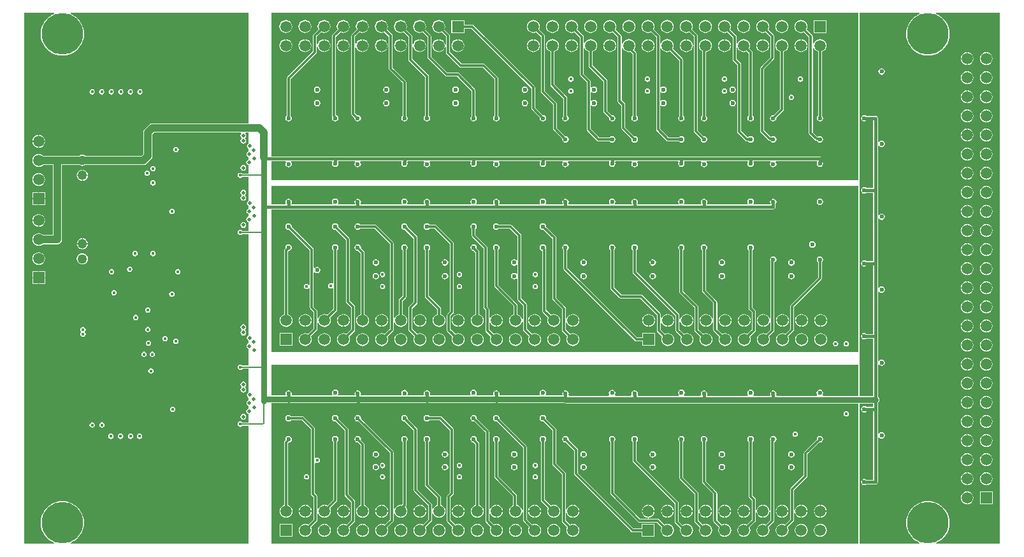
<source format=gbl>
G04*
G04 #@! TF.GenerationSoftware,Altium Limited,Altium Designer,20.0.9 (164)*
G04*
G04 Layer_Physical_Order=4*
G04 Layer_Color=16711680*
%FSLAX25Y25*%
%MOIN*%
G70*
G01*
G75*
%ADD11C,0.00787*%
%ADD62C,0.01181*%
%ADD64C,0.01575*%
%ADD65R,0.05906X0.05906*%
%ADD66C,0.05906*%
%ADD67R,0.05906X0.05906*%
%ADD68C,0.05000*%
%ADD69C,0.01772*%
%ADD70C,0.02362*%
%ADD71C,0.02598*%
%ADD72C,0.01968*%
%ADD73C,0.21654*%
%ADD74C,0.03150*%
%ADD75C,0.03937*%
G36*
X511008Y803D02*
X477754D01*
X477654Y1303D01*
X478583Y1688D01*
X480103Y2619D01*
X481459Y3777D01*
X482617Y5133D01*
X483549Y6653D01*
X484231Y8300D01*
X484647Y10034D01*
X484787Y11811D01*
X484647Y13588D01*
X484231Y15322D01*
X483549Y16969D01*
X482617Y18489D01*
X481459Y19845D01*
X480103Y21003D01*
X478583Y21935D01*
X476936Y22617D01*
X475203Y23033D01*
X473425Y23173D01*
X471648Y23033D01*
X469914Y22617D01*
X468267Y21935D01*
X466747Y21003D01*
X465391Y19845D01*
X464233Y18489D01*
X463302Y16969D01*
X462619Y15322D01*
X462203Y13588D01*
X462063Y11811D01*
X462203Y10034D01*
X462619Y8300D01*
X463302Y6653D01*
X464233Y5133D01*
X465391Y3777D01*
X466747Y2619D01*
X468267Y1688D01*
X469196Y1303D01*
X469097Y803D01*
X437795D01*
Y74311D01*
X444852D01*
Y72470D01*
X441370D01*
X441369Y72472D01*
X440813Y72843D01*
X440158Y72974D01*
X439502Y72843D01*
X438945Y72472D01*
X438574Y71916D01*
X438444Y71260D01*
X438574Y70604D01*
X438945Y70048D01*
X439502Y69676D01*
X440158Y69546D01*
X440813Y69676D01*
X441369Y70048D01*
X441370Y70049D01*
X444852D01*
Y34282D01*
X441370D01*
X441369Y34283D01*
X440813Y34654D01*
X440158Y34785D01*
X439502Y34654D01*
X438945Y34283D01*
X438574Y33727D01*
X438444Y33071D01*
X438574Y32415D01*
X438945Y31859D01*
X439502Y31487D01*
X440158Y31357D01*
X440813Y31487D01*
X441369Y31859D01*
X441370Y31860D01*
X446063D01*
X446526Y31952D01*
X446919Y32215D01*
X447182Y32608D01*
X447274Y33071D01*
Y56456D01*
X447774Y56608D01*
X448001Y56268D01*
X448557Y55897D01*
X449213Y55766D01*
X449868Y55897D01*
X450425Y56268D01*
X450796Y56824D01*
X450927Y57480D01*
X450796Y58136D01*
X450425Y58692D01*
X449868Y59064D01*
X449213Y59194D01*
X448557Y59064D01*
X448001Y58692D01*
X447774Y58353D01*
X447274Y58504D01*
Y71260D01*
Y74759D01*
X447487Y74901D01*
X447923Y75554D01*
X448076Y76325D01*
X447923Y77095D01*
X447487Y77749D01*
X447274Y77891D01*
Y94645D01*
X447774Y94797D01*
X448001Y94457D01*
X448557Y94086D01*
X449213Y93955D01*
X449868Y94086D01*
X450425Y94457D01*
X450796Y95013D01*
X450927Y95669D01*
X450796Y96325D01*
X450425Y96881D01*
X449868Y97253D01*
X449213Y97383D01*
X448557Y97253D01*
X448001Y96881D01*
X447774Y96542D01*
X447274Y96693D01*
Y109449D01*
Y132834D01*
X447774Y132986D01*
X448001Y132646D01*
X448557Y132275D01*
X449213Y132144D01*
X449868Y132275D01*
X450425Y132646D01*
X450796Y133202D01*
X450927Y133858D01*
X450796Y134514D01*
X450425Y135070D01*
X449868Y135442D01*
X449213Y135572D01*
X448557Y135442D01*
X448001Y135070D01*
X447774Y134731D01*
X447274Y134882D01*
Y147638D01*
Y171023D01*
X447774Y171175D01*
X448001Y170835D01*
X448557Y170464D01*
X449213Y170333D01*
X449868Y170464D01*
X450425Y170835D01*
X450796Y171391D01*
X450927Y172047D01*
X450796Y172703D01*
X450425Y173259D01*
X449868Y173631D01*
X449213Y173761D01*
X448557Y173631D01*
X448001Y173259D01*
X447774Y172920D01*
X447274Y173071D01*
Y185827D01*
Y209212D01*
X447774Y209364D01*
X448001Y209024D01*
X448557Y208653D01*
X449213Y208522D01*
X449868Y208653D01*
X450425Y209024D01*
X450796Y209580D01*
X450927Y210236D01*
X450796Y210892D01*
X450425Y211448D01*
X449868Y211820D01*
X449213Y211950D01*
X448557Y211820D01*
X448001Y211448D01*
X447774Y211109D01*
X447274Y211260D01*
Y223622D01*
X447182Y224085D01*
X446919Y224478D01*
X446526Y224741D01*
X446063Y224833D01*
X441370D01*
X441369Y224834D01*
X440813Y225206D01*
X440158Y225336D01*
X439501Y225206D01*
X438945Y224834D01*
X438574Y224278D01*
X438443Y223622D01*
X438574Y222966D01*
X438945Y222410D01*
X439501Y222039D01*
X440158Y221908D01*
X440813Y222039D01*
X441369Y222410D01*
X441370Y222411D01*
X444852D01*
Y187037D01*
X441370D01*
X441369Y187039D01*
X440813Y187410D01*
X440158Y187541D01*
X439502Y187410D01*
X438945Y187039D01*
X438574Y186483D01*
X438444Y185827D01*
X438574Y185171D01*
X438945Y184615D01*
X439502Y184243D01*
X440158Y184113D01*
X440813Y184243D01*
X441369Y184615D01*
X441370Y184616D01*
X444852D01*
Y148848D01*
X441370D01*
X441369Y148850D01*
X440813Y149221D01*
X440158Y149352D01*
X439502Y149221D01*
X438945Y148850D01*
X438574Y148294D01*
X438444Y147638D01*
X438574Y146982D01*
X438945Y146426D01*
X439502Y146054D01*
X440158Y145924D01*
X440813Y146054D01*
X441369Y146426D01*
X441370Y146427D01*
X444852D01*
Y110660D01*
X441370D01*
X441369Y110661D01*
X440813Y111032D01*
X440158Y111163D01*
X439502Y111032D01*
X438945Y110661D01*
X438574Y110105D01*
X438444Y109449D01*
X438574Y108793D01*
X438945Y108237D01*
X439502Y107865D01*
X440158Y107735D01*
X440813Y107865D01*
X441369Y108237D01*
X441370Y108238D01*
X444852D01*
Y78338D01*
X437795D01*
Y278725D01*
X469097D01*
X469196Y278225D01*
X468267Y277840D01*
X466747Y276908D01*
X465391Y275750D01*
X464233Y274395D01*
X463302Y272875D01*
X462619Y271228D01*
X462203Y269494D01*
X462063Y267717D01*
X462203Y265939D01*
X462619Y264206D01*
X463302Y262558D01*
X464233Y261038D01*
X465391Y259682D01*
X466747Y258525D01*
X468267Y257593D01*
X469914Y256911D01*
X471648Y256495D01*
X473425Y256355D01*
X475203Y256495D01*
X476936Y256911D01*
X478583Y257593D01*
X480103Y258525D01*
X481459Y259682D01*
X482617Y261038D01*
X483549Y262558D01*
X484231Y264206D01*
X484647Y265939D01*
X484787Y267717D01*
X484647Y269494D01*
X484231Y271228D01*
X483549Y272875D01*
X482617Y274395D01*
X481459Y275750D01*
X480103Y276908D01*
X478583Y277840D01*
X477654Y278225D01*
X477754Y278725D01*
X511008D01*
Y803D01*
D02*
G37*
G36*
X118110Y220919D02*
X67661D01*
X66736Y220735D01*
X65953Y220212D01*
X63647Y217905D01*
X63123Y217122D01*
X62939Y216198D01*
Y204881D01*
X62048Y203990D01*
X32719D01*
X32565Y204108D01*
X31859Y204400D01*
X31102Y204500D01*
X30345Y204400D01*
X29640Y204108D01*
X29383Y203911D01*
X10628D01*
X9959Y204425D01*
X9143Y204763D01*
X8268Y204878D01*
X7393Y204763D01*
X6577Y204425D01*
X5877Y203887D01*
X5339Y203187D01*
X5001Y202371D01*
X4886Y201496D01*
X5001Y200621D01*
X5339Y199805D01*
X5877Y199105D01*
X6577Y198567D01*
X7393Y198230D01*
X8268Y198114D01*
X9143Y198230D01*
X9959Y198567D01*
X10628Y199081D01*
X15695D01*
Y162494D01*
X10628D01*
X9959Y163007D01*
X9143Y163345D01*
X8268Y163460D01*
X7393Y163345D01*
X6577Y163007D01*
X5877Y162470D01*
X5339Y161770D01*
X5001Y160954D01*
X4886Y160079D01*
X5001Y159204D01*
X5339Y158388D01*
X5877Y157687D01*
X6577Y157150D01*
X7393Y156812D01*
X8268Y156697D01*
X9143Y156812D01*
X9959Y157150D01*
X10628Y157664D01*
X18110D01*
X19034Y157848D01*
X19818Y158371D01*
X20341Y159155D01*
X20525Y160079D01*
Y199081D01*
X29588D01*
X29640Y199042D01*
X30345Y198749D01*
X31102Y198650D01*
X31859Y198749D01*
X32565Y199042D01*
X32719Y199160D01*
X63048D01*
X63972Y199344D01*
X64756Y199867D01*
X67062Y202173D01*
X67585Y202957D01*
X67769Y203881D01*
Y215197D01*
X68661Y216089D01*
X114061D01*
X114197Y215813D01*
X114252Y215589D01*
X113956Y215146D01*
X113841Y214567D01*
X113956Y213988D01*
X114284Y213497D01*
X114371Y213439D01*
Y212939D01*
X114284Y212881D01*
X113956Y212390D01*
X113841Y211811D01*
X113956Y211232D01*
X114284Y210741D01*
X114775Y210413D01*
X115354Y210298D01*
X115934Y210413D01*
X116424Y210741D01*
X116753Y211232D01*
X116868Y211811D01*
X116753Y212390D01*
X116424Y212881D01*
X116338Y212939D01*
Y213439D01*
X116424Y213497D01*
X116753Y213988D01*
X116868Y214567D01*
X116753Y215146D01*
X116456Y215589D01*
X116512Y215813D01*
X116648Y216089D01*
X118110D01*
Y210405D01*
X117648Y210096D01*
X117320Y209605D01*
X117205Y209026D01*
X117320Y208447D01*
X117648Y207956D01*
X118110Y207647D01*
Y206159D01*
X117925Y206122D01*
X117434Y205795D01*
X117106Y205304D01*
X116991Y204724D01*
X117106Y204145D01*
X117434Y203654D01*
X117925Y203326D01*
X118110Y203289D01*
Y202011D01*
X117781Y201946D01*
X117291Y201618D01*
X116963Y201127D01*
X116847Y200548D01*
X116963Y199969D01*
X117291Y199478D01*
X117781Y199150D01*
X118110Y199084D01*
Y194510D01*
X114906D01*
X114779Y194700D01*
X114320Y195006D01*
X113779Y195114D01*
X113239Y195006D01*
X112780Y194700D01*
X112474Y194241D01*
X112367Y193701D01*
X112474Y193160D01*
X112780Y192702D01*
X113239Y192395D01*
X113779Y192288D01*
X114320Y192395D01*
X114779Y192702D01*
X114906Y192892D01*
X118110D01*
Y180484D01*
X117648Y180175D01*
X117320Y179684D01*
X117205Y179105D01*
X117320Y178526D01*
X117648Y178035D01*
X118110Y177726D01*
Y176238D01*
X117925Y176201D01*
X117434Y175873D01*
X117106Y175382D01*
X116991Y174803D01*
X117106Y174224D01*
X117434Y173733D01*
X117925Y173405D01*
X118110Y173368D01*
Y172090D01*
X117781Y172025D01*
X117291Y171697D01*
X116963Y171206D01*
X116847Y170626D01*
X116963Y170047D01*
X117291Y169556D01*
X117781Y169228D01*
X118110Y169163D01*
Y164589D01*
X114906D01*
X114779Y164779D01*
X114320Y165085D01*
X113779Y165192D01*
X113239Y165085D01*
X112780Y164779D01*
X112474Y164320D01*
X112367Y163779D01*
X112474Y163239D01*
X112780Y162780D01*
X113239Y162474D01*
X113779Y162367D01*
X114320Y162474D01*
X114779Y162780D01*
X114906Y162970D01*
X118110D01*
Y110011D01*
X117648Y109703D01*
X117320Y109212D01*
X117205Y108633D01*
X117320Y108053D01*
X117648Y107562D01*
X118110Y107254D01*
Y105766D01*
X117925Y105729D01*
X117434Y105401D01*
X117106Y104910D01*
X116991Y104331D01*
X117106Y103752D01*
X117434Y103261D01*
X117925Y102933D01*
X118110Y102896D01*
Y94116D01*
X114906D01*
X114779Y94306D01*
X114320Y94612D01*
X113779Y94720D01*
X113239Y94612D01*
X112780Y94306D01*
X112474Y93848D01*
X112367Y93307D01*
X112474Y92766D01*
X112780Y92308D01*
X113239Y92002D01*
X113779Y91894D01*
X114320Y92002D01*
X114779Y92308D01*
X114906Y92498D01*
X118110D01*
Y80090D01*
X117648Y79781D01*
X117320Y79290D01*
X117205Y78711D01*
X117320Y78132D01*
X117648Y77641D01*
X118110Y77332D01*
Y75845D01*
X117925Y75808D01*
X117434Y75480D01*
X117106Y74989D01*
X116991Y74409D01*
X117106Y73830D01*
X117434Y73339D01*
X117925Y73011D01*
X118110Y72974D01*
Y71696D01*
X117781Y71631D01*
X117291Y71303D01*
X116963Y70812D01*
X116847Y70233D01*
X116963Y69654D01*
X117291Y69163D01*
X117781Y68835D01*
X118110Y68769D01*
Y64195D01*
X114906D01*
X114779Y64385D01*
X114320Y64691D01*
X113779Y64799D01*
X113239Y64691D01*
X112780Y64385D01*
X112474Y63927D01*
X112367Y63386D01*
X112474Y62845D01*
X112780Y62387D01*
X113239Y62080D01*
X113779Y61973D01*
X114320Y62080D01*
X114779Y62387D01*
X114906Y62577D01*
X118110D01*
Y803D01*
X24998D01*
X24898Y1303D01*
X25827Y1688D01*
X27348Y2619D01*
X28703Y3777D01*
X29861Y5133D01*
X30793Y6653D01*
X31475Y8300D01*
X31891Y10034D01*
X32031Y11811D01*
X31891Y13588D01*
X31475Y15322D01*
X30793Y16969D01*
X29861Y18489D01*
X28703Y19845D01*
X27348Y21003D01*
X25827Y21935D01*
X24180Y22617D01*
X22447Y23033D01*
X20669Y23173D01*
X18892Y23033D01*
X17158Y22617D01*
X15511Y21935D01*
X13991Y21003D01*
X12635Y19845D01*
X11477Y18489D01*
X10546Y16969D01*
X9864Y15322D01*
X9447Y13588D01*
X9307Y11811D01*
X9447Y10034D01*
X9864Y8300D01*
X10546Y6653D01*
X11477Y5133D01*
X12635Y3777D01*
X13991Y2619D01*
X15511Y1688D01*
X16440Y1303D01*
X16341Y803D01*
X803D01*
Y278725D01*
X16341D01*
X16440Y278225D01*
X15511Y277840D01*
X13991Y276908D01*
X12635Y275750D01*
X11477Y274395D01*
X10546Y272875D01*
X9864Y271228D01*
X9447Y269494D01*
X9307Y267717D01*
X9447Y265939D01*
X9864Y264206D01*
X10546Y262558D01*
X11477Y261038D01*
X12635Y259682D01*
X13991Y258525D01*
X15511Y257593D01*
X17158Y256911D01*
X18892Y256495D01*
X20669Y256355D01*
X22447Y256495D01*
X24180Y256911D01*
X25827Y257593D01*
X27348Y258525D01*
X28703Y259682D01*
X29861Y261038D01*
X30793Y262558D01*
X31475Y264206D01*
X31891Y265939D01*
X32031Y267717D01*
X31891Y269494D01*
X31475Y271228D01*
X30793Y272875D01*
X29861Y274395D01*
X28703Y275750D01*
X27348Y276908D01*
X25827Y277840D01*
X24898Y278225D01*
X24998Y278725D01*
X118110D01*
Y220919D01*
D02*
G37*
G36*
X437008Y191339D02*
X129921D01*
Y201151D01*
X137432D01*
X137653Y200652D01*
X137393Y200262D01*
X137262Y199606D01*
X137393Y198950D01*
X137764Y198394D01*
X138321Y198023D01*
X138976Y197892D01*
X139632Y198023D01*
X140188Y198394D01*
X140560Y198950D01*
X140690Y199606D01*
X140560Y200262D01*
X140300Y200652D01*
X140521Y201151D01*
X161679D01*
X161947Y200652D01*
X161801Y200433D01*
X161670Y199778D01*
X161801Y199122D01*
X162172Y198566D01*
X162729Y198194D01*
X163384Y198064D01*
X164040Y198194D01*
X164596Y198566D01*
X164968Y199122D01*
X165099Y199778D01*
X164968Y200433D01*
X164822Y200652D01*
X165090Y201151D01*
X173652D01*
X173873Y200652D01*
X173613Y200262D01*
X173483Y199606D01*
X173613Y198950D01*
X173985Y198394D01*
X174541Y198023D01*
X175197Y197892D01*
X175853Y198023D01*
X176409Y198394D01*
X176780Y198950D01*
X176911Y199606D01*
X176780Y200262D01*
X176520Y200652D01*
X176742Y201151D01*
X197900D01*
X198167Y200652D01*
X198021Y200433D01*
X197891Y199778D01*
X198021Y199122D01*
X198393Y198566D01*
X198949Y198194D01*
X199605Y198064D01*
X200261Y198194D01*
X200817Y198566D01*
X201188Y199122D01*
X201319Y199778D01*
X201188Y200433D01*
X201043Y200652D01*
X201310Y201151D01*
X209873D01*
X210094Y200652D01*
X209834Y200262D01*
X209703Y199606D01*
X209834Y198950D01*
X210205Y198394D01*
X210761Y198023D01*
X211417Y197892D01*
X212073Y198023D01*
X212629Y198394D01*
X213001Y198950D01*
X213131Y199606D01*
X213001Y200262D01*
X212741Y200652D01*
X212962Y201151D01*
X234120D01*
X234387Y200652D01*
X234242Y200433D01*
X234111Y199778D01*
X234242Y199122D01*
X234613Y198566D01*
X235170Y198194D01*
X235825Y198064D01*
X236481Y198194D01*
X237037Y198566D01*
X237409Y199122D01*
X237539Y199778D01*
X237409Y200433D01*
X237263Y200652D01*
X237530Y201151D01*
X246093D01*
X246314Y200652D01*
X246054Y200262D01*
X245924Y199606D01*
X246054Y198950D01*
X246426Y198394D01*
X246982Y198023D01*
X247638Y197892D01*
X248294Y198023D01*
X248850Y198394D01*
X249221Y198950D01*
X249352Y199606D01*
X249221Y200262D01*
X248961Y200652D01*
X249183Y201151D01*
X270341D01*
X270608Y200652D01*
X270462Y200433D01*
X270332Y199778D01*
X270462Y199122D01*
X270834Y198566D01*
X271390Y198194D01*
X272046Y198064D01*
X272702Y198194D01*
X273258Y198566D01*
X273629Y199122D01*
X273760Y199778D01*
X273629Y200433D01*
X273484Y200652D01*
X273751Y201151D01*
X282313D01*
X282535Y200652D01*
X282275Y200262D01*
X282144Y199606D01*
X282275Y198950D01*
X282646Y198394D01*
X283202Y198023D01*
X283858Y197892D01*
X284514Y198023D01*
X285070Y198394D01*
X285442Y198950D01*
X285572Y199606D01*
X285442Y200262D01*
X285182Y200652D01*
X285403Y201151D01*
X306561D01*
X306828Y200652D01*
X306683Y200433D01*
X306552Y199778D01*
X306683Y199122D01*
X307054Y198566D01*
X307610Y198194D01*
X308266Y198064D01*
X308922Y198194D01*
X309478Y198566D01*
X309850Y199122D01*
X309980Y199778D01*
X309850Y200433D01*
X309704Y200652D01*
X309971Y201151D01*
X318534D01*
X318755Y200652D01*
X318495Y200262D01*
X318365Y199606D01*
X318495Y198950D01*
X318867Y198394D01*
X319423Y198023D01*
X320079Y197892D01*
X320735Y198023D01*
X321291Y198394D01*
X321662Y198950D01*
X321793Y199606D01*
X321662Y200262D01*
X321402Y200652D01*
X321623Y201151D01*
X342782D01*
X343049Y200652D01*
X342903Y200433D01*
X342773Y199778D01*
X342903Y199122D01*
X343275Y198566D01*
X343831Y198194D01*
X344487Y198064D01*
X345143Y198194D01*
X345699Y198566D01*
X346070Y199122D01*
X346201Y199778D01*
X346070Y200433D01*
X345925Y200652D01*
X346192Y201151D01*
X354754D01*
X354976Y200652D01*
X354716Y200262D01*
X354585Y199606D01*
X354716Y198950D01*
X355087Y198394D01*
X355643Y198023D01*
X356299Y197892D01*
X356955Y198023D01*
X357511Y198394D01*
X357883Y198950D01*
X358013Y199606D01*
X357883Y200262D01*
X357623Y200652D01*
X357844Y201151D01*
X379002D01*
X379269Y200652D01*
X379124Y200433D01*
X378993Y199778D01*
X379124Y199122D01*
X379495Y198566D01*
X380051Y198194D01*
X380707Y198064D01*
X381363Y198194D01*
X381919Y198566D01*
X382291Y199122D01*
X382421Y199778D01*
X382291Y200433D01*
X382145Y200652D01*
X382412Y201151D01*
X390975D01*
X391196Y200652D01*
X390936Y200262D01*
X390806Y199606D01*
X390936Y198950D01*
X391308Y198394D01*
X391864Y198023D01*
X392520Y197892D01*
X393176Y198023D01*
X393732Y198394D01*
X394103Y198950D01*
X394234Y199606D01*
X394103Y200262D01*
X393843Y200652D01*
X394064Y201151D01*
X415223D01*
X415490Y200652D01*
X415344Y200433D01*
X415214Y199778D01*
X415344Y199122D01*
X415716Y198566D01*
X416272Y198194D01*
X416928Y198064D01*
X417584Y198194D01*
X418140Y198566D01*
X418511Y199122D01*
X418642Y199778D01*
X418511Y200433D01*
X418140Y200990D01*
X418138Y200991D01*
Y202362D01*
X418046Y202825D01*
X417784Y203218D01*
X417391Y203481D01*
X416928Y203573D01*
X129921D01*
Y278725D01*
X437008D01*
Y191339D01*
D02*
G37*
G36*
Y101181D02*
X129921D01*
Y175955D01*
X392521D01*
X392984Y176047D01*
X393377Y176309D01*
X393640Y176702D01*
X393732Y177165D01*
Y178537D01*
X393733Y178538D01*
X394105Y179094D01*
X394235Y179750D01*
X394105Y180406D01*
X393733Y180962D01*
X393177Y181333D01*
X392521Y181464D01*
X391865Y181333D01*
X391309Y180962D01*
X390937Y180406D01*
X390807Y179750D01*
X390937Y179094D01*
X391083Y178876D01*
X390816Y178376D01*
X382253D01*
X382032Y178876D01*
X382292Y179265D01*
X382423Y179921D01*
X382292Y180577D01*
X381921Y181133D01*
X381365Y181505D01*
X380709Y181635D01*
X380053Y181505D01*
X379497Y181133D01*
X379125Y180577D01*
X378995Y179921D01*
X379125Y179265D01*
X379385Y178876D01*
X379164Y178376D01*
X358006D01*
X357738Y178876D01*
X357884Y179094D01*
X358015Y179750D01*
X357884Y180406D01*
X357513Y180962D01*
X356957Y181333D01*
X356301Y181464D01*
X355645Y181333D01*
X355089Y180962D01*
X354717Y180406D01*
X354587Y179750D01*
X354717Y179094D01*
X354863Y178876D01*
X354595Y178376D01*
X346033D01*
X345812Y178876D01*
X346072Y179265D01*
X346202Y179921D01*
X346072Y180577D01*
X345700Y181133D01*
X345144Y181505D01*
X344488Y181635D01*
X343832Y181505D01*
X343276Y181133D01*
X342905Y180577D01*
X342774Y179921D01*
X342905Y179265D01*
X343165Y178876D01*
X342944Y178376D01*
X321785D01*
X321518Y178876D01*
X321664Y179094D01*
X321794Y179750D01*
X321664Y180406D01*
X321292Y180962D01*
X320736Y181333D01*
X320080Y181464D01*
X319424Y181333D01*
X318868Y180962D01*
X318497Y180406D01*
X318366Y179750D01*
X318497Y179094D01*
X318642Y178876D01*
X318375Y178376D01*
X309812D01*
X309591Y178876D01*
X309851Y179265D01*
X309982Y179921D01*
X309851Y180577D01*
X309480Y181133D01*
X308924Y181505D01*
X308268Y181635D01*
X307612Y181505D01*
X307056Y181133D01*
X306684Y180577D01*
X306554Y179921D01*
X306684Y179265D01*
X306944Y178876D01*
X306723Y178376D01*
X285565D01*
X285297Y178876D01*
X285443Y179094D01*
X285574Y179750D01*
X285443Y180406D01*
X285072Y180962D01*
X284516Y181333D01*
X283860Y181464D01*
X283204Y181333D01*
X282648Y180962D01*
X282276Y180406D01*
X282146Y179750D01*
X282276Y179094D01*
X282422Y178876D01*
X282154Y178376D01*
X273592D01*
X273371Y178876D01*
X273631Y179265D01*
X273761Y179921D01*
X273631Y180577D01*
X273259Y181133D01*
X272703Y181505D01*
X272047Y181635D01*
X271391Y181505D01*
X270835Y181133D01*
X270464Y180577D01*
X270333Y179921D01*
X270464Y179265D01*
X270724Y178876D01*
X270502Y178376D01*
X249344D01*
X249077Y178876D01*
X249223Y179094D01*
X249353Y179750D01*
X249223Y180406D01*
X248851Y180962D01*
X248295Y181333D01*
X247639Y181464D01*
X246983Y181333D01*
X246427Y180962D01*
X246056Y180406D01*
X245925Y179750D01*
X246056Y179094D01*
X246201Y178876D01*
X245934Y178376D01*
X237371D01*
X237150Y178876D01*
X237410Y179265D01*
X237541Y179921D01*
X237410Y180577D01*
X237039Y181133D01*
X236483Y181505D01*
X235827Y181635D01*
X235171Y181505D01*
X234615Y181133D01*
X234243Y180577D01*
X234113Y179921D01*
X234243Y179265D01*
X234503Y178876D01*
X234282Y178376D01*
X213124D01*
X212857Y178876D01*
X213002Y179094D01*
X213133Y179750D01*
X213002Y180406D01*
X212631Y180962D01*
X212075Y181333D01*
X211419Y181464D01*
X210763Y181333D01*
X210207Y180962D01*
X209835Y180406D01*
X209705Y179750D01*
X209835Y179094D01*
X209981Y178876D01*
X209714Y178376D01*
X201151D01*
X200930Y178876D01*
X201190Y179265D01*
X201320Y179921D01*
X201190Y180577D01*
X200818Y181133D01*
X200262Y181505D01*
X199606Y181635D01*
X198950Y181505D01*
X198394Y181133D01*
X198023Y180577D01*
X197892Y179921D01*
X198023Y179265D01*
X198283Y178876D01*
X198062Y178376D01*
X176903D01*
X176636Y178876D01*
X176782Y179094D01*
X176912Y179750D01*
X176782Y180406D01*
X176410Y180962D01*
X175854Y181333D01*
X175198Y181464D01*
X174542Y181333D01*
X173986Y180962D01*
X173615Y180406D01*
X173484Y179750D01*
X173615Y179094D01*
X173760Y178876D01*
X173493Y178376D01*
X164931D01*
X164709Y178876D01*
X164969Y179265D01*
X165100Y179921D01*
X164969Y180577D01*
X164598Y181133D01*
X164042Y181505D01*
X163386Y181635D01*
X162730Y181505D01*
X162174Y181133D01*
X161802Y180577D01*
X161672Y179921D01*
X161802Y179265D01*
X162062Y178876D01*
X161841Y178376D01*
X140683D01*
X140416Y178876D01*
X140561Y179094D01*
X140692Y179750D01*
X140561Y180406D01*
X140190Y180962D01*
X139634Y181333D01*
X138978Y181464D01*
X138322Y181333D01*
X137766Y180962D01*
X137394Y180406D01*
X137264Y179750D01*
X137394Y179094D01*
X137540Y178876D01*
X137273Y178376D01*
X129921D01*
Y188189D01*
X437008D01*
Y101181D01*
D02*
G37*
G36*
X437008Y94488D02*
Y78338D01*
X418549D01*
X418282Y78838D01*
X418475Y79127D01*
X418606Y79783D01*
X418475Y80439D01*
X418104Y80995D01*
X417548Y81367D01*
X416892Y81497D01*
X416236Y81367D01*
X415680Y80995D01*
X415308Y80439D01*
X415178Y79783D01*
X415308Y79127D01*
X415501Y78838D01*
X415234Y78338D01*
X394418D01*
X394132Y78838D01*
X394235Y79356D01*
X394105Y80012D01*
X393733Y80568D01*
X393177Y80940D01*
X392521Y81070D01*
X391865Y80940D01*
X391309Y80568D01*
X390937Y80012D01*
X390807Y79356D01*
X390910Y78838D01*
X390624Y78338D01*
X382303D01*
X382036Y78838D01*
X382222Y79117D01*
X382353Y79773D01*
X382222Y80429D01*
X381851Y80985D01*
X381295Y81357D01*
X380639Y81487D01*
X379983Y81357D01*
X379427Y80985D01*
X379055Y80429D01*
X378925Y79773D01*
X379055Y79117D01*
X379242Y78838D01*
X378974Y78338D01*
X358198D01*
X357912Y78838D01*
X358015Y79356D01*
X357884Y80012D01*
X357513Y80568D01*
X356957Y80940D01*
X356301Y81070D01*
X355645Y80940D01*
X355089Y80568D01*
X354717Y80012D01*
X354587Y79356D01*
X354690Y78838D01*
X354403Y78338D01*
X346024D01*
X345962Y78414D01*
X345803Y78838D01*
X346090Y79268D01*
X346220Y79924D01*
X346090Y80580D01*
X345718Y81136D01*
X345162Y81507D01*
X344506Y81638D01*
X343850Y81507D01*
X343294Y81136D01*
X342923Y80580D01*
X342792Y79924D01*
X342923Y79268D01*
X343210Y78838D01*
X343050Y78414D01*
X342988Y78338D01*
X321977D01*
X321691Y78838D01*
X321794Y79356D01*
X321664Y80012D01*
X321292Y80568D01*
X320736Y80940D01*
X320080Y81070D01*
X319424Y80940D01*
X318868Y80568D01*
X318497Y80012D01*
X318366Y79356D01*
X318469Y78838D01*
X318183Y78338D01*
X309901D01*
X309634Y78838D01*
X309807Y79097D01*
X309937Y79753D01*
X309807Y80409D01*
X309435Y80965D01*
X308879Y81337D01*
X308223Y81467D01*
X307567Y81337D01*
X307011Y80965D01*
X306640Y80409D01*
X306509Y79753D01*
X306640Y79097D01*
X306813Y78838D01*
X306545Y78338D01*
X285757D01*
X285471Y78838D01*
X285574Y79356D01*
X285443Y80012D01*
X285072Y80568D01*
X284516Y80940D01*
X283860Y81070D01*
X283204Y80940D01*
X282648Y80568D01*
X282276Y80012D01*
X282146Y79356D01*
X282238Y78891D01*
X281927Y78391D01*
X273750D01*
X273483Y78891D01*
X273595Y79058D01*
X273725Y79714D01*
X273595Y80370D01*
X273223Y80926D01*
X272667Y81298D01*
X272011Y81428D01*
X271355Y81298D01*
X270799Y80926D01*
X270427Y80370D01*
X270297Y79714D01*
X270427Y79058D01*
X270539Y78891D01*
X270272Y78391D01*
X249572D01*
X249261Y78891D01*
X249353Y79356D01*
X249223Y80012D01*
X248851Y80568D01*
X248295Y80940D01*
X247639Y81070D01*
X246983Y80940D01*
X246427Y80568D01*
X246056Y80012D01*
X245925Y79356D01*
X246018Y78891D01*
X245706Y78391D01*
X237484D01*
X237217Y78891D01*
X237368Y79118D01*
X237499Y79774D01*
X237368Y80430D01*
X236997Y80986D01*
X236441Y81358D01*
X235785Y81488D01*
X235129Y81358D01*
X234573Y80986D01*
X234201Y80430D01*
X234071Y79774D01*
X234201Y79118D01*
X234353Y78891D01*
X234085Y78391D01*
X213351D01*
X213040Y78891D01*
X213133Y79356D01*
X213002Y80012D01*
X212631Y80568D01*
X212075Y80940D01*
X211419Y81070D01*
X210763Y80940D01*
X210207Y80568D01*
X209835Y80012D01*
X209705Y79356D01*
X209797Y78891D01*
X209486Y78391D01*
X201428D01*
X201161Y78891D01*
X201241Y79012D01*
X201372Y79668D01*
X201241Y80324D01*
X200869Y80880D01*
X200313Y81251D01*
X199657Y81382D01*
X199002Y81251D01*
X198445Y80880D01*
X198074Y80324D01*
X197943Y79668D01*
X198074Y79012D01*
X198154Y78891D01*
X197887Y78391D01*
X177131D01*
X176820Y78891D01*
X176912Y79356D01*
X176782Y80012D01*
X176410Y80568D01*
X175854Y80940D01*
X175198Y81070D01*
X174542Y80940D01*
X173986Y80568D01*
X173615Y80012D01*
X173484Y79356D01*
X173577Y78891D01*
X173266Y78391D01*
X165091D01*
X164823Y78891D01*
X165029Y79198D01*
X165159Y79854D01*
X165029Y80510D01*
X164657Y81066D01*
X164101Y81438D01*
X163445Y81568D01*
X162789Y81438D01*
X162233Y81066D01*
X161861Y80510D01*
X161731Y79854D01*
X161861Y79198D01*
X162070Y78886D01*
X162028Y78693D01*
X161799Y78391D01*
X140910D01*
X140599Y78891D01*
X140692Y79356D01*
X140561Y80012D01*
X140190Y80568D01*
X139634Y80940D01*
X138978Y81070D01*
X138322Y80940D01*
X137766Y80568D01*
X137394Y80012D01*
X137264Y79356D01*
X137356Y78891D01*
X137045Y78391D01*
X129921D01*
Y94488D01*
X437008Y94488D01*
D02*
G37*
G36*
X283860Y74311D02*
X437008D01*
Y803D01*
X129921D01*
Y74365D01*
X161908D01*
X161936Y74359D01*
X164717D01*
X164746Y74365D01*
X283592D01*
X283860Y74311D01*
D02*
G37*
%LPC*%
G36*
X494137Y258158D02*
Y255003D01*
X497292D01*
X497203Y255678D01*
X496866Y256494D01*
X496328Y257194D01*
X495628Y257732D01*
X494812Y258070D01*
X494137Y258158D01*
D02*
G37*
G36*
X493737D02*
X493062Y258070D01*
X492246Y257732D01*
X491546Y257194D01*
X491008Y256494D01*
X490671Y255678D01*
X490582Y255003D01*
X493737D01*
Y258158D01*
D02*
G37*
G36*
Y254603D02*
X490582D01*
X490671Y253928D01*
X491008Y253112D01*
X491546Y252412D01*
X492246Y251874D01*
X493062Y251537D01*
X493737Y251448D01*
Y254603D01*
D02*
G37*
G36*
X497292D02*
X494137D01*
Y251448D01*
X494812Y251537D01*
X495628Y251874D01*
X496328Y252412D01*
X496866Y253112D01*
X497203Y253928D01*
X497292Y254603D01*
D02*
G37*
G36*
X503937Y258185D02*
X503062Y258070D01*
X502246Y257732D01*
X501546Y257194D01*
X501008Y256494D01*
X500671Y255678D01*
X500555Y254803D01*
X500671Y253928D01*
X501008Y253112D01*
X501546Y252412D01*
X502246Y251874D01*
X503062Y251537D01*
X503937Y251421D01*
X504812Y251537D01*
X505628Y251874D01*
X506328Y252412D01*
X506866Y253112D01*
X507203Y253928D01*
X507319Y254803D01*
X507203Y255678D01*
X506866Y256494D01*
X506328Y257194D01*
X505628Y257732D01*
X504812Y258070D01*
X503937Y258185D01*
D02*
G37*
G36*
X449213Y249745D02*
X448557Y249615D01*
X448001Y249243D01*
X447629Y248687D01*
X447499Y248031D01*
X447629Y247376D01*
X448001Y246819D01*
X448557Y246448D01*
X449213Y246318D01*
X449868Y246448D01*
X450425Y246819D01*
X450796Y247376D01*
X450927Y248031D01*
X450796Y248687D01*
X450425Y249243D01*
X449868Y249615D01*
X449213Y249745D01*
D02*
G37*
G36*
X503937Y248185D02*
X503062Y248070D01*
X502246Y247732D01*
X501546Y247194D01*
X501008Y246494D01*
X500671Y245678D01*
X500555Y244803D01*
X500671Y243928D01*
X501008Y243112D01*
X501546Y242412D01*
X502246Y241875D01*
X503062Y241537D01*
X503937Y241422D01*
X504812Y241537D01*
X505628Y241875D01*
X506328Y242412D01*
X506866Y243112D01*
X507203Y243928D01*
X507319Y244803D01*
X507203Y245678D01*
X506866Y246494D01*
X506328Y247194D01*
X505628Y247732D01*
X504812Y248070D01*
X503937Y248185D01*
D02*
G37*
G36*
X493937Y248185D02*
X493062Y248070D01*
X492246Y247732D01*
X491546Y247194D01*
X491008Y246494D01*
X490671Y245678D01*
X490555Y244803D01*
X490671Y243928D01*
X491008Y243112D01*
X491546Y242412D01*
X492246Y241875D01*
X493062Y241537D01*
X493937Y241422D01*
X494812Y241537D01*
X495628Y241875D01*
X496328Y242412D01*
X496866Y243112D01*
X497203Y243928D01*
X497319Y244803D01*
X497203Y245678D01*
X496866Y246494D01*
X496328Y247194D01*
X495628Y247732D01*
X494812Y248070D01*
X493937Y248185D01*
D02*
G37*
G36*
X494137Y238158D02*
Y235003D01*
X497292D01*
X497203Y235678D01*
X496866Y236494D01*
X496328Y237194D01*
X495628Y237732D01*
X494812Y238070D01*
X494137Y238158D01*
D02*
G37*
G36*
X493737D02*
X493062Y238070D01*
X492246Y237732D01*
X491546Y237194D01*
X491008Y236494D01*
X490671Y235678D01*
X490582Y235003D01*
X493737D01*
Y238158D01*
D02*
G37*
G36*
Y234603D02*
X490582D01*
X490671Y233928D01*
X491008Y233112D01*
X491546Y232412D01*
X492246Y231874D01*
X493062Y231537D01*
X493737Y231448D01*
Y234603D01*
D02*
G37*
G36*
X497292D02*
X494137D01*
Y231448D01*
X494812Y231537D01*
X495628Y231874D01*
X496328Y232412D01*
X496866Y233112D01*
X497203Y233928D01*
X497292Y234603D01*
D02*
G37*
G36*
X503937Y238185D02*
X503062Y238070D01*
X502246Y237732D01*
X501546Y237194D01*
X501008Y236494D01*
X500671Y235678D01*
X500555Y234803D01*
X500671Y233928D01*
X501008Y233112D01*
X501546Y232412D01*
X502246Y231874D01*
X503062Y231537D01*
X503937Y231421D01*
X504812Y231537D01*
X505628Y231874D01*
X506328Y232412D01*
X506866Y233112D01*
X507203Y233928D01*
X507319Y234803D01*
X507203Y235678D01*
X506866Y236494D01*
X506328Y237194D01*
X505628Y237732D01*
X504812Y238070D01*
X503937Y238185D01*
D02*
G37*
G36*
X493937Y228185D02*
X493062Y228070D01*
X492246Y227732D01*
X491546Y227194D01*
X491008Y226494D01*
X490671Y225678D01*
X490555Y224803D01*
X490671Y223928D01*
X491008Y223112D01*
X491546Y222412D01*
X492246Y221874D01*
X493062Y221537D01*
X493937Y221422D01*
X494812Y221537D01*
X495628Y221874D01*
X496328Y222412D01*
X496866Y223112D01*
X497203Y223928D01*
X497319Y224803D01*
X497203Y225678D01*
X496866Y226494D01*
X496328Y227194D01*
X495628Y227732D01*
X494812Y228070D01*
X493937Y228185D01*
D02*
G37*
G36*
X503937Y228185D02*
X503062Y228070D01*
X502246Y227732D01*
X501546Y227194D01*
X501008Y226494D01*
X500671Y225678D01*
X500555Y224803D01*
X500671Y223928D01*
X501008Y223112D01*
X501546Y222412D01*
X502246Y221874D01*
X503062Y221537D01*
X503937Y221422D01*
X504812Y221537D01*
X505628Y221874D01*
X506328Y222412D01*
X506866Y223112D01*
X507203Y223928D01*
X507319Y224803D01*
X507203Y225678D01*
X506866Y226494D01*
X506328Y227194D01*
X505628Y227732D01*
X504812Y228070D01*
X503937Y228185D01*
D02*
G37*
G36*
X494137Y218159D02*
Y215003D01*
X497292D01*
X497203Y215678D01*
X496866Y216494D01*
X496328Y217194D01*
X495628Y217732D01*
X494812Y218070D01*
X494137Y218159D01*
D02*
G37*
G36*
X493737D02*
X493062Y218070D01*
X492246Y217732D01*
X491546Y217194D01*
X491008Y216494D01*
X490671Y215678D01*
X490582Y215003D01*
X493737D01*
Y218159D01*
D02*
G37*
G36*
Y214603D02*
X490582D01*
X490671Y213928D01*
X491008Y213112D01*
X491546Y212412D01*
X492246Y211875D01*
X493062Y211537D01*
X493737Y211448D01*
Y214603D01*
D02*
G37*
G36*
X497292D02*
X494137D01*
Y211448D01*
X494812Y211537D01*
X495628Y211875D01*
X496328Y212412D01*
X496866Y213112D01*
X497203Y213928D01*
X497292Y214603D01*
D02*
G37*
G36*
X503937Y218185D02*
X503062Y218070D01*
X502246Y217732D01*
X501546Y217194D01*
X501008Y216494D01*
X500671Y215678D01*
X500555Y214803D01*
X500671Y213928D01*
X501008Y213112D01*
X501546Y212412D01*
X502246Y211875D01*
X503062Y211537D01*
X503937Y211421D01*
X504812Y211537D01*
X505628Y211875D01*
X506328Y212412D01*
X506866Y213112D01*
X507203Y213928D01*
X507319Y214803D01*
X507203Y215678D01*
X506866Y216494D01*
X506328Y217194D01*
X505628Y217732D01*
X504812Y218070D01*
X503937Y218185D01*
D02*
G37*
G36*
X493937Y208185D02*
X493062Y208070D01*
X492246Y207732D01*
X491546Y207194D01*
X491008Y206494D01*
X490671Y205678D01*
X490555Y204803D01*
X490671Y203928D01*
X491008Y203112D01*
X491546Y202412D01*
X492246Y201874D01*
X493062Y201537D01*
X493937Y201421D01*
X494812Y201537D01*
X495628Y201874D01*
X496328Y202412D01*
X496866Y203112D01*
X497203Y203928D01*
X497319Y204803D01*
X497203Y205678D01*
X496866Y206494D01*
X496328Y207194D01*
X495628Y207732D01*
X494812Y208070D01*
X493937Y208185D01*
D02*
G37*
G36*
X503937Y208185D02*
X503062Y208070D01*
X502246Y207732D01*
X501546Y207194D01*
X501008Y206494D01*
X500671Y205678D01*
X500555Y204803D01*
X500671Y203928D01*
X501008Y203112D01*
X501546Y202412D01*
X502246Y201874D01*
X503062Y201537D01*
X503937Y201421D01*
X504812Y201537D01*
X505628Y201874D01*
X506328Y202412D01*
X506866Y203112D01*
X507203Y203928D01*
X507319Y204803D01*
X507203Y205678D01*
X506866Y206494D01*
X506328Y207194D01*
X505628Y207732D01*
X504812Y208070D01*
X503937Y208185D01*
D02*
G37*
G36*
X494137Y198159D02*
Y195003D01*
X497292D01*
X497203Y195678D01*
X496866Y196494D01*
X496328Y197194D01*
X495628Y197732D01*
X494812Y198070D01*
X494137Y198159D01*
D02*
G37*
G36*
X493737D02*
X493062Y198070D01*
X492246Y197732D01*
X491546Y197194D01*
X491008Y196494D01*
X490671Y195678D01*
X490582Y195003D01*
X493737D01*
Y198159D01*
D02*
G37*
G36*
X497292Y194603D02*
X494137D01*
Y191448D01*
X494812Y191537D01*
X495628Y191875D01*
X496328Y192412D01*
X496866Y193112D01*
X497203Y193928D01*
X497292Y194603D01*
D02*
G37*
G36*
X493737D02*
X490582D01*
X490671Y193928D01*
X491008Y193112D01*
X491546Y192412D01*
X492246Y191875D01*
X493062Y191537D01*
X493737Y191448D01*
Y194603D01*
D02*
G37*
G36*
X503937Y198185D02*
X503062Y198070D01*
X502246Y197732D01*
X501546Y197194D01*
X501008Y196494D01*
X500671Y195678D01*
X500555Y194803D01*
X500671Y193928D01*
X501008Y193112D01*
X501546Y192412D01*
X502246Y191875D01*
X503062Y191537D01*
X503937Y191421D01*
X504812Y191537D01*
X505628Y191875D01*
X506328Y192412D01*
X506866Y193112D01*
X507203Y193928D01*
X507319Y194803D01*
X507203Y195678D01*
X506866Y196494D01*
X506328Y197194D01*
X505628Y197732D01*
X504812Y198070D01*
X503937Y198185D01*
D02*
G37*
G36*
Y188185D02*
X503062Y188070D01*
X502246Y187732D01*
X501546Y187194D01*
X501008Y186494D01*
X500671Y185678D01*
X500555Y184803D01*
X500671Y183928D01*
X501008Y183112D01*
X501546Y182412D01*
X502246Y181875D01*
X503062Y181537D01*
X503937Y181421D01*
X504812Y181537D01*
X505628Y181875D01*
X506328Y182412D01*
X506866Y183112D01*
X507203Y183928D01*
X507319Y184803D01*
X507203Y185678D01*
X506866Y186494D01*
X506328Y187194D01*
X505628Y187732D01*
X504812Y188070D01*
X503937Y188185D01*
D02*
G37*
G36*
X493937Y188185D02*
X493062Y188070D01*
X492246Y187732D01*
X491546Y187194D01*
X491008Y186494D01*
X490671Y185678D01*
X490555Y184803D01*
X490671Y183928D01*
X491008Y183112D01*
X491546Y182412D01*
X492246Y181875D01*
X493062Y181537D01*
X493937Y181421D01*
X494812Y181537D01*
X495628Y181875D01*
X496328Y182412D01*
X496866Y183112D01*
X497203Y183928D01*
X497319Y184803D01*
X497203Y185678D01*
X496866Y186494D01*
X496328Y187194D01*
X495628Y187732D01*
X494812Y188070D01*
X493937Y188185D01*
D02*
G37*
G36*
X494137Y178158D02*
Y175003D01*
X497292D01*
X497203Y175678D01*
X496866Y176494D01*
X496328Y177194D01*
X495628Y177732D01*
X494812Y178070D01*
X494137Y178158D01*
D02*
G37*
G36*
X493737D02*
X493062Y178070D01*
X492246Y177732D01*
X491546Y177194D01*
X491008Y176494D01*
X490671Y175678D01*
X490582Y175003D01*
X493737D01*
Y178158D01*
D02*
G37*
G36*
X497292Y174603D02*
X494137D01*
Y171448D01*
X494812Y171537D01*
X495628Y171874D01*
X496328Y172412D01*
X496866Y173112D01*
X497203Y173928D01*
X497292Y174603D01*
D02*
G37*
G36*
X493737D02*
X490582D01*
X490671Y173928D01*
X491008Y173112D01*
X491546Y172412D01*
X492246Y171874D01*
X493062Y171537D01*
X493737Y171448D01*
Y174603D01*
D02*
G37*
G36*
X503937Y178185D02*
X503062Y178070D01*
X502246Y177732D01*
X501546Y177194D01*
X501008Y176494D01*
X500671Y175678D01*
X500555Y174803D01*
X500671Y173928D01*
X501008Y173112D01*
X501546Y172412D01*
X502246Y171874D01*
X503062Y171537D01*
X503937Y171422D01*
X504812Y171537D01*
X505628Y171874D01*
X506328Y172412D01*
X506866Y173112D01*
X507203Y173928D01*
X507319Y174803D01*
X507203Y175678D01*
X506866Y176494D01*
X506328Y177194D01*
X505628Y177732D01*
X504812Y178070D01*
X503937Y178185D01*
D02*
G37*
G36*
Y168185D02*
X503062Y168070D01*
X502246Y167732D01*
X501546Y167194D01*
X501008Y166494D01*
X500671Y165678D01*
X500555Y164803D01*
X500671Y163928D01*
X501008Y163112D01*
X501546Y162412D01*
X502246Y161874D01*
X503062Y161537D01*
X503937Y161422D01*
X504812Y161537D01*
X505628Y161874D01*
X506328Y162412D01*
X506866Y163112D01*
X507203Y163928D01*
X507319Y164803D01*
X507203Y165678D01*
X506866Y166494D01*
X506328Y167194D01*
X505628Y167732D01*
X504812Y168070D01*
X503937Y168185D01*
D02*
G37*
G36*
X493937D02*
X493062Y168070D01*
X492246Y167732D01*
X491546Y167194D01*
X491008Y166494D01*
X490671Y165678D01*
X490555Y164803D01*
X490671Y163928D01*
X491008Y163112D01*
X491546Y162412D01*
X492246Y161874D01*
X493062Y161537D01*
X493937Y161422D01*
X494812Y161537D01*
X495628Y161874D01*
X496328Y162412D01*
X496866Y163112D01*
X497203Y163928D01*
X497319Y164803D01*
X497203Y165678D01*
X496866Y166494D01*
X496328Y167194D01*
X495628Y167732D01*
X494812Y168070D01*
X493937Y168185D01*
D02*
G37*
G36*
X494137Y158159D02*
Y155003D01*
X497292D01*
X497203Y155678D01*
X496866Y156494D01*
X496328Y157194D01*
X495628Y157732D01*
X494812Y158070D01*
X494137Y158159D01*
D02*
G37*
G36*
X493737D02*
X493062Y158070D01*
X492246Y157732D01*
X491546Y157194D01*
X491008Y156494D01*
X490671Y155678D01*
X490582Y155003D01*
X493737D01*
Y158159D01*
D02*
G37*
G36*
X497292Y154603D02*
X494137D01*
Y151448D01*
X494812Y151537D01*
X495628Y151874D01*
X496328Y152412D01*
X496866Y153112D01*
X497203Y153928D01*
X497292Y154603D01*
D02*
G37*
G36*
X493737D02*
X490582D01*
X490671Y153928D01*
X491008Y153112D01*
X491546Y152412D01*
X492246Y151874D01*
X493062Y151537D01*
X493737Y151448D01*
Y154603D01*
D02*
G37*
G36*
X503937Y158185D02*
X503062Y158070D01*
X502246Y157732D01*
X501546Y157194D01*
X501008Y156494D01*
X500671Y155678D01*
X500555Y154803D01*
X500671Y153928D01*
X501008Y153112D01*
X501546Y152412D01*
X502246Y151874D01*
X503062Y151537D01*
X503937Y151421D01*
X504812Y151537D01*
X505628Y151874D01*
X506328Y152412D01*
X506866Y153112D01*
X507203Y153928D01*
X507319Y154803D01*
X507203Y155678D01*
X506866Y156494D01*
X506328Y157194D01*
X505628Y157732D01*
X504812Y158070D01*
X503937Y158185D01*
D02*
G37*
G36*
X493937Y148185D02*
X493062Y148070D01*
X492246Y147732D01*
X491546Y147194D01*
X491008Y146494D01*
X490671Y145678D01*
X490555Y144803D01*
X490671Y143928D01*
X491008Y143112D01*
X491546Y142412D01*
X492246Y141875D01*
X493062Y141537D01*
X493937Y141421D01*
X494812Y141537D01*
X495628Y141875D01*
X496328Y142412D01*
X496866Y143112D01*
X497203Y143928D01*
X497319Y144803D01*
X497203Y145678D01*
X496866Y146494D01*
X496328Y147194D01*
X495628Y147732D01*
X494812Y148070D01*
X493937Y148185D01*
D02*
G37*
G36*
X503937Y148185D02*
X503062Y148070D01*
X502246Y147732D01*
X501546Y147194D01*
X501008Y146494D01*
X500671Y145678D01*
X500555Y144803D01*
X500671Y143928D01*
X501008Y143112D01*
X501546Y142412D01*
X502246Y141875D01*
X503062Y141537D01*
X503937Y141421D01*
X504812Y141537D01*
X505628Y141875D01*
X506328Y142412D01*
X506866Y143112D01*
X507203Y143928D01*
X507319Y144803D01*
X507203Y145678D01*
X506866Y146494D01*
X506328Y147194D01*
X505628Y147732D01*
X504812Y148070D01*
X503937Y148185D01*
D02*
G37*
G36*
X494137Y138159D02*
Y135003D01*
X497292D01*
X497203Y135678D01*
X496866Y136494D01*
X496328Y137194D01*
X495628Y137732D01*
X494812Y138070D01*
X494137Y138159D01*
D02*
G37*
G36*
X493737D02*
X493062Y138070D01*
X492246Y137732D01*
X491546Y137194D01*
X491008Y136494D01*
X490671Y135678D01*
X490582Y135003D01*
X493737D01*
Y138159D01*
D02*
G37*
G36*
X497292Y134603D02*
X494137D01*
Y131448D01*
X494812Y131537D01*
X495628Y131875D01*
X496328Y132412D01*
X496866Y133112D01*
X497203Y133928D01*
X497292Y134603D01*
D02*
G37*
G36*
X493737D02*
X490582D01*
X490671Y133928D01*
X491008Y133112D01*
X491546Y132412D01*
X492246Y131875D01*
X493062Y131537D01*
X493737Y131448D01*
Y134603D01*
D02*
G37*
G36*
X503937Y138185D02*
X503062Y138070D01*
X502246Y137732D01*
X501546Y137194D01*
X501008Y136494D01*
X500671Y135678D01*
X500555Y134803D01*
X500671Y133928D01*
X501008Y133112D01*
X501546Y132412D01*
X502246Y131875D01*
X503062Y131537D01*
X503937Y131421D01*
X504812Y131537D01*
X505628Y131875D01*
X506328Y132412D01*
X506866Y133112D01*
X507203Y133928D01*
X507319Y134803D01*
X507203Y135678D01*
X506866Y136494D01*
X506328Y137194D01*
X505628Y137732D01*
X504812Y138070D01*
X503937Y138185D01*
D02*
G37*
G36*
Y128185D02*
X503062Y128070D01*
X502246Y127732D01*
X501546Y127194D01*
X501008Y126494D01*
X500671Y125678D01*
X500555Y124803D01*
X500671Y123928D01*
X501008Y123112D01*
X501546Y122412D01*
X502246Y121874D01*
X503062Y121537D01*
X503937Y121422D01*
X504812Y121537D01*
X505628Y121874D01*
X506328Y122412D01*
X506866Y123112D01*
X507203Y123928D01*
X507319Y124803D01*
X507203Y125678D01*
X506866Y126494D01*
X506328Y127194D01*
X505628Y127732D01*
X504812Y128070D01*
X503937Y128185D01*
D02*
G37*
G36*
X493937D02*
X493062Y128070D01*
X492246Y127732D01*
X491546Y127194D01*
X491008Y126494D01*
X490671Y125678D01*
X490555Y124803D01*
X490671Y123928D01*
X491008Y123112D01*
X491546Y122412D01*
X492246Y121874D01*
X493062Y121537D01*
X493937Y121422D01*
X494812Y121537D01*
X495628Y121874D01*
X496328Y122412D01*
X496866Y123112D01*
X497203Y123928D01*
X497319Y124803D01*
X497203Y125678D01*
X496866Y126494D01*
X496328Y127194D01*
X495628Y127732D01*
X494812Y128070D01*
X493937Y128185D01*
D02*
G37*
G36*
X494137Y118158D02*
Y115003D01*
X497292D01*
X497203Y115678D01*
X496866Y116494D01*
X496328Y117194D01*
X495628Y117732D01*
X494812Y118070D01*
X494137Y118158D01*
D02*
G37*
G36*
X493737D02*
X493062Y118070D01*
X492246Y117732D01*
X491546Y117194D01*
X491008Y116494D01*
X490671Y115678D01*
X490582Y115003D01*
X493737D01*
Y118158D01*
D02*
G37*
G36*
X497292Y114603D02*
X494137D01*
Y111448D01*
X494812Y111537D01*
X495628Y111874D01*
X496328Y112412D01*
X496866Y113112D01*
X497203Y113928D01*
X497292Y114603D01*
D02*
G37*
G36*
X493737D02*
X490582D01*
X490671Y113928D01*
X491008Y113112D01*
X491546Y112412D01*
X492246Y111874D01*
X493062Y111537D01*
X493737Y111448D01*
Y114603D01*
D02*
G37*
G36*
X503937Y118185D02*
X503062Y118070D01*
X502246Y117732D01*
X501546Y117194D01*
X501008Y116494D01*
X500671Y115678D01*
X500555Y114803D01*
X500671Y113928D01*
X501008Y113112D01*
X501546Y112412D01*
X502246Y111874D01*
X503062Y111537D01*
X503937Y111422D01*
X504812Y111537D01*
X505628Y111874D01*
X506328Y112412D01*
X506866Y113112D01*
X507203Y113928D01*
X507319Y114803D01*
X507203Y115678D01*
X506866Y116494D01*
X506328Y117194D01*
X505628Y117732D01*
X504812Y118070D01*
X503937Y118185D01*
D02*
G37*
G36*
Y108185D02*
X503062Y108070D01*
X502246Y107732D01*
X501546Y107194D01*
X501008Y106494D01*
X500671Y105678D01*
X500555Y104803D01*
X500671Y103928D01*
X501008Y103112D01*
X501546Y102412D01*
X502246Y101874D01*
X503062Y101537D01*
X503937Y101421D01*
X504812Y101537D01*
X505628Y101874D01*
X506328Y102412D01*
X506866Y103112D01*
X507203Y103928D01*
X507319Y104803D01*
X507203Y105678D01*
X506866Y106494D01*
X506328Y107194D01*
X505628Y107732D01*
X504812Y108070D01*
X503937Y108185D01*
D02*
G37*
G36*
X493937Y108185D02*
X493062Y108070D01*
X492246Y107732D01*
X491546Y107194D01*
X491008Y106494D01*
X490671Y105678D01*
X490555Y104803D01*
X490671Y103928D01*
X491008Y103112D01*
X491546Y102412D01*
X492246Y101874D01*
X493062Y101537D01*
X493937Y101421D01*
X494812Y101537D01*
X495628Y101874D01*
X496328Y102412D01*
X496866Y103112D01*
X497203Y103928D01*
X497319Y104803D01*
X497203Y105678D01*
X496866Y106494D01*
X496328Y107194D01*
X495628Y107732D01*
X494812Y108070D01*
X493937Y108185D01*
D02*
G37*
G36*
X494137Y98159D02*
Y95003D01*
X497292D01*
X497203Y95678D01*
X496866Y96494D01*
X496328Y97194D01*
X495628Y97732D01*
X494812Y98070D01*
X494137Y98159D01*
D02*
G37*
G36*
X493737D02*
X493062Y98070D01*
X492246Y97732D01*
X491546Y97194D01*
X491008Y96494D01*
X490671Y95678D01*
X490582Y95003D01*
X493737D01*
Y98159D01*
D02*
G37*
G36*
X497292Y94603D02*
X494137D01*
Y91448D01*
X494812Y91537D01*
X495628Y91874D01*
X496328Y92412D01*
X496866Y93112D01*
X497203Y93928D01*
X497292Y94603D01*
D02*
G37*
G36*
X493737D02*
X490582D01*
X490671Y93928D01*
X491008Y93112D01*
X491546Y92412D01*
X492246Y91874D01*
X493062Y91537D01*
X493737Y91448D01*
Y94603D01*
D02*
G37*
G36*
X503937Y98185D02*
X503062Y98070D01*
X502246Y97732D01*
X501546Y97194D01*
X501008Y96494D01*
X500671Y95678D01*
X500555Y94803D01*
X500671Y93928D01*
X501008Y93112D01*
X501546Y92412D01*
X502246Y91875D01*
X503062Y91537D01*
X503937Y91422D01*
X504812Y91537D01*
X505628Y91875D01*
X506328Y92412D01*
X506866Y93112D01*
X507203Y93928D01*
X507319Y94803D01*
X507203Y95678D01*
X506866Y96494D01*
X506328Y97194D01*
X505628Y97732D01*
X504812Y98070D01*
X503937Y98185D01*
D02*
G37*
G36*
Y88185D02*
X503062Y88070D01*
X502246Y87732D01*
X501546Y87194D01*
X501008Y86494D01*
X500671Y85678D01*
X500555Y84803D01*
X500671Y83928D01*
X501008Y83112D01*
X501546Y82412D01*
X502246Y81875D01*
X503062Y81537D01*
X503937Y81422D01*
X504812Y81537D01*
X505628Y81875D01*
X506328Y82412D01*
X506866Y83112D01*
X507203Y83928D01*
X507319Y84803D01*
X507203Y85678D01*
X506866Y86494D01*
X506328Y87194D01*
X505628Y87732D01*
X504812Y88070D01*
X503937Y88185D01*
D02*
G37*
G36*
X493937Y88185D02*
X493062Y88070D01*
X492246Y87732D01*
X491546Y87194D01*
X491008Y86494D01*
X490671Y85678D01*
X490555Y84803D01*
X490671Y83928D01*
X491008Y83112D01*
X491546Y82412D01*
X492246Y81875D01*
X493062Y81537D01*
X493937Y81422D01*
X494812Y81537D01*
X495628Y81875D01*
X496328Y82412D01*
X496866Y83112D01*
X497203Y83928D01*
X497319Y84803D01*
X497203Y85678D01*
X496866Y86494D01*
X496328Y87194D01*
X495628Y87732D01*
X494812Y88070D01*
X493937Y88185D01*
D02*
G37*
G36*
X494137Y78158D02*
Y75003D01*
X497292D01*
X497203Y75678D01*
X496866Y76494D01*
X496328Y77194D01*
X495628Y77732D01*
X494812Y78070D01*
X494137Y78158D01*
D02*
G37*
G36*
X493737D02*
X493062Y78070D01*
X492246Y77732D01*
X491546Y77194D01*
X491008Y76494D01*
X490671Y75678D01*
X490582Y75003D01*
X493737D01*
Y78158D01*
D02*
G37*
G36*
X497292Y74603D02*
X494137D01*
Y71448D01*
X494812Y71537D01*
X495628Y71874D01*
X496328Y72412D01*
X496866Y73112D01*
X497203Y73928D01*
X497292Y74603D01*
D02*
G37*
G36*
X493737D02*
X490582D01*
X490671Y73928D01*
X491008Y73112D01*
X491546Y72412D01*
X492246Y71874D01*
X493062Y71537D01*
X493737Y71448D01*
Y74603D01*
D02*
G37*
G36*
X503937Y78185D02*
X503062Y78070D01*
X502246Y77732D01*
X501546Y77194D01*
X501008Y76494D01*
X500671Y75678D01*
X500555Y74803D01*
X500671Y73928D01*
X501008Y73112D01*
X501546Y72412D01*
X502246Y71874D01*
X503062Y71537D01*
X503937Y71421D01*
X504812Y71537D01*
X505628Y71874D01*
X506328Y72412D01*
X506866Y73112D01*
X507203Y73928D01*
X507319Y74803D01*
X507203Y75678D01*
X506866Y76494D01*
X506328Y77194D01*
X505628Y77732D01*
X504812Y78070D01*
X503937Y78185D01*
D02*
G37*
G36*
Y68185D02*
X503062Y68070D01*
X502246Y67732D01*
X501546Y67194D01*
X501008Y66494D01*
X500671Y65678D01*
X500555Y64803D01*
X500671Y63928D01*
X501008Y63112D01*
X501546Y62412D01*
X502246Y61875D01*
X503062Y61537D01*
X503937Y61422D01*
X504812Y61537D01*
X505628Y61875D01*
X506328Y62412D01*
X506866Y63112D01*
X507203Y63928D01*
X507319Y64803D01*
X507203Y65678D01*
X506866Y66494D01*
X506328Y67194D01*
X505628Y67732D01*
X504812Y68070D01*
X503937Y68185D01*
D02*
G37*
G36*
X493937D02*
X493062Y68070D01*
X492246Y67732D01*
X491546Y67194D01*
X491008Y66494D01*
X490671Y65678D01*
X490555Y64803D01*
X490671Y63928D01*
X491008Y63112D01*
X491546Y62412D01*
X492246Y61875D01*
X493062Y61537D01*
X493937Y61422D01*
X494812Y61537D01*
X495628Y61875D01*
X496328Y62412D01*
X496866Y63112D01*
X497203Y63928D01*
X497319Y64803D01*
X497203Y65678D01*
X496866Y66494D01*
X496328Y67194D01*
X495628Y67732D01*
X494812Y68070D01*
X493937Y68185D01*
D02*
G37*
G36*
X494137Y58158D02*
Y55003D01*
X497292D01*
X497203Y55678D01*
X496866Y56494D01*
X496328Y57194D01*
X495628Y57732D01*
X494812Y58070D01*
X494137Y58158D01*
D02*
G37*
G36*
X493737D02*
X493062Y58070D01*
X492246Y57732D01*
X491546Y57194D01*
X491008Y56494D01*
X490671Y55678D01*
X490582Y55003D01*
X493737D01*
Y58158D01*
D02*
G37*
G36*
X497292Y54603D02*
X494137D01*
Y51448D01*
X494812Y51537D01*
X495628Y51875D01*
X496328Y52412D01*
X496866Y53112D01*
X497203Y53928D01*
X497292Y54603D01*
D02*
G37*
G36*
X493737D02*
X490582D01*
X490671Y53928D01*
X491008Y53112D01*
X491546Y52412D01*
X492246Y51875D01*
X493062Y51537D01*
X493737Y51448D01*
Y54603D01*
D02*
G37*
G36*
X503937Y58185D02*
X503062Y58070D01*
X502246Y57732D01*
X501546Y57194D01*
X501008Y56494D01*
X500671Y55678D01*
X500555Y54803D01*
X500671Y53928D01*
X501008Y53112D01*
X501546Y52412D01*
X502246Y51875D01*
X503062Y51537D01*
X503937Y51421D01*
X504812Y51537D01*
X505628Y51875D01*
X506328Y52412D01*
X506866Y53112D01*
X507203Y53928D01*
X507319Y54803D01*
X507203Y55678D01*
X506866Y56494D01*
X506328Y57194D01*
X505628Y57732D01*
X504812Y58070D01*
X503937Y58185D01*
D02*
G37*
G36*
Y48185D02*
X503062Y48070D01*
X502246Y47732D01*
X501546Y47194D01*
X501008Y46494D01*
X500671Y45678D01*
X500555Y44803D01*
X500671Y43928D01*
X501008Y43112D01*
X501546Y42412D01*
X502246Y41875D01*
X503062Y41537D01*
X503937Y41421D01*
X504812Y41537D01*
X505628Y41875D01*
X506328Y42412D01*
X506866Y43112D01*
X507203Y43928D01*
X507319Y44803D01*
X507203Y45678D01*
X506866Y46494D01*
X506328Y47194D01*
X505628Y47732D01*
X504812Y48070D01*
X503937Y48185D01*
D02*
G37*
G36*
X493937Y48185D02*
X493062Y48070D01*
X492246Y47732D01*
X491546Y47194D01*
X491008Y46494D01*
X490671Y45678D01*
X490555Y44803D01*
X490671Y43928D01*
X491008Y43112D01*
X491546Y42412D01*
X492246Y41875D01*
X493062Y41537D01*
X493937Y41421D01*
X494812Y41537D01*
X495628Y41875D01*
X496328Y42412D01*
X496866Y43112D01*
X497203Y43928D01*
X497319Y44803D01*
X497203Y45678D01*
X496866Y46494D01*
X496328Y47194D01*
X495628Y47732D01*
X494812Y48070D01*
X493937Y48185D01*
D02*
G37*
G36*
X494137Y38159D02*
Y35003D01*
X497292D01*
X497203Y35678D01*
X496866Y36494D01*
X496328Y37194D01*
X495628Y37732D01*
X494812Y38070D01*
X494137Y38159D01*
D02*
G37*
G36*
X493737D02*
X493062Y38070D01*
X492246Y37732D01*
X491546Y37194D01*
X491008Y36494D01*
X490671Y35678D01*
X490582Y35003D01*
X493737D01*
Y38159D01*
D02*
G37*
G36*
X497292Y34603D02*
X494137D01*
Y31448D01*
X494812Y31537D01*
X495628Y31874D01*
X496328Y32412D01*
X496866Y33112D01*
X497203Y33928D01*
X497292Y34603D01*
D02*
G37*
G36*
X493737D02*
X490582D01*
X490671Y33928D01*
X491008Y33112D01*
X491546Y32412D01*
X492246Y31874D01*
X493062Y31537D01*
X493737Y31448D01*
Y34603D01*
D02*
G37*
G36*
X503937Y38185D02*
X503062Y38070D01*
X502246Y37732D01*
X501546Y37194D01*
X501008Y36494D01*
X500671Y35678D01*
X500555Y34803D01*
X500671Y33928D01*
X501008Y33112D01*
X501546Y32412D01*
X502246Y31874D01*
X503062Y31537D01*
X503937Y31422D01*
X504812Y31537D01*
X505628Y31874D01*
X506328Y32412D01*
X506866Y33112D01*
X507203Y33928D01*
X507319Y34803D01*
X507203Y35678D01*
X506866Y36494D01*
X506328Y37194D01*
X505628Y37732D01*
X504812Y38070D01*
X503937Y38185D01*
D02*
G37*
G36*
X507290Y28156D02*
X500584D01*
Y21450D01*
X507290D01*
Y28156D01*
D02*
G37*
G36*
X493937Y28185D02*
X493062Y28070D01*
X492246Y27732D01*
X491546Y27194D01*
X491008Y26494D01*
X490671Y25678D01*
X490555Y24803D01*
X490671Y23928D01*
X491008Y23112D01*
X491546Y22412D01*
X492246Y21874D01*
X493062Y21537D01*
X493937Y21421D01*
X494812Y21537D01*
X495628Y21874D01*
X496328Y22412D01*
X496866Y23112D01*
X497203Y23928D01*
X497319Y24803D01*
X497203Y25678D01*
X496866Y26494D01*
X496328Y27194D01*
X495628Y27732D01*
X494812Y28070D01*
X493937Y28185D01*
D02*
G37*
G36*
X61221Y238814D02*
X60680Y238707D01*
X60221Y238401D01*
X59915Y237942D01*
X59807Y237402D01*
X59915Y236861D01*
X60221Y236402D01*
X60680Y236096D01*
X61221Y235989D01*
X61761Y236096D01*
X62220Y236402D01*
X62526Y236861D01*
X62633Y237402D01*
X62526Y237942D01*
X62220Y238401D01*
X61761Y238707D01*
X61221Y238814D01*
D02*
G37*
G36*
X36220D02*
X35680Y238707D01*
X35221Y238401D01*
X34915Y237942D01*
X34808Y237402D01*
X34915Y236861D01*
X35221Y236402D01*
X35680Y236096D01*
X36220Y235989D01*
X36761Y236096D01*
X37220Y236402D01*
X37526Y236861D01*
X37633Y237402D01*
X37526Y237942D01*
X37220Y238401D01*
X36761Y238707D01*
X36220Y238814D01*
D02*
G37*
G36*
X56221Y238814D02*
X55680Y238707D01*
X55221Y238401D01*
X54915Y237942D01*
X54808Y237402D01*
X54915Y236861D01*
X55221Y236402D01*
X55680Y236096D01*
X56221Y235989D01*
X56761Y236096D01*
X57220Y236402D01*
X57526Y236861D01*
X57633Y237402D01*
X57526Y237942D01*
X57220Y238401D01*
X56761Y238707D01*
X56221Y238814D01*
D02*
G37*
G36*
X51221D02*
X50680Y238707D01*
X50221Y238401D01*
X49915Y237942D01*
X49808Y237402D01*
X49915Y236861D01*
X50221Y236402D01*
X50680Y236096D01*
X51221Y235989D01*
X51761Y236096D01*
X52220Y236402D01*
X52526Y236861D01*
X52633Y237402D01*
X52526Y237942D01*
X52220Y238401D01*
X51761Y238707D01*
X51221Y238814D01*
D02*
G37*
G36*
X46220D02*
X45680Y238707D01*
X45221Y238401D01*
X44915Y237942D01*
X44807Y237402D01*
X44915Y236861D01*
X45221Y236402D01*
X45680Y236096D01*
X46220Y235989D01*
X46761Y236096D01*
X47220Y236402D01*
X47526Y236861D01*
X47633Y237402D01*
X47526Y237942D01*
X47220Y238401D01*
X46761Y238707D01*
X46220Y238814D01*
D02*
G37*
G36*
X41221D02*
X40680Y238707D01*
X40221Y238401D01*
X39915Y237942D01*
X39808Y237402D01*
X39915Y236861D01*
X40221Y236402D01*
X40680Y236096D01*
X41221Y235989D01*
X41761Y236096D01*
X42220Y236402D01*
X42526Y236861D01*
X42633Y237402D01*
X42526Y237942D01*
X42220Y238401D01*
X41761Y238707D01*
X41221Y238814D01*
D02*
G37*
G36*
X8468Y214851D02*
Y211696D01*
X11623D01*
X11534Y212371D01*
X11196Y213187D01*
X10659Y213887D01*
X9959Y214425D01*
X9143Y214762D01*
X8468Y214851D01*
D02*
G37*
G36*
X8068D02*
X7393Y214762D01*
X6577Y214425D01*
X5877Y213887D01*
X5339Y213187D01*
X5001Y212371D01*
X4912Y211696D01*
X8068D01*
Y214851D01*
D02*
G37*
G36*
X11623Y211296D02*
X8468D01*
Y208141D01*
X9143Y208230D01*
X9959Y208567D01*
X10659Y209105D01*
X11196Y209805D01*
X11534Y210621D01*
X11623Y211296D01*
D02*
G37*
G36*
X8068D02*
X4912D01*
X5001Y210621D01*
X5339Y209805D01*
X5877Y209105D01*
X6577Y208567D01*
X7393Y208230D01*
X8068Y208141D01*
Y211296D01*
D02*
G37*
G36*
X80172Y208685D02*
X79631Y208577D01*
X79173Y208271D01*
X78867Y207813D01*
X78759Y207272D01*
X78867Y206731D01*
X79173Y206273D01*
X79631Y205967D01*
X80172Y205859D01*
X80713Y205967D01*
X81171Y206273D01*
X81477Y206731D01*
X81585Y207272D01*
X81477Y207813D01*
X81171Y208271D01*
X80713Y208577D01*
X80172Y208685D01*
D02*
G37*
G36*
X115354Y199151D02*
X114775Y199036D01*
X114284Y198708D01*
X113956Y198217D01*
X113841Y197638D01*
X113956Y197059D01*
X114284Y196568D01*
X114775Y196240D01*
X115354Y196124D01*
X115934Y196240D01*
X116424Y196568D01*
X116753Y197059D01*
X116868Y197638D01*
X116753Y198217D01*
X116424Y198708D01*
X115934Y199036D01*
X115354Y199151D01*
D02*
G37*
G36*
X68110Y198657D02*
X67570Y198549D01*
X67111Y198243D01*
X66805Y197785D01*
X66697Y197244D01*
X66805Y196703D01*
X67111Y196245D01*
X67570Y195939D01*
X68110Y195831D01*
X68651Y195939D01*
X69109Y196245D01*
X69416Y196703D01*
X69523Y197244D01*
X69416Y197785D01*
X69109Y198243D01*
X68651Y198549D01*
X68110Y198657D01*
D02*
G37*
G36*
X31302Y196599D02*
Y193901D01*
X34001D01*
X33928Y194458D01*
X33636Y195163D01*
X33171Y195769D01*
X32565Y196234D01*
X31859Y196526D01*
X31302Y196599D01*
D02*
G37*
G36*
X30902D02*
X30345Y196526D01*
X29640Y196234D01*
X29034Y195769D01*
X28569Y195163D01*
X28277Y194458D01*
X28204Y193901D01*
X30902D01*
Y196599D01*
D02*
G37*
G36*
X64961Y196295D02*
X64420Y196187D01*
X63961Y195881D01*
X63655Y195423D01*
X63548Y194882D01*
X63655Y194341D01*
X63961Y193883D01*
X64420Y193577D01*
X64961Y193469D01*
X65501Y193577D01*
X65960Y193883D01*
X66266Y194341D01*
X66374Y194882D01*
X66266Y195423D01*
X65960Y195881D01*
X65501Y196187D01*
X64961Y196295D01*
D02*
G37*
G36*
X30902Y193501D02*
X28204D01*
X28277Y192944D01*
X28569Y192238D01*
X29034Y191632D01*
X29640Y191168D01*
X30345Y190875D01*
X30902Y190802D01*
Y193501D01*
D02*
G37*
G36*
X34001D02*
X31302D01*
Y190802D01*
X31859Y190875D01*
X32565Y191168D01*
X33171Y191632D01*
X33636Y192238D01*
X33928Y192944D01*
X34001Y193501D01*
D02*
G37*
G36*
X68110Y191177D02*
X67570Y191069D01*
X67111Y190763D01*
X66805Y190305D01*
X66697Y189764D01*
X66805Y189223D01*
X67111Y188765D01*
X67570Y188458D01*
X68110Y188351D01*
X68651Y188458D01*
X69109Y188765D01*
X69416Y189223D01*
X69523Y189764D01*
X69416Y190305D01*
X69109Y190763D01*
X68651Y191069D01*
X68110Y191177D01*
D02*
G37*
G36*
X8268Y194878D02*
X7393Y194763D01*
X6577Y194425D01*
X5877Y193887D01*
X5339Y193187D01*
X5001Y192371D01*
X4886Y191496D01*
X5001Y190621D01*
X5339Y189805D01*
X5877Y189105D01*
X6577Y188567D01*
X7393Y188230D01*
X8268Y188114D01*
X9143Y188230D01*
X9959Y188567D01*
X10659Y189105D01*
X11196Y189805D01*
X11534Y190621D01*
X11649Y191496D01*
X11534Y192371D01*
X11196Y193187D01*
X10659Y193887D01*
X9959Y194425D01*
X9143Y194763D01*
X8268Y194878D01*
D02*
G37*
G36*
X11620Y184849D02*
X8468D01*
Y181696D01*
X11620D01*
Y184849D01*
D02*
G37*
G36*
X8068D02*
X4915D01*
Y181696D01*
X8068D01*
Y184849D01*
D02*
G37*
G36*
X115354Y186159D02*
X114775Y186044D01*
X114284Y185716D01*
X113956Y185225D01*
X113841Y184646D01*
X113956Y184066D01*
X114284Y183576D01*
X114371Y183518D01*
Y183018D01*
X114284Y182960D01*
X113956Y182469D01*
X113841Y181890D01*
X113956Y181311D01*
X114284Y180820D01*
X114775Y180492D01*
X115354Y180376D01*
X115934Y180492D01*
X116424Y180820D01*
X116753Y181311D01*
X116868Y181890D01*
X116753Y182469D01*
X116424Y182960D01*
X116338Y183018D01*
Y183518D01*
X116424Y183576D01*
X116753Y184066D01*
X116868Y184646D01*
X116753Y185225D01*
X116424Y185716D01*
X115934Y186044D01*
X115354Y186159D01*
D02*
G37*
G36*
X11620Y181296D02*
X8468D01*
Y178143D01*
X11620D01*
Y181296D01*
D02*
G37*
G36*
X8068D02*
X4915D01*
Y178143D01*
X8068D01*
Y181296D01*
D02*
G37*
G36*
X77953Y176216D02*
X77412Y176109D01*
X76954Y175802D01*
X76647Y175344D01*
X76540Y174803D01*
X76647Y174262D01*
X76954Y173804D01*
X77412Y173498D01*
X77953Y173390D01*
X78493Y173498D01*
X78952Y173804D01*
X79258Y174262D01*
X79366Y174803D01*
X79258Y175344D01*
X78952Y175802D01*
X78493Y176109D01*
X77953Y176216D01*
D02*
G37*
G36*
X8468Y173434D02*
Y170279D01*
X11623D01*
X11534Y170954D01*
X11196Y171770D01*
X10659Y172470D01*
X9959Y173007D01*
X9143Y173345D01*
X8468Y173434D01*
D02*
G37*
G36*
X8068D02*
X7393Y173345D01*
X6577Y173007D01*
X5877Y172470D01*
X5339Y171770D01*
X5001Y170954D01*
X4912Y170279D01*
X8068D01*
Y173434D01*
D02*
G37*
G36*
X11623Y169879D02*
X8468D01*
Y166723D01*
X9143Y166812D01*
X9959Y167150D01*
X10659Y167687D01*
X11196Y168388D01*
X11534Y169203D01*
X11623Y169879D01*
D02*
G37*
G36*
X8068D02*
X4912D01*
X5001Y169203D01*
X5339Y168388D01*
X5877Y167687D01*
X6577Y167150D01*
X7393Y166812D01*
X8068Y166723D01*
Y169879D01*
D02*
G37*
G36*
X115354Y169230D02*
X114775Y169115D01*
X114284Y168787D01*
X113956Y168296D01*
X113841Y167717D01*
X113956Y167137D01*
X114284Y166647D01*
X114775Y166318D01*
X115354Y166203D01*
X115934Y166318D01*
X116424Y166647D01*
X116753Y167137D01*
X116868Y167717D01*
X116753Y168296D01*
X116424Y168787D01*
X115934Y169115D01*
X115354Y169230D01*
D02*
G37*
G36*
X31302Y160773D02*
Y158074D01*
X34001D01*
X33928Y158631D01*
X33636Y159336D01*
X33171Y159942D01*
X32565Y160407D01*
X31859Y160699D01*
X31302Y160773D01*
D02*
G37*
G36*
X30902D02*
X30345Y160699D01*
X29640Y160407D01*
X29034Y159942D01*
X28569Y159336D01*
X28277Y158631D01*
X28204Y158074D01*
X30902D01*
Y160773D01*
D02*
G37*
G36*
X34001Y157674D02*
X31302D01*
Y154975D01*
X31859Y155049D01*
X32565Y155341D01*
X33171Y155806D01*
X33636Y156412D01*
X33928Y157117D01*
X34001Y157674D01*
D02*
G37*
G36*
X30902D02*
X28204D01*
X28277Y157117D01*
X28569Y156412D01*
X29034Y155806D01*
X29640Y155341D01*
X30345Y155049D01*
X30902Y154975D01*
Y157674D01*
D02*
G37*
G36*
X68110Y154169D02*
X67570Y154061D01*
X67111Y153755D01*
X66805Y153297D01*
X66697Y152756D01*
X66805Y152215D01*
X67111Y151757D01*
X67570Y151451D01*
X68110Y151343D01*
X68651Y151451D01*
X69109Y151757D01*
X69416Y152215D01*
X69523Y152756D01*
X69416Y153297D01*
X69109Y153755D01*
X68651Y154061D01*
X68110Y154169D01*
D02*
G37*
G36*
X58661D02*
X58121Y154061D01*
X57662Y153755D01*
X57356Y153297D01*
X57249Y152756D01*
X57356Y152215D01*
X57662Y151757D01*
X58121Y151451D01*
X58661Y151343D01*
X59202Y151451D01*
X59661Y151757D01*
X59967Y152215D01*
X60074Y152756D01*
X59967Y153297D01*
X59661Y153755D01*
X59202Y154061D01*
X58661Y154169D01*
D02*
G37*
G36*
X31102Y152925D02*
X30345Y152825D01*
X29640Y152533D01*
X29034Y152068D01*
X28569Y151462D01*
X28277Y150757D01*
X28177Y150000D01*
X28277Y149243D01*
X28569Y148538D01*
X29034Y147932D01*
X29640Y147467D01*
X30345Y147175D01*
X31102Y147075D01*
X31859Y147175D01*
X32565Y147467D01*
X33171Y147932D01*
X33636Y148538D01*
X33928Y149243D01*
X34027Y150000D01*
X33928Y150757D01*
X33636Y151462D01*
X33171Y152068D01*
X32565Y152533D01*
X31859Y152825D01*
X31102Y152925D01*
D02*
G37*
G36*
X8268Y153460D02*
X7393Y153345D01*
X6577Y153007D01*
X5877Y152470D01*
X5339Y151770D01*
X5001Y150954D01*
X4886Y150079D01*
X5001Y149204D01*
X5339Y148388D01*
X5877Y147687D01*
X6577Y147150D01*
X7393Y146812D01*
X8268Y146697D01*
X9143Y146812D01*
X9959Y147150D01*
X10659Y147687D01*
X11196Y148388D01*
X11534Y149204D01*
X11649Y150079D01*
X11534Y150954D01*
X11196Y151770D01*
X10659Y152470D01*
X9959Y153007D01*
X9143Y153345D01*
X8268Y153460D01*
D02*
G37*
G36*
X55905Y145901D02*
X55365Y145794D01*
X54906Y145487D01*
X54600Y145029D01*
X54492Y144488D01*
X54600Y143948D01*
X54906Y143489D01*
X55365Y143183D01*
X55905Y143075D01*
X56446Y143183D01*
X56905Y143489D01*
X57211Y143948D01*
X57319Y144488D01*
X57211Y145029D01*
X56905Y145487D01*
X56446Y145794D01*
X55905Y145901D01*
D02*
G37*
G36*
X81102Y144720D02*
X80562Y144613D01*
X80103Y144306D01*
X79797Y143848D01*
X79689Y143307D01*
X79797Y142766D01*
X80103Y142308D01*
X80562Y142002D01*
X81102Y141894D01*
X81643Y142002D01*
X82102Y142308D01*
X82408Y142766D01*
X82515Y143307D01*
X82408Y143848D01*
X82102Y144306D01*
X81643Y144613D01*
X81102Y144720D01*
D02*
G37*
G36*
X46457D02*
X45916Y144613D01*
X45458Y144306D01*
X45151Y143848D01*
X45044Y143307D01*
X45151Y142766D01*
X45458Y142308D01*
X45916Y142002D01*
X46457Y141894D01*
X46997Y142002D01*
X47456Y142308D01*
X47762Y142766D01*
X47870Y143307D01*
X47762Y143848D01*
X47456Y144306D01*
X46997Y144613D01*
X46457Y144720D01*
D02*
G37*
G36*
X11620Y143431D02*
X8468D01*
Y140279D01*
X11620D01*
Y143431D01*
D02*
G37*
G36*
X8068D02*
X4915D01*
Y140279D01*
X8068D01*
Y143431D01*
D02*
G37*
G36*
X11620Y139879D02*
X8468D01*
Y136726D01*
X11620D01*
Y139879D01*
D02*
G37*
G36*
X8068D02*
X4915D01*
Y136726D01*
X8068D01*
Y139879D01*
D02*
G37*
G36*
X47638Y133696D02*
X47097Y133589D01*
X46639Y133283D01*
X46332Y132824D01*
X46225Y132283D01*
X46332Y131743D01*
X46639Y131284D01*
X47097Y130978D01*
X47638Y130870D01*
X48178Y130978D01*
X48637Y131284D01*
X48943Y131743D01*
X49051Y132283D01*
X48943Y132824D01*
X48637Y133283D01*
X48178Y133589D01*
X47638Y133696D01*
D02*
G37*
G36*
X77953Y132909D02*
X77412Y132801D01*
X76954Y132495D01*
X76647Y132037D01*
X76540Y131496D01*
X76647Y130955D01*
X76954Y130497D01*
X77412Y130191D01*
X77953Y130083D01*
X78493Y130191D01*
X78952Y130497D01*
X79258Y130955D01*
X79366Y131496D01*
X79258Y132037D01*
X78952Y132495D01*
X78493Y132801D01*
X77953Y132909D01*
D02*
G37*
G36*
X65354Y124641D02*
X64814Y124534D01*
X64355Y124227D01*
X64049Y123769D01*
X63941Y123228D01*
X64049Y122688D01*
X64355Y122229D01*
X64814Y121923D01*
X65354Y121815D01*
X65895Y121923D01*
X66353Y122229D01*
X66660Y122688D01*
X66767Y123228D01*
X66660Y123769D01*
X66353Y124227D01*
X65895Y124534D01*
X65354Y124641D01*
D02*
G37*
G36*
X59055Y120704D02*
X58514Y120597D01*
X58056Y120291D01*
X57750Y119832D01*
X57642Y119291D01*
X57750Y118751D01*
X58056Y118292D01*
X58514Y117986D01*
X59055Y117878D01*
X59596Y117986D01*
X60054Y118292D01*
X60360Y118751D01*
X60468Y119291D01*
X60360Y119832D01*
X60054Y120291D01*
X59596Y120597D01*
X59055Y120704D01*
D02*
G37*
G36*
X65354Y114405D02*
X64814Y114297D01*
X64355Y113991D01*
X64049Y113533D01*
X63941Y112992D01*
X64049Y112451D01*
X64355Y111993D01*
X64814Y111687D01*
X65354Y111579D01*
X65895Y111687D01*
X66353Y111993D01*
X66660Y112451D01*
X66767Y112992D01*
X66660Y113533D01*
X66353Y113991D01*
X65895Y114297D01*
X65354Y114405D01*
D02*
G37*
G36*
X115354Y115687D02*
X114775Y115571D01*
X114284Y115243D01*
X113956Y114752D01*
X113841Y114173D01*
X113956Y113594D01*
X114284Y113103D01*
X114371Y113045D01*
Y112545D01*
X114284Y112487D01*
X113956Y111996D01*
X113841Y111417D01*
X113956Y110838D01*
X114284Y110347D01*
X114775Y110019D01*
X115354Y109904D01*
X115934Y110019D01*
X116424Y110347D01*
X116753Y110838D01*
X116868Y111417D01*
X116753Y111996D01*
X116424Y112487D01*
X116338Y112545D01*
Y113045D01*
X116424Y113103D01*
X116753Y113594D01*
X116868Y114173D01*
X116753Y114752D01*
X116424Y115243D01*
X115934Y115571D01*
X115354Y115687D01*
D02*
G37*
G36*
X31496Y114405D02*
X30955Y114297D01*
X30497Y113991D01*
X30191Y113533D01*
X30083Y112992D01*
X30191Y112451D01*
X30497Y111993D01*
Y111629D01*
X30191Y111171D01*
X30083Y110630D01*
X30191Y110089D01*
X30497Y109631D01*
X30955Y109325D01*
X31496Y109217D01*
X32037Y109325D01*
X32495Y109631D01*
X32801Y110089D01*
X32909Y110630D01*
X32801Y111171D01*
X32495Y111629D01*
Y111993D01*
X32801Y112451D01*
X32909Y112992D01*
X32801Y113533D01*
X32495Y113991D01*
X32037Y114297D01*
X31496Y114405D01*
D02*
G37*
G36*
X74410Y109681D02*
X73869Y109573D01*
X73410Y109267D01*
X73104Y108808D01*
X72996Y108268D01*
X73104Y107727D01*
X73410Y107269D01*
X73869Y106962D01*
X74410Y106855D01*
X74950Y106962D01*
X75409Y107269D01*
X75715Y107727D01*
X75822Y108268D01*
X75715Y108808D01*
X75409Y109267D01*
X74950Y109573D01*
X74410Y109681D01*
D02*
G37*
G36*
X80085Y108254D02*
X79544Y108146D01*
X79086Y107840D01*
X78780Y107381D01*
X78672Y106841D01*
X78780Y106300D01*
X79086Y105841D01*
X79544Y105535D01*
X80085Y105428D01*
X80626Y105535D01*
X81084Y105841D01*
X81391Y106300D01*
X81498Y106841D01*
X81391Y107381D01*
X81084Y107840D01*
X80626Y108146D01*
X80085Y108254D01*
D02*
G37*
G36*
X65748Y107318D02*
X65207Y107211D01*
X64749Y106905D01*
X64443Y106446D01*
X64335Y105905D01*
X64443Y105365D01*
X64749Y104906D01*
X65207Y104600D01*
X65748Y104492D01*
X66289Y104600D01*
X66747Y104906D01*
X67053Y105365D01*
X67161Y105905D01*
X67053Y106446D01*
X66747Y106905D01*
X66289Y107211D01*
X65748Y107318D01*
D02*
G37*
G36*
X67716Y101413D02*
X67176Y101305D01*
X66717Y100999D01*
X66411Y100541D01*
X66304Y100000D01*
X66411Y99459D01*
X66717Y99001D01*
X67176Y98695D01*
X67716Y98587D01*
X68257Y98695D01*
X68716Y99001D01*
X69022Y99459D01*
X69130Y100000D01*
X69022Y100541D01*
X68716Y100999D01*
X68257Y101305D01*
X67716Y101413D01*
D02*
G37*
G36*
X63386D02*
X62845Y101305D01*
X62387Y100999D01*
X62080Y100541D01*
X61973Y100000D01*
X62080Y99459D01*
X62387Y99001D01*
X62845Y98695D01*
X63386Y98587D01*
X63927Y98695D01*
X64385Y99001D01*
X64691Y99459D01*
X64799Y100000D01*
X64691Y100541D01*
X64385Y100999D01*
X63927Y101305D01*
X63386Y101413D01*
D02*
G37*
G36*
X66929Y92751D02*
X66388Y92644D01*
X65930Y92338D01*
X65624Y91879D01*
X65516Y91339D01*
X65624Y90798D01*
X65930Y90339D01*
X66388Y90033D01*
X66929Y89926D01*
X67470Y90033D01*
X67928Y90339D01*
X68234Y90798D01*
X68342Y91339D01*
X68234Y91879D01*
X67928Y92338D01*
X67470Y92644D01*
X66929Y92751D01*
D02*
G37*
G36*
X115354Y85765D02*
X114775Y85650D01*
X114284Y85322D01*
X113956Y84831D01*
X113841Y84252D01*
X113956Y83673D01*
X114284Y83182D01*
X114371Y83124D01*
Y82624D01*
X114284Y82566D01*
X113956Y82075D01*
X113841Y81496D01*
X113956Y80917D01*
X114284Y80426D01*
X114775Y80098D01*
X115354Y79983D01*
X115934Y80098D01*
X116424Y80426D01*
X116753Y80917D01*
X116868Y81496D01*
X116753Y82075D01*
X116424Y82566D01*
X116338Y82624D01*
Y83124D01*
X116424Y83182D01*
X116753Y83673D01*
X116868Y84252D01*
X116753Y84831D01*
X116424Y85322D01*
X115934Y85650D01*
X115354Y85765D01*
D02*
G37*
G36*
X78347Y72673D02*
X77806Y72565D01*
X77347Y72259D01*
X77041Y71801D01*
X76933Y71260D01*
X77041Y70719D01*
X77347Y70261D01*
X77806Y69954D01*
X78347Y69847D01*
X78887Y69954D01*
X79346Y70261D01*
X79652Y70719D01*
X79759Y71260D01*
X79652Y71801D01*
X79346Y72259D01*
X78887Y72565D01*
X78347Y72673D01*
D02*
G37*
G36*
X115354Y68836D02*
X114775Y68721D01*
X114284Y68393D01*
X113956Y67902D01*
X113841Y67323D01*
X113956Y66744D01*
X114284Y66253D01*
X114775Y65925D01*
X115354Y65810D01*
X115934Y65925D01*
X116424Y66253D01*
X116753Y66744D01*
X116868Y67323D01*
X116753Y67902D01*
X116424Y68393D01*
X115934Y68721D01*
X115354Y68836D01*
D02*
G37*
G36*
X41339Y64405D02*
X40798Y64297D01*
X40339Y63991D01*
X40033Y63533D01*
X39926Y62992D01*
X40033Y62451D01*
X40339Y61993D01*
X40798Y61687D01*
X41339Y61579D01*
X41879Y61687D01*
X42338Y61993D01*
X42644Y62451D01*
X42752Y62992D01*
X42644Y63533D01*
X42338Y63991D01*
X41879Y64297D01*
X41339Y64405D01*
D02*
G37*
G36*
X36220D02*
X35680Y64297D01*
X35221Y63991D01*
X34915Y63533D01*
X34808Y62992D01*
X34915Y62451D01*
X35221Y61993D01*
X35680Y61687D01*
X36220Y61579D01*
X36761Y61687D01*
X37220Y61993D01*
X37526Y62451D01*
X37633Y62992D01*
X37526Y63533D01*
X37220Y63991D01*
X36761Y64297D01*
X36220Y64405D01*
D02*
G37*
G36*
X61024Y58500D02*
X60483Y58392D01*
X60024Y58086D01*
X59718Y57627D01*
X59611Y57087D01*
X59718Y56546D01*
X60024Y56087D01*
X60483Y55781D01*
X61024Y55674D01*
X61564Y55781D01*
X62023Y56087D01*
X62329Y56546D01*
X62437Y57087D01*
X62329Y57627D01*
X62023Y58086D01*
X61564Y58392D01*
X61024Y58500D01*
D02*
G37*
G36*
X56299D02*
X55759Y58392D01*
X55300Y58086D01*
X54994Y57627D01*
X54886Y57087D01*
X54994Y56546D01*
X55300Y56087D01*
X55759Y55781D01*
X56299Y55674D01*
X56840Y55781D01*
X57298Y56087D01*
X57605Y56546D01*
X57712Y57087D01*
X57605Y57627D01*
X57298Y58086D01*
X56840Y58392D01*
X56299Y58500D01*
D02*
G37*
G36*
X51181D02*
X50640Y58392D01*
X50182Y58086D01*
X49876Y57627D01*
X49768Y57087D01*
X49876Y56546D01*
X50182Y56087D01*
X50640Y55781D01*
X51181Y55674D01*
X51722Y55781D01*
X52180Y56087D01*
X52486Y56546D01*
X52594Y57087D01*
X52486Y57627D01*
X52180Y58086D01*
X51722Y58392D01*
X51181Y58500D01*
D02*
G37*
G36*
X46063D02*
X45522Y58392D01*
X45064Y58086D01*
X44758Y57627D01*
X44650Y57087D01*
X44758Y56546D01*
X45064Y56087D01*
X45522Y55781D01*
X46063Y55674D01*
X46604Y55781D01*
X47062Y56087D01*
X47368Y56546D01*
X47476Y57087D01*
X47368Y57627D01*
X47062Y58086D01*
X46604Y58392D01*
X46063Y58500D01*
D02*
G37*
G36*
X420439Y275006D02*
X413734D01*
Y268301D01*
X420439D01*
Y275006D01*
D02*
G37*
G36*
X397087Y275035D02*
X396211Y274920D01*
X395396Y274582D01*
X394695Y274045D01*
X394158Y273344D01*
X393820Y272529D01*
X393705Y271654D01*
X393820Y270778D01*
X394158Y269963D01*
X394695Y269262D01*
X395396Y268725D01*
X396211Y268387D01*
X397087Y268272D01*
X397962Y268387D01*
X398777Y268725D01*
X399478Y269262D01*
X400015Y269963D01*
X400353Y270778D01*
X400468Y271654D01*
X400353Y272529D01*
X400015Y273344D01*
X399478Y274045D01*
X398777Y274582D01*
X397962Y274920D01*
X397087Y275035D01*
D02*
G37*
G36*
X377087D02*
X376211Y274920D01*
X375396Y274582D01*
X374695Y274045D01*
X374158Y273344D01*
X373820Y272529D01*
X373705Y271654D01*
X373820Y270778D01*
X374158Y269963D01*
X374695Y269262D01*
X375396Y268725D01*
X376211Y268387D01*
X377087Y268272D01*
X377962Y268387D01*
X378777Y268725D01*
X379478Y269262D01*
X380015Y269963D01*
X380353Y270778D01*
X380468Y271654D01*
X380353Y272529D01*
X380015Y273344D01*
X379478Y274045D01*
X378777Y274582D01*
X377962Y274920D01*
X377087Y275035D01*
D02*
G37*
G36*
X357087D02*
X356211Y274920D01*
X355396Y274582D01*
X354695Y274045D01*
X354158Y273344D01*
X353820Y272529D01*
X353705Y271654D01*
X353820Y270778D01*
X354158Y269963D01*
X354695Y269262D01*
X355396Y268725D01*
X356211Y268387D01*
X357087Y268272D01*
X357962Y268387D01*
X358777Y268725D01*
X359478Y269262D01*
X360015Y269963D01*
X360353Y270778D01*
X360468Y271654D01*
X360353Y272529D01*
X360015Y273344D01*
X359478Y274045D01*
X358777Y274582D01*
X357962Y274920D01*
X357087Y275035D01*
D02*
G37*
G36*
X337087D02*
X336211Y274920D01*
X335396Y274582D01*
X334695Y274045D01*
X334158Y273344D01*
X333820Y272529D01*
X333705Y271654D01*
X333820Y270778D01*
X334158Y269963D01*
X334695Y269262D01*
X335396Y268725D01*
X336211Y268387D01*
X337087Y268272D01*
X337962Y268387D01*
X338777Y268725D01*
X339478Y269262D01*
X340015Y269963D01*
X340353Y270778D01*
X340468Y271654D01*
X340353Y272529D01*
X340015Y273344D01*
X339478Y274045D01*
X338777Y274582D01*
X337962Y274920D01*
X337087Y275035D01*
D02*
G37*
G36*
X317087D02*
X316211Y274920D01*
X315396Y274582D01*
X314695Y274045D01*
X314158Y273344D01*
X313820Y272529D01*
X313705Y271654D01*
X313820Y270778D01*
X314158Y269963D01*
X314695Y269262D01*
X315396Y268725D01*
X316211Y268387D01*
X317087Y268272D01*
X317962Y268387D01*
X318777Y268725D01*
X319478Y269262D01*
X320015Y269963D01*
X320353Y270778D01*
X320468Y271654D01*
X320353Y272529D01*
X320015Y273344D01*
X319478Y274045D01*
X318777Y274582D01*
X317962Y274920D01*
X317087Y275035D01*
D02*
G37*
G36*
X297087D02*
X296211Y274920D01*
X295396Y274582D01*
X294695Y274045D01*
X294158Y273344D01*
X293820Y272529D01*
X293705Y271654D01*
X293820Y270778D01*
X294158Y269963D01*
X294695Y269262D01*
X295396Y268725D01*
X296211Y268387D01*
X297087Y268272D01*
X297962Y268387D01*
X298777Y268725D01*
X299478Y269262D01*
X300015Y269963D01*
X300353Y270778D01*
X300468Y271654D01*
X300353Y272529D01*
X300015Y273344D01*
X299478Y274045D01*
X298777Y274582D01*
X297962Y274920D01*
X297087Y275035D01*
D02*
G37*
G36*
X277087D02*
X276211Y274920D01*
X275396Y274582D01*
X274695Y274045D01*
X274158Y273344D01*
X273820Y272529D01*
X273705Y271654D01*
X273820Y270778D01*
X274158Y269963D01*
X274695Y269262D01*
X275396Y268725D01*
X276211Y268387D01*
X277087Y268272D01*
X277962Y268387D01*
X278777Y268725D01*
X279478Y269262D01*
X280015Y269963D01*
X280353Y270778D01*
X280468Y271654D01*
X280353Y272529D01*
X280015Y273344D01*
X279478Y274045D01*
X278777Y274582D01*
X277962Y274920D01*
X277087Y275035D01*
D02*
G37*
G36*
X177559D02*
X176684Y274920D01*
X175868Y274582D01*
X175168Y274045D01*
X174630Y273344D01*
X174293Y272529D01*
X174177Y271654D01*
X174293Y270778D01*
X174575Y270097D01*
X172120Y267643D01*
X171902Y267316D01*
X171825Y266929D01*
Y225984D01*
X171902Y225598D01*
X172120Y225270D01*
X173530Y223860D01*
X173483Y223622D01*
X173613Y222966D01*
X173985Y222410D01*
X174541Y222039D01*
X175197Y221908D01*
X175853Y222039D01*
X176409Y222410D01*
X176780Y222966D01*
X176911Y223622D01*
X176780Y224278D01*
X176409Y224834D01*
X175853Y225206D01*
X175197Y225336D01*
X174959Y225289D01*
X173845Y226403D01*
Y260553D01*
X174345Y260653D01*
X174630Y259963D01*
X175168Y259262D01*
X175868Y258725D01*
X176684Y258387D01*
X177359Y258298D01*
Y261653D01*
Y265009D01*
X176684Y264920D01*
X175868Y264582D01*
X175168Y264045D01*
X174630Y263344D01*
X174345Y262654D01*
X173845Y262754D01*
Y266511D01*
X176003Y268669D01*
X176684Y268387D01*
X177559Y268272D01*
X178434Y268387D01*
X179250Y268725D01*
X179950Y269262D01*
X180488Y269963D01*
X180825Y270778D01*
X180941Y271654D01*
X180825Y272529D01*
X180488Y273344D01*
X179950Y274045D01*
X179250Y274582D01*
X178434Y274920D01*
X177559Y275035D01*
D02*
G37*
G36*
X167559D02*
X166684Y274920D01*
X165868Y274582D01*
X165168Y274045D01*
X164630Y273344D01*
X164293Y272529D01*
X164177Y271654D01*
X164293Y270778D01*
X164575Y270097D01*
X161884Y267407D01*
X161665Y267079D01*
X161589Y266693D01*
Y224729D01*
X161665Y224342D01*
X161781Y224170D01*
X161672Y223622D01*
X161802Y222966D01*
X162174Y222410D01*
X162730Y222039D01*
X163386Y221908D01*
X164042Y222039D01*
X164598Y222410D01*
X164969Y222966D01*
X165100Y223622D01*
X164969Y224278D01*
X164598Y224834D01*
X164042Y225206D01*
X163608Y225292D01*
Y266275D01*
X166003Y268669D01*
X166684Y268387D01*
X167559Y268272D01*
X168434Y268387D01*
X169250Y268725D01*
X169950Y269262D01*
X170488Y269963D01*
X170826Y270778D01*
X170941Y271654D01*
X170826Y272529D01*
X170488Y273344D01*
X169950Y274045D01*
X169250Y274582D01*
X168434Y274920D01*
X167559Y275035D01*
D02*
G37*
G36*
X157559D02*
X156684Y274920D01*
X155868Y274582D01*
X155168Y274045D01*
X154630Y273344D01*
X154293Y272529D01*
X154177Y271654D01*
X154293Y270778D01*
X154575Y270097D01*
X152042Y267565D01*
X151823Y267237D01*
X151746Y266850D01*
Y258686D01*
X138262Y245202D01*
X138043Y244875D01*
X137966Y244488D01*
Y224969D01*
X137764Y224834D01*
X137393Y224278D01*
X137262Y223622D01*
X137393Y222966D01*
X137764Y222410D01*
X138321Y222039D01*
X138976Y221908D01*
X139632Y222039D01*
X140188Y222410D01*
X140560Y222966D01*
X140690Y223622D01*
X140560Y224278D01*
X140188Y224834D01*
X139986Y224969D01*
Y244070D01*
X153470Y257554D01*
X153689Y257881D01*
X153766Y258268D01*
Y260948D01*
X154266Y260981D01*
X154293Y260778D01*
X154630Y259963D01*
X155168Y259262D01*
X155868Y258725D01*
X156684Y258387D01*
X157359Y258298D01*
Y261653D01*
Y265009D01*
X156684Y264920D01*
X155868Y264582D01*
X155168Y264045D01*
X154630Y263344D01*
X154293Y262529D01*
X154266Y262326D01*
X153766Y262358D01*
Y266432D01*
X156003Y268669D01*
X156684Y268387D01*
X157559Y268272D01*
X158434Y268387D01*
X159250Y268725D01*
X159950Y269262D01*
X160488Y269963D01*
X160826Y270778D01*
X160941Y271654D01*
X160826Y272529D01*
X160488Y273344D01*
X159950Y274045D01*
X159250Y274582D01*
X158434Y274920D01*
X157559Y275035D01*
D02*
G37*
G36*
X147559D02*
X146684Y274920D01*
X145868Y274582D01*
X145168Y274045D01*
X144630Y273344D01*
X144293Y272529D01*
X144177Y271654D01*
X144293Y270778D01*
X144630Y269963D01*
X145168Y269262D01*
X145868Y268725D01*
X146684Y268387D01*
X147559Y268272D01*
X148434Y268387D01*
X149250Y268725D01*
X149950Y269262D01*
X150488Y269963D01*
X150826Y270778D01*
X150941Y271654D01*
X150826Y272529D01*
X150488Y273344D01*
X149950Y274045D01*
X149250Y274582D01*
X148434Y274920D01*
X147559Y275035D01*
D02*
G37*
G36*
X137559D02*
X136684Y274920D01*
X135868Y274582D01*
X135168Y274045D01*
X134630Y273344D01*
X134293Y272529D01*
X134177Y271654D01*
X134293Y270778D01*
X134630Y269963D01*
X135168Y269262D01*
X135868Y268725D01*
X136684Y268387D01*
X137559Y268272D01*
X138434Y268387D01*
X139250Y268725D01*
X139950Y269262D01*
X140488Y269963D01*
X140825Y270778D01*
X140941Y271654D01*
X140825Y272529D01*
X140488Y273344D01*
X139950Y274045D01*
X139250Y274582D01*
X138434Y274920D01*
X137559Y275035D01*
D02*
G37*
G36*
X197759Y265009D02*
Y261854D01*
X200914D01*
X200826Y262529D01*
X200488Y263344D01*
X199950Y264045D01*
X199250Y264582D01*
X198434Y264920D01*
X197759Y265009D01*
D02*
G37*
G36*
X407287D02*
Y261854D01*
X410442D01*
X410353Y262529D01*
X410015Y263344D01*
X409478Y264045D01*
X408777Y264582D01*
X407962Y264920D01*
X407287Y265009D01*
D02*
G37*
G36*
X367287D02*
Y261854D01*
X370442D01*
X370353Y262529D01*
X370015Y263344D01*
X369478Y264045D01*
X368777Y264582D01*
X367962Y264920D01*
X367287Y265009D01*
D02*
G37*
G36*
X327287D02*
Y261854D01*
X330442D01*
X330353Y262529D01*
X330015Y263344D01*
X329478Y264045D01*
X328777Y264582D01*
X327962Y264920D01*
X327287Y265009D01*
D02*
G37*
G36*
X187759D02*
Y261854D01*
X190914D01*
X190825Y262529D01*
X190488Y263344D01*
X189950Y264045D01*
X189250Y264582D01*
X188434Y264920D01*
X187759Y265009D01*
D02*
G37*
G36*
X137759D02*
Y261854D01*
X140914D01*
X140825Y262529D01*
X140488Y263344D01*
X139950Y264045D01*
X139250Y264582D01*
X138434Y264920D01*
X137759Y265009D01*
D02*
G37*
G36*
X287287D02*
Y261854D01*
X290442D01*
X290353Y262529D01*
X290015Y263344D01*
X289478Y264045D01*
X288777Y264582D01*
X287962Y264920D01*
X287287Y265009D01*
D02*
G37*
G36*
X157759D02*
Y261854D01*
X160914D01*
X160826Y262529D01*
X160488Y263344D01*
X159950Y264045D01*
X159250Y264582D01*
X158434Y264920D01*
X157759Y265009D01*
D02*
G37*
G36*
X227759D02*
Y261854D01*
X230914D01*
X230825Y262529D01*
X230488Y263344D01*
X229950Y264045D01*
X229250Y264582D01*
X228434Y264920D01*
X227759Y265009D01*
D02*
G37*
G36*
X177759D02*
Y261854D01*
X180914D01*
X180825Y262529D01*
X180488Y263344D01*
X179950Y264045D01*
X179250Y264582D01*
X178434Y264920D01*
X177759Y265009D01*
D02*
G37*
G36*
X207759D02*
Y261854D01*
X210914D01*
X210825Y262529D01*
X210488Y263344D01*
X209950Y264045D01*
X209250Y264582D01*
X208434Y264920D01*
X207759Y265009D01*
D02*
G37*
G36*
X167759D02*
Y261854D01*
X170914D01*
X170826Y262529D01*
X170488Y263344D01*
X169950Y264045D01*
X169250Y264582D01*
X168434Y264920D01*
X167759Y265009D01*
D02*
G37*
G36*
X147759D02*
Y261854D01*
X150914D01*
X150826Y262529D01*
X150488Y263344D01*
X149950Y264045D01*
X149250Y264582D01*
X148434Y264920D01*
X147759Y265009D01*
D02*
G37*
G36*
X167359D02*
X166684Y264920D01*
X165868Y264582D01*
X165168Y264045D01*
X164630Y263344D01*
X164293Y262529D01*
X164204Y261854D01*
X167359D01*
Y265009D01*
D02*
G37*
G36*
X147359D02*
X146684Y264920D01*
X145868Y264582D01*
X145168Y264045D01*
X144630Y263344D01*
X144293Y262529D01*
X144204Y261854D01*
X147359D01*
Y265009D01*
D02*
G37*
G36*
X227359D02*
X226684Y264920D01*
X225868Y264582D01*
X225168Y264045D01*
X224630Y263344D01*
X224293Y262529D01*
X224204Y261854D01*
X227359D01*
Y265009D01*
D02*
G37*
G36*
X217359D02*
X216684Y264920D01*
X215868Y264582D01*
X215168Y264045D01*
X214630Y263344D01*
X214293Y262529D01*
X214204Y261854D01*
X217359D01*
Y265009D01*
D02*
G37*
G36*
X197359D02*
X196684Y264920D01*
X195868Y264582D01*
X195168Y264045D01*
X194630Y263344D01*
X194293Y262529D01*
X194204Y261854D01*
X197359D01*
Y265009D01*
D02*
G37*
G36*
X406887D02*
X406211Y264920D01*
X405396Y264582D01*
X404695Y264045D01*
X404158Y263344D01*
X403820Y262529D01*
X403731Y261854D01*
X406887D01*
Y265009D01*
D02*
G37*
G36*
X366887D02*
X366211Y264920D01*
X365396Y264582D01*
X364695Y264045D01*
X364158Y263344D01*
X363820Y262529D01*
X363731Y261854D01*
X366887D01*
Y265009D01*
D02*
G37*
G36*
X326887D02*
X326211Y264920D01*
X325396Y264582D01*
X324695Y264045D01*
X324158Y263344D01*
X323820Y262529D01*
X323731Y261854D01*
X326887D01*
Y265009D01*
D02*
G37*
G36*
X286887D02*
X286211Y264920D01*
X285396Y264582D01*
X284695Y264045D01*
X284158Y263344D01*
X283820Y262529D01*
X283731Y261854D01*
X286887D01*
Y265009D01*
D02*
G37*
G36*
X187359D02*
X186684Y264920D01*
X185868Y264582D01*
X185168Y264045D01*
X184630Y263344D01*
X184293Y262529D01*
X184204Y261854D01*
X187359D01*
Y265009D01*
D02*
G37*
G36*
X137359D02*
X136684Y264920D01*
X135868Y264582D01*
X135168Y264045D01*
X134630Y263344D01*
X134293Y262529D01*
X134204Y261854D01*
X137359D01*
Y265009D01*
D02*
G37*
G36*
X346887D02*
X346211Y264920D01*
X345396Y264582D01*
X344695Y264045D01*
X344158Y263344D01*
X343820Y262529D01*
X343731Y261854D01*
X346887D01*
Y265009D01*
D02*
G37*
G36*
X307287D02*
Y261854D01*
X310442D01*
X310353Y262529D01*
X310015Y263344D01*
X309478Y264045D01*
X308777Y264582D01*
X307962Y264920D01*
X307287Y265009D01*
D02*
G37*
G36*
X387287Y265009D02*
Y261854D01*
X390442D01*
X390353Y262529D01*
X390015Y263344D01*
X389478Y264045D01*
X388777Y264582D01*
X387962Y264920D01*
X387287Y265009D01*
D02*
G37*
G36*
X267287D02*
Y261854D01*
X270442D01*
X270353Y262529D01*
X270015Y263344D01*
X269478Y264045D01*
X268777Y264582D01*
X267962Y264920D01*
X267287Y265009D01*
D02*
G37*
G36*
X386887D02*
X386211Y264920D01*
X385396Y264582D01*
X384695Y264045D01*
X384158Y263344D01*
X383820Y262529D01*
X383731Y261854D01*
X386887D01*
Y265009D01*
D02*
G37*
G36*
X266887D02*
X266211Y264920D01*
X265396Y264582D01*
X264695Y264045D01*
X264158Y263344D01*
X263820Y262529D01*
X263731Y261854D01*
X266887D01*
Y265009D01*
D02*
G37*
G36*
X306887D02*
X306211Y264920D01*
X305396Y264582D01*
X304695Y264045D01*
X304158Y263344D01*
X303820Y262529D01*
X303731Y261854D01*
X306887D01*
Y265009D01*
D02*
G37*
G36*
X217559Y275035D02*
X216684Y274920D01*
X215868Y274582D01*
X215168Y274045D01*
X214630Y273344D01*
X214293Y272529D01*
X214177Y271654D01*
X214293Y270778D01*
X214630Y269963D01*
X215168Y269262D01*
X215868Y268725D01*
X216684Y268387D01*
X217559Y268272D01*
X218434Y268387D01*
X219115Y268669D01*
X221431Y266353D01*
Y261760D01*
X220931Y261728D01*
X220888Y262053D01*
X220826Y262529D01*
X220488Y263344D01*
X219950Y264045D01*
X219250Y264582D01*
X218434Y264920D01*
X217759Y265009D01*
Y261653D01*
Y258298D01*
X218434Y258387D01*
X219250Y258725D01*
X219950Y259262D01*
X220488Y259963D01*
X220826Y260778D01*
X220888Y261254D01*
X220931Y261579D01*
X221431Y261547D01*
Y257874D01*
X221508Y257488D01*
X221727Y257160D01*
X228420Y250467D01*
X228747Y250248D01*
X229134Y250171D01*
X240527D01*
X246628Y244070D01*
Y224969D01*
X246426Y224834D01*
X246054Y224278D01*
X245924Y223622D01*
X246054Y222966D01*
X246426Y222410D01*
X246982Y222039D01*
X247638Y221908D01*
X248294Y222039D01*
X248850Y222410D01*
X249221Y222966D01*
X249352Y223622D01*
X249221Y224278D01*
X248850Y224834D01*
X248648Y224969D01*
Y244488D01*
X248571Y244875D01*
X248352Y245202D01*
X241659Y251895D01*
X241331Y252114D01*
X240945Y252191D01*
X229552D01*
X223451Y258292D01*
Y266772D01*
X223374Y267158D01*
X223155Y267486D01*
X220544Y270097D01*
X220826Y270778D01*
X220941Y271654D01*
X220826Y272529D01*
X220488Y273344D01*
X219950Y274045D01*
X219250Y274582D01*
X218434Y274920D01*
X217559Y275035D01*
D02*
G37*
G36*
X347087D02*
X346211Y274920D01*
X345396Y274582D01*
X344695Y274045D01*
X344158Y273344D01*
X343820Y272529D01*
X343705Y271654D01*
X343820Y270778D01*
X344158Y269963D01*
X344695Y269262D01*
X345396Y268725D01*
X346211Y268387D01*
X347087Y268272D01*
X347962Y268387D01*
X348643Y268669D01*
X350958Y266353D01*
Y261760D01*
X350459Y261727D01*
X350416Y262053D01*
X350353Y262529D01*
X350015Y263344D01*
X349478Y264045D01*
X348777Y264582D01*
X347962Y264920D01*
X347287Y265009D01*
Y261653D01*
Y258298D01*
X347962Y258387D01*
X348777Y258725D01*
X349478Y259262D01*
X350015Y259963D01*
X350353Y260778D01*
X350459Y261579D01*
X350958Y261547D01*
Y216929D01*
X351035Y216543D01*
X351254Y216215D01*
X354633Y212837D01*
X354585Y212598D01*
X354716Y211943D01*
X355087Y211386D01*
X355643Y211015D01*
X356299Y210884D01*
X356955Y211015D01*
X357511Y211386D01*
X357883Y211943D01*
X358013Y212598D01*
X357883Y213254D01*
X357511Y213810D01*
X356955Y214182D01*
X356299Y214313D01*
X356061Y214265D01*
X352978Y217348D01*
Y266772D01*
X352902Y267158D01*
X352683Y267486D01*
X350071Y270097D01*
X350353Y270778D01*
X350468Y271654D01*
X350353Y272529D01*
X350015Y273344D01*
X349478Y274045D01*
X348777Y274582D01*
X347962Y274920D01*
X347087Y275035D01*
D02*
G37*
G36*
X310442Y261454D02*
X307287D01*
Y258298D01*
X307962Y258387D01*
X308777Y258725D01*
X309478Y259262D01*
X310015Y259963D01*
X310353Y260778D01*
X310442Y261454D01*
D02*
G37*
G36*
X390442D02*
X387287D01*
Y258298D01*
X387962Y258387D01*
X388777Y258725D01*
X389478Y259262D01*
X390015Y259963D01*
X390353Y260778D01*
X390442Y261454D01*
D02*
G37*
G36*
X270442D02*
X267287D01*
Y258298D01*
X267962Y258387D01*
X268777Y258725D01*
X269478Y259262D01*
X270015Y259963D01*
X270353Y260778D01*
X270442Y261454D01*
D02*
G37*
G36*
X386887D02*
X383731D01*
X383820Y260778D01*
X384158Y259963D01*
X384695Y259262D01*
X385396Y258725D01*
X386211Y258387D01*
X386887Y258298D01*
Y261454D01*
D02*
G37*
G36*
X266887D02*
X263731D01*
X263820Y260778D01*
X264158Y259963D01*
X264695Y259262D01*
X265396Y258725D01*
X266211Y258387D01*
X266887Y258298D01*
Y261454D01*
D02*
G37*
G36*
X306887D02*
X303731D01*
X303820Y260778D01*
X304158Y259963D01*
X304695Y259262D01*
X305396Y258725D01*
X306211Y258387D01*
X306887Y258298D01*
Y261454D01*
D02*
G37*
G36*
X410442Y261454D02*
X407287D01*
Y258298D01*
X407962Y258387D01*
X408777Y258725D01*
X409478Y259262D01*
X410015Y259963D01*
X410353Y260778D01*
X410442Y261454D01*
D02*
G37*
G36*
X370442D02*
X367287D01*
Y258298D01*
X367962Y258387D01*
X368777Y258725D01*
X369478Y259262D01*
X370015Y259963D01*
X370353Y260778D01*
X370442Y261454D01*
D02*
G37*
G36*
X330442D02*
X327287D01*
Y258298D01*
X327962Y258387D01*
X328777Y258725D01*
X329478Y259262D01*
X330015Y259963D01*
X330353Y260778D01*
X330442Y261454D01*
D02*
G37*
G36*
X290442D02*
X287287D01*
Y258298D01*
X287962Y258387D01*
X288777Y258725D01*
X289478Y259262D01*
X290015Y259963D01*
X290353Y260778D01*
X290442Y261454D01*
D02*
G37*
G36*
X200914D02*
X197759D01*
Y258298D01*
X198434Y258387D01*
X199250Y258725D01*
X199950Y259262D01*
X200488Y259963D01*
X200826Y260778D01*
X200914Y261454D01*
D02*
G37*
G36*
X190914D02*
X187759D01*
Y258298D01*
X188434Y258387D01*
X189250Y258725D01*
X189950Y259262D01*
X190488Y259963D01*
X190825Y260778D01*
X190914Y261454D01*
D02*
G37*
G36*
X160914D02*
X157759D01*
Y258298D01*
X158434Y258387D01*
X159250Y258725D01*
X159950Y259262D01*
X160488Y259963D01*
X160826Y260778D01*
X160914Y261454D01*
D02*
G37*
G36*
X140914D02*
X137759D01*
Y258298D01*
X138434Y258387D01*
X139250Y258725D01*
X139950Y259262D01*
X140488Y259963D01*
X140825Y260778D01*
X140914Y261454D01*
D02*
G37*
G36*
X167359D02*
X164204D01*
X164293Y260778D01*
X164630Y259963D01*
X165168Y259262D01*
X165868Y258725D01*
X166684Y258387D01*
X167359Y258298D01*
Y261454D01*
D02*
G37*
G36*
X147359D02*
X144204D01*
X144293Y260778D01*
X144630Y259963D01*
X145168Y259262D01*
X145868Y258725D01*
X146684Y258387D01*
X147359Y258298D01*
Y261454D01*
D02*
G37*
G36*
X230914D02*
X227759D01*
Y258298D01*
X228434Y258387D01*
X229250Y258725D01*
X229950Y259262D01*
X230488Y259963D01*
X230825Y260778D01*
X230914Y261454D01*
D02*
G37*
G36*
X210914D02*
X207759D01*
Y258298D01*
X208434Y258387D01*
X209250Y258725D01*
X209950Y259262D01*
X210488Y259963D01*
X210825Y260778D01*
X210914Y261454D01*
D02*
G37*
G36*
X180914D02*
X177759D01*
Y258298D01*
X178434Y258387D01*
X179250Y258725D01*
X179950Y259262D01*
X180488Y259963D01*
X180825Y260778D01*
X180914Y261454D01*
D02*
G37*
G36*
X227359D02*
X224204D01*
X224293Y260778D01*
X224630Y259963D01*
X225168Y259262D01*
X225868Y258725D01*
X226684Y258387D01*
X227359Y258298D01*
Y261454D01*
D02*
G37*
G36*
X217359D02*
X214204D01*
X214293Y260778D01*
X214630Y259963D01*
X215168Y259262D01*
X215868Y258725D01*
X216684Y258387D01*
X217359Y258298D01*
Y261454D01*
D02*
G37*
G36*
X197559Y275035D02*
X196684Y274920D01*
X195868Y274582D01*
X195168Y274045D01*
X194630Y273344D01*
X194293Y272529D01*
X194177Y271654D01*
X194293Y270778D01*
X194630Y269963D01*
X195168Y269262D01*
X195868Y268725D01*
X196684Y268387D01*
X197559Y268272D01*
X198434Y268387D01*
X199115Y268669D01*
X201746Y266038D01*
Y254331D01*
X201823Y253944D01*
X202042Y253617D01*
X210407Y245251D01*
Y224969D01*
X210205Y224834D01*
X209834Y224278D01*
X209703Y223622D01*
X209834Y222966D01*
X210205Y222410D01*
X210761Y222039D01*
X211417Y221908D01*
X212073Y222039D01*
X212629Y222410D01*
X213001Y222966D01*
X213131Y223622D01*
X213001Y224278D01*
X212629Y224834D01*
X212427Y224969D01*
Y245669D01*
X212350Y246056D01*
X212132Y246383D01*
X203766Y254749D01*
Y260949D01*
X204266Y260981D01*
X204293Y260778D01*
X204630Y259963D01*
X205168Y259262D01*
X205868Y258725D01*
X206684Y258387D01*
X207359Y258298D01*
Y261653D01*
Y265009D01*
X206684Y264920D01*
X205868Y264582D01*
X205168Y264045D01*
X204630Y263344D01*
X204293Y262529D01*
X204266Y262326D01*
X203766Y262358D01*
Y266457D01*
X203689Y266843D01*
X203470Y267171D01*
X200543Y270097D01*
X200826Y270778D01*
X200941Y271654D01*
X200826Y272529D01*
X200488Y273344D01*
X199950Y274045D01*
X199250Y274582D01*
X198434Y274920D01*
X197559Y275035D01*
D02*
G37*
G36*
X170914Y261454D02*
X167759D01*
Y258298D01*
X168434Y258387D01*
X169250Y258725D01*
X169950Y259262D01*
X170488Y259963D01*
X170826Y260778D01*
X170914Y261454D01*
D02*
G37*
G36*
X150914D02*
X147759D01*
Y258298D01*
X148434Y258387D01*
X149250Y258725D01*
X149950Y259262D01*
X150488Y259963D01*
X150826Y260778D01*
X150914Y261454D01*
D02*
G37*
G36*
X406887D02*
X403731D01*
X403820Y260778D01*
X404158Y259963D01*
X404695Y259262D01*
X405396Y258725D01*
X406211Y258387D01*
X406887Y258298D01*
Y261454D01*
D02*
G37*
G36*
X366887D02*
X363731D01*
X363820Y260778D01*
X364158Y259963D01*
X364695Y259262D01*
X365396Y258725D01*
X366211Y258387D01*
X366887Y258298D01*
Y261454D01*
D02*
G37*
G36*
X326887D02*
X323731D01*
X323820Y260778D01*
X324158Y259963D01*
X324695Y259262D01*
X325396Y258725D01*
X326211Y258387D01*
X326887Y258298D01*
Y261454D01*
D02*
G37*
G36*
X286887D02*
X283731D01*
X283820Y260778D01*
X284158Y259963D01*
X284695Y259262D01*
X285396Y258725D01*
X286211Y258387D01*
X286887Y258298D01*
Y261454D01*
D02*
G37*
G36*
X197359D02*
X194204D01*
X194293Y260778D01*
X194630Y259963D01*
X195168Y259262D01*
X195868Y258725D01*
X196684Y258387D01*
X197359Y258298D01*
Y261454D01*
D02*
G37*
G36*
X187359D02*
X184204D01*
X184293Y260778D01*
X184630Y259963D01*
X185168Y259262D01*
X185868Y258725D01*
X186684Y258387D01*
X187359Y258298D01*
Y261454D01*
D02*
G37*
G36*
X137359D02*
X134204D01*
X134293Y260778D01*
X134630Y259963D01*
X135168Y259262D01*
X135868Y258725D01*
X136684Y258387D01*
X137359Y258298D01*
Y261454D01*
D02*
G37*
G36*
X346887D02*
X343731D01*
X343820Y260778D01*
X344158Y259963D01*
X344695Y259262D01*
X345396Y258725D01*
X346211Y258387D01*
X346887Y258298D01*
Y261454D01*
D02*
G37*
G36*
X406693Y245508D02*
X406152Y245400D01*
X405694Y245094D01*
X405387Y244635D01*
X405280Y244094D01*
X405387Y243554D01*
X405694Y243095D01*
X406152Y242789D01*
X406693Y242682D01*
X407234Y242789D01*
X407692Y243095D01*
X407998Y243554D01*
X408106Y244094D01*
X407998Y244635D01*
X407692Y245094D01*
X407234Y245400D01*
X406693Y245508D01*
D02*
G37*
G36*
X366929D02*
X366388Y245400D01*
X365930Y245094D01*
X365624Y244635D01*
X365516Y244094D01*
X365624Y243554D01*
X365930Y243095D01*
X366388Y242789D01*
X366929Y242682D01*
X367470Y242789D01*
X367928Y243095D01*
X368234Y243554D01*
X368342Y244094D01*
X368234Y244635D01*
X367928Y245094D01*
X367470Y245400D01*
X366929Y245508D01*
D02*
G37*
G36*
X326772D02*
X326231Y245400D01*
X325773Y245094D01*
X325466Y244635D01*
X325359Y244094D01*
X325466Y243554D01*
X325773Y243095D01*
X326231Y242789D01*
X326772Y242682D01*
X327312Y242789D01*
X327771Y243095D01*
X328077Y243554D01*
X328185Y244094D01*
X328077Y244635D01*
X327771Y245094D01*
X327312Y245400D01*
X326772Y245508D01*
D02*
G37*
G36*
X286614D02*
X286073Y245400D01*
X285615Y245094D01*
X285309Y244635D01*
X285201Y244094D01*
X285309Y243554D01*
X285615Y243095D01*
X286073Y242789D01*
X286614Y242682D01*
X287155Y242789D01*
X287613Y243095D01*
X287920Y243554D01*
X288027Y244094D01*
X287920Y244635D01*
X287613Y245094D01*
X287155Y245400D01*
X286614Y245508D01*
D02*
G37*
G36*
X190157Y240297D02*
X189502Y240166D01*
X188945Y239795D01*
X188574Y239239D01*
X188444Y238583D01*
X188574Y237927D01*
X188945Y237371D01*
X189502Y236999D01*
X190157Y236869D01*
X190813Y236999D01*
X191369Y237371D01*
X191741Y237927D01*
X191872Y238583D01*
X191741Y239239D01*
X191369Y239795D01*
X190813Y240166D01*
X190157Y240297D01*
D02*
G37*
G36*
X226378Y240297D02*
X225722Y240166D01*
X225166Y239795D01*
X224794Y239239D01*
X224664Y238583D01*
X224794Y237927D01*
X225166Y237371D01*
X225722Y236999D01*
X226378Y236869D01*
X227034Y236999D01*
X227590Y237371D01*
X227961Y237927D01*
X228092Y238583D01*
X227961Y239239D01*
X227590Y239795D01*
X227034Y240166D01*
X226378Y240297D01*
D02*
G37*
G36*
X153937D02*
X153281Y240166D01*
X152725Y239795D01*
X152353Y239239D01*
X152223Y238583D01*
X152353Y237927D01*
X152725Y237371D01*
X153281Y236999D01*
X153937Y236869D01*
X154593Y236999D01*
X155149Y237371D01*
X155521Y237927D01*
X155651Y238583D01*
X155521Y239239D01*
X155149Y239795D01*
X154593Y240166D01*
X153937Y240297D01*
D02*
G37*
G36*
X371260Y240297D02*
X370604Y240166D01*
X370048Y239795D01*
X369676Y239239D01*
X369546Y238583D01*
X369676Y237927D01*
X370048Y237371D01*
X370604Y236999D01*
X371260Y236869D01*
X371916Y236999D01*
X372472Y237371D01*
X372843Y237927D01*
X372974Y238583D01*
X372843Y239239D01*
X372472Y239795D01*
X371916Y240166D01*
X371260Y240297D01*
D02*
G37*
G36*
X262598Y240297D02*
X261943Y240166D01*
X261386Y239795D01*
X261015Y239239D01*
X260884Y238583D01*
X261015Y237927D01*
X261386Y237371D01*
X261943Y236999D01*
X262598Y236869D01*
X263254Y236999D01*
X263810Y237371D01*
X264182Y237927D01*
X264312Y238583D01*
X264182Y239239D01*
X263810Y239795D01*
X263254Y240166D01*
X262598Y240297D01*
D02*
G37*
G36*
X366929Y239208D02*
X366388Y239101D01*
X365930Y238794D01*
X365624Y238336D01*
X365516Y237795D01*
X365624Y237255D01*
X365930Y236796D01*
X366388Y236490D01*
X366929Y236382D01*
X367470Y236490D01*
X367928Y236796D01*
X368234Y237255D01*
X368342Y237795D01*
X368234Y238336D01*
X367928Y238794D01*
X367470Y239101D01*
X366929Y239208D01*
D02*
G37*
G36*
X326772D02*
X326231Y239101D01*
X325773Y238794D01*
X325466Y238336D01*
X325359Y237795D01*
X325466Y237255D01*
X325773Y236796D01*
X326231Y236490D01*
X326772Y236382D01*
X327312Y236490D01*
X327771Y236796D01*
X328077Y237255D01*
X328185Y237795D01*
X328077Y238336D01*
X327771Y238794D01*
X327312Y239101D01*
X326772Y239208D01*
D02*
G37*
G36*
X286614D02*
X286073Y239101D01*
X285615Y238794D01*
X285309Y238336D01*
X285201Y237795D01*
X285309Y237255D01*
X285615Y236796D01*
X286073Y236490D01*
X286614Y236382D01*
X287155Y236490D01*
X287613Y236796D01*
X287920Y237255D01*
X288027Y237795D01*
X287920Y238336D01*
X287613Y238794D01*
X287155Y239101D01*
X286614Y239208D01*
D02*
G37*
G36*
X401968Y236059D02*
X401428Y235951D01*
X400969Y235645D01*
X400663Y235186D01*
X400556Y234646D01*
X400663Y234105D01*
X400969Y233646D01*
X401428Y233340D01*
X401968Y233233D01*
X402509Y233340D01*
X402968Y233646D01*
X403274Y234105D01*
X403381Y234646D01*
X403274Y235186D01*
X402968Y235645D01*
X402509Y235951D01*
X401968Y236059D01*
D02*
G37*
G36*
X190157Y233210D02*
X189502Y233080D01*
X188945Y232708D01*
X188574Y232152D01*
X188444Y231496D01*
X188574Y230840D01*
X188945Y230284D01*
X189502Y229912D01*
X190157Y229782D01*
X190813Y229912D01*
X191369Y230284D01*
X191741Y230840D01*
X191872Y231496D01*
X191741Y232152D01*
X191369Y232708D01*
X190813Y233080D01*
X190157Y233210D01*
D02*
G37*
G36*
X226378Y233210D02*
X225722Y233080D01*
X225166Y232708D01*
X224794Y232152D01*
X224664Y231496D01*
X224794Y230840D01*
X225166Y230284D01*
X225722Y229912D01*
X226378Y229782D01*
X227034Y229912D01*
X227590Y230284D01*
X227961Y230840D01*
X228092Y231496D01*
X227961Y232152D01*
X227590Y232708D01*
X227034Y233080D01*
X226378Y233210D01*
D02*
G37*
G36*
X153937D02*
X153281Y233080D01*
X152725Y232708D01*
X152353Y232152D01*
X152223Y231496D01*
X152353Y230840D01*
X152725Y230284D01*
X153281Y229912D01*
X153937Y229782D01*
X154593Y229912D01*
X155149Y230284D01*
X155521Y230840D01*
X155651Y231496D01*
X155521Y232152D01*
X155149Y232708D01*
X154593Y233080D01*
X153937Y233210D01*
D02*
G37*
G36*
X371260Y233210D02*
X370604Y233080D01*
X370048Y232708D01*
X369676Y232152D01*
X369546Y231496D01*
X369676Y230840D01*
X370048Y230284D01*
X370604Y229912D01*
X371260Y229782D01*
X371916Y229912D01*
X372472Y230284D01*
X372843Y230840D01*
X372974Y231496D01*
X372843Y232152D01*
X372472Y232708D01*
X371916Y233080D01*
X371260Y233210D01*
D02*
G37*
G36*
X262598Y233210D02*
X261943Y233080D01*
X261386Y232708D01*
X261015Y232152D01*
X260884Y231496D01*
X261015Y230840D01*
X261386Y230284D01*
X261943Y229912D01*
X262598Y229782D01*
X263254Y229912D01*
X263810Y230284D01*
X264182Y230840D01*
X264312Y231496D01*
X264182Y232152D01*
X263810Y232708D01*
X263254Y233080D01*
X262598Y233210D01*
D02*
G37*
G36*
X397087Y265035D02*
X396211Y264920D01*
X395396Y264582D01*
X394695Y264045D01*
X394158Y263344D01*
X393820Y262529D01*
X393705Y261653D01*
X393820Y260778D01*
X394158Y259963D01*
X394695Y259262D01*
X395396Y258725D01*
X396077Y258443D01*
Y228607D01*
X392758Y225289D01*
X392520Y225336D01*
X391864Y225206D01*
X391308Y224834D01*
X390936Y224278D01*
X390806Y223622D01*
X390936Y222966D01*
X391308Y222410D01*
X391864Y222039D01*
X392520Y221908D01*
X393176Y222039D01*
X393732Y222410D01*
X394103Y222966D01*
X394234Y223622D01*
X394186Y223860D01*
X397801Y227475D01*
X398020Y227802D01*
X398097Y228189D01*
Y258443D01*
X398777Y258725D01*
X399478Y259262D01*
X400015Y259963D01*
X400353Y260778D01*
X400468Y261653D01*
X400353Y262529D01*
X400015Y263344D01*
X399478Y264045D01*
X398777Y264582D01*
X397962Y264920D01*
X397087Y265035D01*
D02*
G37*
G36*
X407087Y275035D02*
X406211Y274920D01*
X405396Y274582D01*
X404695Y274045D01*
X404158Y273344D01*
X403820Y272529D01*
X403705Y271654D01*
X403820Y270778D01*
X404158Y269963D01*
X404695Y269262D01*
X405396Y268725D01*
X406211Y268387D01*
X407087Y268272D01*
X407962Y268387D01*
X408643Y268669D01*
X411195Y266117D01*
Y215748D01*
X411272Y215361D01*
X411491Y215034D01*
X414521Y212004D01*
X414848Y211785D01*
X415235Y211708D01*
X415502D01*
X415717Y211386D01*
X416273Y211015D01*
X416929Y210884D01*
X417585Y211015D01*
X418141Y211386D01*
X418513Y211943D01*
X418643Y212598D01*
X418513Y213254D01*
X418141Y213810D01*
X417585Y214182D01*
X416929Y214312D01*
X416273Y214182D01*
X415717Y213810D01*
X415298Y214083D01*
X413215Y216166D01*
Y261547D01*
X413715Y261579D01*
X413758Y261254D01*
X413820Y260778D01*
X414158Y259963D01*
X414695Y259262D01*
X415396Y258725D01*
X415998Y258475D01*
Y225022D01*
X415717Y224834D01*
X415346Y224278D01*
X415215Y223622D01*
X415346Y222966D01*
X415717Y222410D01*
X416273Y222039D01*
X416929Y221908D01*
X417585Y222039D01*
X418141Y222410D01*
X418513Y222966D01*
X418643Y223622D01*
X418513Y224278D01*
X418141Y224834D01*
X418018Y224917D01*
Y258410D01*
X418778Y258725D01*
X419478Y259262D01*
X420015Y259963D01*
X420353Y260778D01*
X420468Y261653D01*
X420353Y262529D01*
X420015Y263344D01*
X419478Y264045D01*
X418778Y264582D01*
X417962Y264920D01*
X417087Y265035D01*
X416211Y264920D01*
X415396Y264582D01*
X414695Y264045D01*
X414158Y263344D01*
X413820Y262529D01*
X413715Y261728D01*
X413215Y261760D01*
Y266535D01*
X413138Y266922D01*
X412919Y267250D01*
X410071Y270097D01*
X410353Y270778D01*
X410468Y271654D01*
X410353Y272529D01*
X410015Y273344D01*
X409478Y274045D01*
X408777Y274582D01*
X407962Y274920D01*
X407087Y275035D01*
D02*
G37*
G36*
X277087Y265035D02*
X276211Y264920D01*
X275396Y264582D01*
X274695Y264045D01*
X274158Y263344D01*
X273820Y262529D01*
X273705Y261653D01*
X273820Y260778D01*
X274158Y259963D01*
X274695Y259262D01*
X275396Y258725D01*
X276077Y258443D01*
Y241024D01*
X276153Y240637D01*
X276373Y240310D01*
X282848Y233834D01*
Y224969D01*
X282646Y224834D01*
X282275Y224278D01*
X282144Y223622D01*
X282275Y222966D01*
X282646Y222410D01*
X283202Y222039D01*
X283858Y221908D01*
X284514Y222039D01*
X285070Y222410D01*
X285442Y222966D01*
X285572Y223622D01*
X285442Y224278D01*
X285070Y224834D01*
X284868Y224969D01*
Y234252D01*
X284791Y234639D01*
X284572Y234966D01*
X278097Y241442D01*
Y258443D01*
X278777Y258725D01*
X279478Y259262D01*
X280015Y259963D01*
X280353Y260778D01*
X280468Y261653D01*
X280353Y262529D01*
X280015Y263344D01*
X279478Y264045D01*
X278777Y264582D01*
X277962Y264920D01*
X277087Y265035D01*
D02*
G37*
G36*
X367087Y275035D02*
X366211Y274920D01*
X365396Y274582D01*
X364695Y274045D01*
X364158Y273344D01*
X363820Y272529D01*
X363705Y271654D01*
X363820Y270778D01*
X364158Y269963D01*
X364695Y269262D01*
X365396Y268725D01*
X366211Y268387D01*
X367087Y268272D01*
X367962Y268387D01*
X368643Y268669D01*
X371431Y265881D01*
Y254331D01*
X371508Y253944D01*
X371727Y253617D01*
X373793Y251550D01*
Y216535D01*
X373870Y216149D01*
X374089Y215821D01*
X378026Y211884D01*
X378354Y211665D01*
X378740Y211589D01*
X379362D01*
X379497Y211386D01*
X380053Y211015D01*
X380709Y210884D01*
X381365Y211015D01*
X381921Y211386D01*
X382292Y211943D01*
X382423Y212598D01*
X382292Y213254D01*
X381921Y213810D01*
X381365Y214182D01*
X380709Y214312D01*
X380053Y214182D01*
X379497Y213810D01*
X378935Y213832D01*
X375813Y216954D01*
Y251969D01*
X375736Y252355D01*
X375517Y252683D01*
X373451Y254749D01*
Y260363D01*
X373951Y260463D01*
X374158Y259963D01*
X374695Y259262D01*
X375396Y258725D01*
X376211Y258387D01*
X377087Y258272D01*
X377962Y258387D01*
X378643Y258669D01*
X379699Y257613D01*
Y224969D01*
X379497Y224834D01*
X379125Y224278D01*
X378995Y223622D01*
X379125Y222966D01*
X379497Y222410D01*
X380053Y222039D01*
X380709Y221908D01*
X381365Y222039D01*
X381921Y222410D01*
X382292Y222966D01*
X382423Y223622D01*
X382292Y224278D01*
X381921Y224834D01*
X381719Y224969D01*
Y258032D01*
X381642Y258418D01*
X381423Y258746D01*
X380071Y260097D01*
X380353Y260778D01*
X380468Y261653D01*
X380353Y262529D01*
X380015Y263344D01*
X379478Y264045D01*
X378777Y264582D01*
X377962Y264920D01*
X377087Y265035D01*
X376211Y264920D01*
X375396Y264582D01*
X374695Y264045D01*
X374158Y263344D01*
X373951Y262844D01*
X373451Y262944D01*
Y266299D01*
X373374Y266686D01*
X373155Y267013D01*
X370071Y270097D01*
X370353Y270778D01*
X370468Y271654D01*
X370353Y272529D01*
X370015Y273344D01*
X369478Y274045D01*
X368777Y274582D01*
X367962Y274920D01*
X367087Y275035D01*
D02*
G37*
G36*
X327087D02*
X326211Y274920D01*
X325396Y274582D01*
X324695Y274045D01*
X324158Y273344D01*
X323820Y272529D01*
X323705Y271654D01*
X323820Y270778D01*
X324158Y269963D01*
X324695Y269262D01*
X325396Y268725D01*
X326211Y268387D01*
X327087Y268272D01*
X327962Y268387D01*
X328643Y268669D01*
X331274Y266038D01*
Y217717D01*
X331350Y217330D01*
X331569Y217002D01*
X336687Y211884D01*
X337015Y211665D01*
X337402Y211589D01*
X343141D01*
X343276Y211386D01*
X343832Y211015D01*
X344488Y210884D01*
X345144Y211015D01*
X345700Y211386D01*
X346072Y211943D01*
X346202Y212598D01*
X346072Y213254D01*
X345700Y213810D01*
X345144Y214182D01*
X344488Y214313D01*
X343832Y214182D01*
X343276Y213810D01*
X343141Y213608D01*
X337820D01*
X333293Y218135D01*
Y230183D01*
X333793Y230335D01*
X333827Y230284D01*
X334383Y229912D01*
X335039Y229782D01*
X335695Y229912D01*
X336251Y230284D01*
X336623Y230840D01*
X336753Y231496D01*
X336623Y232152D01*
X336251Y232708D01*
X335695Y233080D01*
X335039Y233210D01*
X334383Y233080D01*
X333827Y232708D01*
X333793Y232657D01*
X333293Y232809D01*
Y237270D01*
X333793Y237421D01*
X333827Y237371D01*
X334383Y236999D01*
X335039Y236869D01*
X335695Y236999D01*
X336251Y237371D01*
X336623Y237927D01*
X336753Y238583D01*
X336623Y239239D01*
X336251Y239795D01*
X335695Y240166D01*
X335039Y240297D01*
X334383Y240166D01*
X333827Y239795D01*
X333793Y239744D01*
X333293Y239896D01*
Y260949D01*
X333793Y260981D01*
X333820Y260778D01*
X334158Y259963D01*
X334695Y259262D01*
X335396Y258725D01*
X336211Y258387D01*
X337087Y258272D01*
X337962Y258387D01*
X338643Y258669D01*
X343478Y253834D01*
Y224969D01*
X343276Y224834D01*
X342905Y224278D01*
X342774Y223622D01*
X342905Y222966D01*
X343276Y222410D01*
X343832Y222039D01*
X344488Y221908D01*
X345144Y222039D01*
X345700Y222410D01*
X346072Y222966D01*
X346202Y223622D01*
X346072Y224278D01*
X345700Y224834D01*
X345498Y224969D01*
Y254252D01*
X345421Y254639D01*
X345202Y254966D01*
X340071Y260097D01*
X340353Y260778D01*
X340468Y261653D01*
X340353Y262529D01*
X340015Y263344D01*
X339478Y264045D01*
X338777Y264582D01*
X337962Y264920D01*
X337087Y265035D01*
X336211Y264920D01*
X335396Y264582D01*
X334695Y264045D01*
X334158Y263344D01*
X333820Y262529D01*
X333793Y262326D01*
X333293Y262358D01*
Y266457D01*
X333217Y266843D01*
X332998Y267171D01*
X330071Y270097D01*
X330353Y270778D01*
X330468Y271654D01*
X330353Y272529D01*
X330015Y273344D01*
X329478Y274045D01*
X328777Y274582D01*
X327962Y274920D01*
X327087Y275035D01*
D02*
G37*
G36*
X287087D02*
X286211Y274920D01*
X285396Y274582D01*
X284695Y274045D01*
X284158Y273344D01*
X283820Y272529D01*
X283705Y271654D01*
X283820Y270778D01*
X284158Y269963D01*
X284695Y269262D01*
X285396Y268725D01*
X286211Y268387D01*
X287087Y268272D01*
X287962Y268387D01*
X288643Y268669D01*
X291510Y265802D01*
Y246457D01*
X291587Y246070D01*
X291806Y245743D01*
X295053Y242495D01*
Y217717D01*
X295130Y217330D01*
X295349Y217002D01*
X300467Y211884D01*
X300795Y211665D01*
X301181Y211589D01*
X306921D01*
X307056Y211386D01*
X307612Y211015D01*
X308268Y210884D01*
X308924Y211015D01*
X309480Y211386D01*
X309851Y211943D01*
X309982Y212598D01*
X309851Y213254D01*
X309480Y213810D01*
X308924Y214182D01*
X308268Y214313D01*
X307612Y214182D01*
X307056Y213810D01*
X306921Y213608D01*
X301599D01*
X297073Y218135D01*
Y230183D01*
X297573Y230335D01*
X297607Y230284D01*
X298163Y229912D01*
X298819Y229782D01*
X299475Y229912D01*
X300031Y230284D01*
X300402Y230840D01*
X300533Y231496D01*
X300402Y232152D01*
X300031Y232708D01*
X299475Y233080D01*
X298819Y233210D01*
X298163Y233080D01*
X297607Y232708D01*
X297573Y232657D01*
X297073Y232809D01*
Y237270D01*
X297573Y237421D01*
X297607Y237371D01*
X298163Y236999D01*
X298819Y236869D01*
X299475Y236999D01*
X300031Y237371D01*
X300402Y237927D01*
X300533Y238583D01*
X300402Y239239D01*
X300031Y239795D01*
X299475Y240166D01*
X298819Y240297D01*
X298163Y240166D01*
X297607Y239795D01*
X297573Y239744D01*
X297073Y239896D01*
Y242913D01*
X296996Y243300D01*
X296777Y243628D01*
X293530Y246875D01*
Y260173D01*
X294030Y260273D01*
X294158Y259963D01*
X294695Y259262D01*
X295396Y258725D01*
X296077Y258443D01*
Y250945D01*
X296153Y250558D01*
X296373Y250231D01*
X303714Y242889D01*
Y227165D01*
X303791Y226779D01*
X304010Y226451D01*
X306601Y223860D01*
X306554Y223622D01*
X306684Y222966D01*
X307056Y222410D01*
X307612Y222039D01*
X308268Y221908D01*
X308924Y222039D01*
X309480Y222410D01*
X309851Y222966D01*
X309982Y223622D01*
X309851Y224278D01*
X309480Y224834D01*
X308924Y225206D01*
X308268Y225336D01*
X308029Y225289D01*
X305734Y227584D01*
Y243307D01*
X305658Y243694D01*
X305439Y244021D01*
X298097Y251363D01*
Y258443D01*
X298778Y258725D01*
X299478Y259262D01*
X300015Y259963D01*
X300353Y260778D01*
X300468Y261653D01*
X300353Y262529D01*
X300015Y263344D01*
X299478Y264045D01*
X298778Y264582D01*
X297962Y264920D01*
X297087Y265035D01*
X296211Y264920D01*
X295396Y264582D01*
X294695Y264045D01*
X294158Y263344D01*
X294030Y263035D01*
X293530Y263134D01*
Y266220D01*
X293453Y266607D01*
X293234Y266935D01*
X290071Y270097D01*
X290353Y270778D01*
X290468Y271654D01*
X290353Y272529D01*
X290015Y273344D01*
X289478Y274045D01*
X288777Y274582D01*
X287962Y274920D01*
X287087Y275035D01*
D02*
G37*
G36*
X207559D02*
X206684Y274920D01*
X205868Y274582D01*
X205168Y274045D01*
X204630Y273344D01*
X204293Y272529D01*
X204177Y271654D01*
X204293Y270778D01*
X204630Y269963D01*
X205168Y269262D01*
X205868Y268725D01*
X206684Y268387D01*
X207559Y268272D01*
X208434Y268387D01*
X209115Y268669D01*
X211589Y266196D01*
Y255512D01*
X211665Y255125D01*
X211884Y254798D01*
X220939Y245743D01*
X221267Y245524D01*
X221654Y245447D01*
X227141D01*
X234817Y237771D01*
Y224969D01*
X234615Y224834D01*
X234243Y224278D01*
X234113Y223622D01*
X234243Y222966D01*
X234615Y222410D01*
X235171Y222039D01*
X235827Y221908D01*
X236483Y222039D01*
X237039Y222410D01*
X237410Y222966D01*
X237541Y223622D01*
X237410Y224278D01*
X237039Y224834D01*
X236837Y224969D01*
Y238189D01*
X236760Y238576D01*
X236541Y238903D01*
X228273Y247171D01*
X227946Y247390D01*
X227559Y247467D01*
X222072D01*
X213608Y255930D01*
Y266614D01*
X213531Y267001D01*
X213313Y267328D01*
X210543Y270097D01*
X210825Y270778D01*
X210941Y271654D01*
X210825Y272529D01*
X210488Y273344D01*
X209950Y274045D01*
X209250Y274582D01*
X208434Y274920D01*
X207559Y275035D01*
D02*
G37*
G36*
X187559D02*
X186684Y274920D01*
X185868Y274582D01*
X185168Y274045D01*
X184630Y273344D01*
X184293Y272529D01*
X184177Y271654D01*
X184293Y270778D01*
X184630Y269963D01*
X185168Y269262D01*
X185868Y268725D01*
X186684Y268387D01*
X187559Y268272D01*
X188434Y268387D01*
X189115Y268669D01*
X191510Y266275D01*
Y249606D01*
X191587Y249220D01*
X191806Y248892D01*
X198596Y242101D01*
Y224969D01*
X198394Y224834D01*
X198023Y224278D01*
X197892Y223622D01*
X198023Y222966D01*
X198394Y222410D01*
X198950Y222039D01*
X199606Y221908D01*
X200262Y222039D01*
X200818Y222410D01*
X201190Y222966D01*
X201320Y223622D01*
X201190Y224278D01*
X200818Y224834D01*
X200616Y224969D01*
Y242520D01*
X200539Y242906D01*
X200321Y243234D01*
X193530Y250025D01*
Y266693D01*
X193453Y267079D01*
X193234Y267407D01*
X190543Y270097D01*
X190825Y270778D01*
X190941Y271654D01*
X190825Y272529D01*
X190488Y273344D01*
X189950Y274045D01*
X189250Y274582D01*
X188434Y274920D01*
X187559Y275035D01*
D02*
G37*
G36*
X357087Y265035D02*
X356211Y264920D01*
X355396Y264582D01*
X354695Y264045D01*
X354158Y263344D01*
X353820Y262529D01*
X353705Y261653D01*
X353820Y260778D01*
X354158Y259963D01*
X354695Y259262D01*
X355396Y258725D01*
X355515Y258675D01*
Y225120D01*
X355087Y224834D01*
X354716Y224278D01*
X354585Y223622D01*
X354716Y222966D01*
X355087Y222410D01*
X355643Y222039D01*
X356299Y221908D01*
X356955Y222039D01*
X357511Y222410D01*
X357883Y222966D01*
X358013Y223622D01*
X357883Y224278D01*
X357535Y224798D01*
Y258331D01*
X357962Y258387D01*
X358777Y258725D01*
X359478Y259262D01*
X360015Y259963D01*
X360353Y260778D01*
X360468Y261653D01*
X360353Y262529D01*
X360015Y263344D01*
X359478Y264045D01*
X358777Y264582D01*
X357962Y264920D01*
X357087Y265035D01*
D02*
G37*
G36*
X307087Y275035D02*
X306211Y274920D01*
X305396Y274582D01*
X304695Y274045D01*
X304158Y273344D01*
X303820Y272529D01*
X303705Y271654D01*
X303820Y270778D01*
X304158Y269963D01*
X304695Y269262D01*
X305396Y268725D01*
X306211Y268387D01*
X307087Y268272D01*
X307962Y268387D01*
X308643Y268669D01*
X311195Y266117D01*
Y232677D01*
X311272Y232291D01*
X311491Y231963D01*
X313163Y230290D01*
Y218504D01*
X313240Y218117D01*
X313459Y217790D01*
X318412Y212837D01*
X318365Y212598D01*
X318495Y211943D01*
X318867Y211386D01*
X319423Y211015D01*
X320079Y210884D01*
X320735Y211015D01*
X321291Y211386D01*
X321662Y211943D01*
X321793Y212598D01*
X321662Y213254D01*
X321291Y213810D01*
X320735Y214182D01*
X320079Y214313D01*
X319840Y214265D01*
X315183Y218922D01*
Y230709D01*
X315106Y231095D01*
X314887Y231423D01*
X313215Y233096D01*
Y261547D01*
X313715Y261579D01*
X313757Y261254D01*
X313820Y260778D01*
X314158Y259963D01*
X314695Y259262D01*
X315396Y258725D01*
X316211Y258387D01*
X317087Y258272D01*
X317797Y258365D01*
X319069Y257094D01*
Y224969D01*
X318867Y224834D01*
X318495Y224278D01*
X318365Y223622D01*
X318495Y222966D01*
X318867Y222410D01*
X319423Y222039D01*
X320079Y221908D01*
X320735Y222039D01*
X321291Y222410D01*
X321662Y222966D01*
X321793Y223622D01*
X321662Y224278D01*
X321291Y224834D01*
X321089Y224969D01*
Y257512D01*
X321012Y257899D01*
X320793Y258226D01*
X319599Y259420D01*
X320015Y259963D01*
X320353Y260778D01*
X320468Y261653D01*
X320353Y262529D01*
X320015Y263344D01*
X319478Y264045D01*
X318777Y264582D01*
X317962Y264920D01*
X317087Y265035D01*
X316211Y264920D01*
X315396Y264582D01*
X314695Y264045D01*
X314158Y263344D01*
X313820Y262529D01*
X313715Y261728D01*
X313215Y261760D01*
Y266535D01*
X313138Y266922D01*
X312919Y267250D01*
X310071Y270097D01*
X310353Y270778D01*
X310468Y271654D01*
X310353Y272529D01*
X310015Y273344D01*
X309478Y274045D01*
X308777Y274582D01*
X307962Y274920D01*
X307087Y275035D01*
D02*
G37*
G36*
X230912Y275006D02*
X224206D01*
Y268301D01*
X230912D01*
Y270644D01*
X234621D01*
X265919Y239346D01*
Y228740D01*
X265996Y228354D01*
X266215Y228026D01*
X270381Y223860D01*
X270333Y223622D01*
X270464Y222966D01*
X270835Y222410D01*
X271391Y222039D01*
X272047Y221908D01*
X272703Y222039D01*
X273259Y222410D01*
X273631Y222966D01*
X273761Y223622D01*
X273631Y224278D01*
X273259Y224834D01*
X272703Y225206D01*
X272047Y225336D01*
X271809Y225289D01*
X267939Y229158D01*
Y239764D01*
X267862Y240150D01*
X267643Y240478D01*
X235753Y272368D01*
X235426Y272587D01*
X235039Y272663D01*
X230912D01*
Y275006D01*
D02*
G37*
G36*
X267087Y275035D02*
X266211Y274920D01*
X265396Y274582D01*
X264695Y274045D01*
X264158Y273344D01*
X263820Y272529D01*
X263705Y271654D01*
X263820Y270778D01*
X264158Y269963D01*
X264695Y269262D01*
X265396Y268725D01*
X266211Y268387D01*
X267087Y268272D01*
X267962Y268387D01*
X268643Y268669D01*
X271037Y266275D01*
Y237402D01*
X271114Y237015D01*
X271333Y236687D01*
X277337Y230684D01*
Y218110D01*
X277413Y217724D01*
X277632Y217396D01*
X282192Y212837D01*
X282144Y212598D01*
X282275Y211943D01*
X282646Y211386D01*
X283202Y211015D01*
X283858Y210884D01*
X284514Y211015D01*
X285070Y211386D01*
X285442Y211943D01*
X285572Y212598D01*
X285442Y213254D01*
X285070Y213810D01*
X284514Y214182D01*
X283858Y214313D01*
X283620Y214265D01*
X279356Y218529D01*
Y231102D01*
X279279Y231489D01*
X279061Y231817D01*
X273057Y237820D01*
Y266693D01*
X272980Y267079D01*
X272761Y267407D01*
X270071Y270097D01*
X270353Y270778D01*
X270468Y271654D01*
X270353Y272529D01*
X270015Y273344D01*
X269478Y274045D01*
X268777Y274582D01*
X267962Y274920D01*
X267087Y275035D01*
D02*
G37*
G36*
X387087D02*
X386211Y274920D01*
X385396Y274582D01*
X384695Y274045D01*
X384158Y273344D01*
X383820Y272529D01*
X383705Y271654D01*
X383820Y270778D01*
X384158Y269963D01*
X384695Y269262D01*
X385396Y268725D01*
X386211Y268387D01*
X387087Y268272D01*
X387962Y268387D01*
X388643Y268669D01*
X391116Y266196D01*
Y255536D01*
X385900Y250320D01*
X385681Y249993D01*
X385604Y249606D01*
Y216929D01*
X385681Y216543D01*
X385900Y216215D01*
X390111Y212004D01*
X390439Y211785D01*
X390826Y211708D01*
X391093D01*
X391308Y211386D01*
X391864Y211015D01*
X392520Y210884D01*
X393176Y211015D01*
X393732Y211386D01*
X394103Y211943D01*
X394234Y212598D01*
X394103Y213254D01*
X393732Y213810D01*
X393176Y214182D01*
X392520Y214312D01*
X391864Y214182D01*
X391308Y213810D01*
X390889Y214083D01*
X387624Y217348D01*
Y249188D01*
X392840Y254404D01*
X393059Y254732D01*
X393136Y255118D01*
Y266614D01*
X393059Y267001D01*
X392840Y267328D01*
X390071Y270097D01*
X390353Y270778D01*
X390468Y271654D01*
X390353Y272529D01*
X390015Y273344D01*
X389478Y274045D01*
X388777Y274582D01*
X387962Y274920D01*
X387087Y275035D01*
D02*
G37*
G36*
X416929Y181635D02*
X416273Y181505D01*
X415717Y181133D01*
X415346Y180577D01*
X415215Y179921D01*
X415346Y179265D01*
X415717Y178709D01*
X416273Y178338D01*
X416929Y178207D01*
X417585Y178338D01*
X418141Y178709D01*
X418513Y179265D01*
X418643Y179921D01*
X418513Y180577D01*
X418141Y181133D01*
X417585Y181505D01*
X416929Y181635D01*
D02*
G37*
G36*
X412992Y159194D02*
X412336Y159064D01*
X411780Y158692D01*
X411409Y158136D01*
X411278Y157480D01*
X411409Y156824D01*
X411780Y156268D01*
X412336Y155897D01*
X412992Y155766D01*
X413648Y155897D01*
X414204Y156268D01*
X414576Y156824D01*
X414706Y157480D01*
X414576Y158136D01*
X414204Y158692D01*
X413648Y159064D01*
X412992Y159194D01*
D02*
G37*
G36*
X247638Y168643D02*
X246982Y168513D01*
X246426Y168141D01*
X246054Y167585D01*
X245924Y166929D01*
X246054Y166273D01*
X246426Y165717D01*
X246982Y165346D01*
X247638Y165215D01*
X248294Y165346D01*
X248850Y165717D01*
X248985Y165919D01*
X254700D01*
X258833Y161786D01*
Y149344D01*
X258333Y149193D01*
X258299Y149243D01*
X257743Y149615D01*
X257087Y149746D01*
X256431Y149615D01*
X255875Y149243D01*
X255503Y148687D01*
X255373Y148031D01*
X255503Y147376D01*
X255875Y146819D01*
X256431Y146448D01*
X257087Y146318D01*
X257743Y146448D01*
X258299Y146819D01*
X258333Y146870D01*
X258833Y146719D01*
Y142258D01*
X258333Y142106D01*
X258299Y142157D01*
X257743Y142528D01*
X257087Y142659D01*
X256431Y142528D01*
X255875Y142157D01*
X255503Y141601D01*
X255373Y140945D01*
X255503Y140289D01*
X255875Y139733D01*
X256431Y139361D01*
X257087Y139231D01*
X257743Y139361D01*
X258299Y139733D01*
X258333Y139784D01*
X258833Y139632D01*
Y128740D01*
X258909Y128354D01*
X259128Y128026D01*
X261589Y125566D01*
Y118421D01*
X261088Y118389D01*
X261062Y118592D01*
X260724Y119407D01*
X260187Y120108D01*
X259486Y120645D01*
X258805Y120927D01*
Y125669D01*
X258728Y126056D01*
X258509Y126383D01*
X248648Y136245D01*
Y154559D01*
X248850Y154693D01*
X249221Y155250D01*
X249352Y155905D01*
X249221Y156561D01*
X248850Y157117D01*
X248294Y157489D01*
X247638Y157620D01*
X246982Y157489D01*
X246426Y157117D01*
X246054Y156561D01*
X245924Y155905D01*
X246054Y155250D01*
X246426Y154693D01*
X246628Y154559D01*
Y135827D01*
X246705Y135440D01*
X246924Y135113D01*
X256785Y125251D01*
Y120927D01*
X256104Y120645D01*
X255404Y120108D01*
X254867Y119407D01*
X254529Y118592D01*
X254414Y117717D01*
X254529Y116841D01*
X254867Y116026D01*
X255404Y115325D01*
X256104Y114788D01*
X256920Y114450D01*
X257795Y114335D01*
X258670Y114450D01*
X259486Y114788D01*
X260187Y115325D01*
X260724Y116026D01*
X261062Y116841D01*
X261088Y117044D01*
X261589Y117012D01*
Y112913D01*
X261665Y112527D01*
X261884Y112199D01*
X264811Y109273D01*
X264529Y108592D01*
X264414Y107717D01*
X264529Y106841D01*
X264867Y106026D01*
X265404Y105325D01*
X266104Y104788D01*
X266920Y104450D01*
X267795Y104335D01*
X268671Y104450D01*
X269486Y104788D01*
X270186Y105325D01*
X270724Y106026D01*
X271062Y106841D01*
X271177Y107717D01*
X271062Y108592D01*
X270724Y109407D01*
X270186Y110108D01*
X269486Y110645D01*
X268671Y110983D01*
X267795Y111098D01*
X266920Y110983D01*
X266239Y110701D01*
X263608Y113332D01*
Y125984D01*
X263531Y126371D01*
X263313Y126698D01*
X260853Y129158D01*
Y162205D01*
X260776Y162591D01*
X260557Y162919D01*
X255832Y167643D01*
X255505Y167862D01*
X255118Y167939D01*
X248985D01*
X248850Y168141D01*
X248294Y168513D01*
X247638Y168643D01*
D02*
G37*
G36*
X401968Y149746D02*
X401313Y149615D01*
X400757Y149243D01*
X400385Y148687D01*
X400254Y148031D01*
X400385Y147376D01*
X400757Y146819D01*
X401313Y146448D01*
X401968Y146318D01*
X402624Y146448D01*
X403181Y146819D01*
X403552Y147376D01*
X403683Y148031D01*
X403552Y148687D01*
X403181Y149243D01*
X402624Y149615D01*
X401968Y149746D01*
D02*
G37*
G36*
X365748D02*
X365092Y149615D01*
X364536Y149243D01*
X364164Y148687D01*
X364034Y148031D01*
X364164Y147376D01*
X364536Y146819D01*
X365092Y146448D01*
X365748Y146318D01*
X366404Y146448D01*
X366960Y146819D01*
X367332Y147376D01*
X367462Y148031D01*
X367332Y148687D01*
X366960Y149243D01*
X366404Y149615D01*
X365748Y149746D01*
D02*
G37*
G36*
X293307D02*
X292651Y149615D01*
X292095Y149243D01*
X291723Y148687D01*
X291593Y148031D01*
X291723Y147376D01*
X292095Y146819D01*
X292651Y146448D01*
X293307Y146318D01*
X293963Y146448D01*
X294519Y146819D01*
X294891Y147376D01*
X295021Y148031D01*
X294891Y148687D01*
X294519Y149243D01*
X293963Y149615D01*
X293307Y149746D01*
D02*
G37*
G36*
X220866D02*
X220210Y149615D01*
X219654Y149243D01*
X219283Y148687D01*
X219152Y148031D01*
X219283Y147376D01*
X219654Y146819D01*
X220210Y146448D01*
X220866Y146318D01*
X221522Y146448D01*
X222078Y146819D01*
X222450Y147376D01*
X222580Y148031D01*
X222450Y148687D01*
X222078Y149243D01*
X221522Y149615D01*
X220866Y149746D01*
D02*
G37*
G36*
X184646D02*
X183990Y149615D01*
X183434Y149243D01*
X183062Y148687D01*
X182932Y148031D01*
X183062Y147376D01*
X183434Y146819D01*
X183990Y146448D01*
X184646Y146318D01*
X185302Y146448D01*
X185858Y146819D01*
X186229Y147376D01*
X186360Y148031D01*
X186229Y148687D01*
X185858Y149243D01*
X185302Y149615D01*
X184646Y149746D01*
D02*
G37*
G36*
X329528Y149746D02*
X328872Y149615D01*
X328316Y149243D01*
X327944Y148687D01*
X327814Y148031D01*
X327944Y147376D01*
X328316Y146819D01*
X328872Y146448D01*
X329528Y146318D01*
X330184Y146448D01*
X330740Y146819D01*
X331111Y147376D01*
X331242Y148031D01*
X331111Y148687D01*
X330740Y149243D01*
X330184Y149615D01*
X329528Y149746D01*
D02*
G37*
G36*
X268110Y143145D02*
X267569Y143038D01*
X267111Y142731D01*
X266805Y142273D01*
X266697Y141732D01*
X266805Y141192D01*
X267111Y140733D01*
X267569Y140427D01*
X268110Y140319D01*
X268651Y140427D01*
X269109Y140733D01*
X269416Y141192D01*
X269523Y141732D01*
X269416Y142273D01*
X269109Y142731D01*
X268651Y143038D01*
X268110Y143145D01*
D02*
G37*
G36*
X228346D02*
X227806Y143038D01*
X227347Y142731D01*
X227041Y142273D01*
X226934Y141732D01*
X227041Y141192D01*
X227347Y140733D01*
X227806Y140427D01*
X228346Y140319D01*
X228887Y140427D01*
X229346Y140733D01*
X229652Y141192D01*
X229759Y141732D01*
X229652Y142273D01*
X229346Y142731D01*
X228887Y143038D01*
X228346Y143145D01*
D02*
G37*
G36*
X188189D02*
X187648Y143038D01*
X187190Y142731D01*
X186884Y142273D01*
X186776Y141732D01*
X186884Y141192D01*
X187190Y140733D01*
X187648Y140427D01*
X188189Y140319D01*
X188730Y140427D01*
X189188Y140733D01*
X189494Y141192D01*
X189602Y141732D01*
X189494Y142273D01*
X189188Y142731D01*
X188730Y143038D01*
X188189Y143145D01*
D02*
G37*
G36*
X401968Y142659D02*
X401313Y142528D01*
X400757Y142157D01*
X400385Y141601D01*
X400254Y140945D01*
X400385Y140289D01*
X400757Y139733D01*
X401313Y139361D01*
X401968Y139231D01*
X402624Y139361D01*
X403181Y139733D01*
X403552Y140289D01*
X403683Y140945D01*
X403552Y141601D01*
X403181Y142157D01*
X402624Y142528D01*
X401968Y142659D01*
D02*
G37*
G36*
X365748D02*
X365092Y142528D01*
X364536Y142157D01*
X364164Y141601D01*
X364034Y140945D01*
X364164Y140289D01*
X364536Y139733D01*
X365092Y139361D01*
X365748Y139231D01*
X366404Y139361D01*
X366960Y139733D01*
X367332Y140289D01*
X367462Y140945D01*
X367332Y141601D01*
X366960Y142157D01*
X366404Y142528D01*
X365748Y142659D01*
D02*
G37*
G36*
X293307D02*
X292651Y142528D01*
X292095Y142157D01*
X291723Y141601D01*
X291593Y140945D01*
X291723Y140289D01*
X292095Y139733D01*
X292651Y139361D01*
X293307Y139231D01*
X293963Y139361D01*
X294519Y139733D01*
X294891Y140289D01*
X295021Y140945D01*
X294891Y141601D01*
X294519Y142157D01*
X293963Y142528D01*
X293307Y142659D01*
D02*
G37*
G36*
X220866D02*
X220210Y142528D01*
X219654Y142157D01*
X219283Y141601D01*
X219152Y140945D01*
X219283Y140289D01*
X219654Y139733D01*
X220210Y139361D01*
X220866Y139231D01*
X221522Y139361D01*
X222078Y139733D01*
X222450Y140289D01*
X222580Y140945D01*
X222450Y141601D01*
X222078Y142157D01*
X221522Y142528D01*
X220866Y142659D01*
D02*
G37*
G36*
X184646D02*
X183990Y142528D01*
X183434Y142157D01*
X183062Y141601D01*
X182932Y140945D01*
X183062Y140289D01*
X183434Y139733D01*
X183990Y139361D01*
X184646Y139231D01*
X185302Y139361D01*
X185858Y139733D01*
X186229Y140289D01*
X186360Y140945D01*
X186229Y141601D01*
X185858Y142157D01*
X185302Y142528D01*
X184646Y142659D01*
D02*
G37*
G36*
X329528Y142659D02*
X328872Y142528D01*
X328316Y142157D01*
X327944Y141601D01*
X327814Y140945D01*
X327944Y140289D01*
X328316Y139733D01*
X328872Y139361D01*
X329528Y139231D01*
X330184Y139361D01*
X330740Y139733D01*
X331111Y140289D01*
X331242Y140945D01*
X331111Y141601D01*
X330740Y142157D01*
X330184Y142528D01*
X329528Y142659D01*
D02*
G37*
G36*
X138976Y168643D02*
X138321Y168513D01*
X137764Y168141D01*
X137393Y167585D01*
X137262Y166929D01*
X137393Y166273D01*
X137764Y165717D01*
X138321Y165346D01*
X138976Y165215D01*
X139215Y165262D01*
X150171Y154306D01*
Y136146D01*
X150099Y136118D01*
X149671Y136063D01*
X149424Y136432D01*
X148966Y136739D01*
X148425Y136846D01*
X147885Y136739D01*
X147426Y136432D01*
X147120Y135974D01*
X147012Y135433D01*
X147120Y134892D01*
X147426Y134434D01*
X147885Y134128D01*
X148425Y134020D01*
X148966Y134128D01*
X149424Y134434D01*
X149671Y134803D01*
X150099Y134748D01*
X150171Y134720D01*
Y124409D01*
X150248Y124023D01*
X150467Y123695D01*
X152140Y122023D01*
Y113489D01*
X149351Y110701D01*
X148670Y110983D01*
X147795Y111098D01*
X146920Y110983D01*
X146104Y110645D01*
X145404Y110108D01*
X144867Y109407D01*
X144529Y108592D01*
X144414Y107717D01*
X144529Y106841D01*
X144867Y106026D01*
X145404Y105325D01*
X146104Y104788D01*
X146920Y104450D01*
X147795Y104335D01*
X148670Y104450D01*
X149486Y104788D01*
X150187Y105325D01*
X150724Y106026D01*
X151062Y106841D01*
X151177Y107717D01*
X151062Y108592D01*
X150780Y109273D01*
X153864Y112357D01*
X154083Y112684D01*
X154160Y113071D01*
Y116426D01*
X154660Y116526D01*
X154867Y116026D01*
X155404Y115325D01*
X156104Y114788D01*
X156920Y114450D01*
X157795Y114335D01*
X158670Y114450D01*
X159486Y114788D01*
X160187Y115325D01*
X160724Y116026D01*
X161062Y116841D01*
X161177Y117717D01*
X161062Y118592D01*
X160780Y119273D01*
X164100Y122593D01*
X164319Y122921D01*
X164396Y123307D01*
Y154559D01*
X164598Y154693D01*
X164969Y155250D01*
X165100Y155905D01*
X164969Y156561D01*
X164598Y157117D01*
X164042Y157489D01*
X163386Y157620D01*
X162730Y157489D01*
X162174Y157117D01*
X161802Y156561D01*
X161672Y155905D01*
X161802Y155250D01*
X162174Y154693D01*
X162376Y154559D01*
Y137145D01*
X162342Y137115D01*
X161876Y136924D01*
X161564Y137132D01*
X161024Y137240D01*
X160483Y137132D01*
X160024Y136826D01*
X159718Y136367D01*
X159611Y135827D01*
X159718Y135286D01*
X160024Y134828D01*
X160483Y134521D01*
X161024Y134414D01*
X161564Y134521D01*
X161876Y134730D01*
X162342Y134538D01*
X162376Y134508D01*
Y123725D01*
X159351Y120701D01*
X158670Y120983D01*
X157795Y121098D01*
X156920Y120983D01*
X156104Y120645D01*
X155404Y120108D01*
X154867Y119407D01*
X154660Y118907D01*
X154160Y119007D01*
Y122441D01*
X154083Y122827D01*
X153864Y123155D01*
X152191Y124828D01*
Y142782D01*
X152691Y142933D01*
X152725Y142883D01*
X153281Y142511D01*
X153937Y142380D01*
X154593Y142511D01*
X155149Y142883D01*
X155521Y143439D01*
X155651Y144095D01*
X155521Y144750D01*
X155149Y145307D01*
X154593Y145678D01*
X153937Y145808D01*
X153281Y145678D01*
X152725Y145307D01*
X152691Y145256D01*
X152191Y145407D01*
Y154725D01*
X152114Y155111D01*
X151895Y155439D01*
X140643Y166691D01*
X140690Y166929D01*
X140560Y167585D01*
X140188Y168141D01*
X139632Y168513D01*
X138976Y168643D01*
D02*
G37*
G36*
X268110Y136846D02*
X267569Y136739D01*
X267111Y136432D01*
X266805Y135974D01*
X266697Y135433D01*
X266805Y134892D01*
X267111Y134434D01*
X267569Y134128D01*
X268110Y134020D01*
X268651Y134128D01*
X269109Y134434D01*
X269416Y134892D01*
X269523Y135433D01*
X269416Y135974D01*
X269109Y136432D01*
X268651Y136739D01*
X268110Y136846D01*
D02*
G37*
G36*
X228346D02*
X227806Y136739D01*
X227347Y136432D01*
X227041Y135974D01*
X226934Y135433D01*
X227041Y134892D01*
X227347Y134434D01*
X227806Y134128D01*
X228346Y134020D01*
X228887Y134128D01*
X229346Y134434D01*
X229652Y134892D01*
X229759Y135433D01*
X229652Y135974D01*
X229346Y136432D01*
X228887Y136739D01*
X228346Y136846D01*
D02*
G37*
G36*
X188189D02*
X187648Y136739D01*
X187190Y136432D01*
X186884Y135974D01*
X186776Y135433D01*
X186884Y134892D01*
X187190Y134434D01*
X187648Y134128D01*
X188189Y134020D01*
X188730Y134128D01*
X189188Y134434D01*
X189494Y134892D01*
X189602Y135433D01*
X189494Y135974D01*
X189188Y136432D01*
X188730Y136739D01*
X188189Y136846D01*
D02*
G37*
G36*
X392520Y151320D02*
X391864Y151190D01*
X391308Y150818D01*
X390936Y150262D01*
X390806Y149606D01*
X390936Y148950D01*
X391116Y148681D01*
Y118421D01*
X390616Y118389D01*
X390589Y118592D01*
X390251Y119407D01*
X389714Y120108D01*
X389014Y120645D01*
X388198Y120983D01*
X387523Y121072D01*
Y117717D01*
Y114361D01*
X388198Y114450D01*
X389014Y114788D01*
X389714Y115325D01*
X390251Y116026D01*
X390589Y116841D01*
X390616Y117044D01*
X391116Y117012D01*
Y112938D01*
X388879Y110701D01*
X388198Y110983D01*
X387323Y111098D01*
X386448Y110983D01*
X385632Y110645D01*
X384932Y110108D01*
X384394Y109407D01*
X384056Y108592D01*
X383941Y107717D01*
X384056Y106841D01*
X384394Y106026D01*
X384932Y105325D01*
X385632Y104788D01*
X386448Y104450D01*
X387323Y104335D01*
X388198Y104450D01*
X389014Y104788D01*
X389714Y105325D01*
X390251Y106026D01*
X390589Y106841D01*
X390704Y107717D01*
X390589Y108592D01*
X390307Y109273D01*
X392840Y111805D01*
X393059Y112133D01*
X393136Y112520D01*
Y148015D01*
X393176Y148023D01*
X393732Y148394D01*
X394103Y148950D01*
X394234Y149606D01*
X394103Y150262D01*
X393732Y150818D01*
X393176Y151190D01*
X392520Y151320D01*
D02*
G37*
G36*
X417523Y121072D02*
Y117917D01*
X420678D01*
X420589Y118592D01*
X420252Y119407D01*
X419714Y120108D01*
X419014Y120645D01*
X418198Y120983D01*
X417523Y121072D01*
D02*
G37*
G36*
X417123D02*
X416448Y120983D01*
X415632Y120645D01*
X414932Y120108D01*
X414394Y119407D01*
X414056Y118592D01*
X413968Y117917D01*
X417123D01*
Y121072D01*
D02*
G37*
G36*
X407523D02*
Y117917D01*
X410678D01*
X410589Y118592D01*
X410251Y119407D01*
X409714Y120108D01*
X409014Y120645D01*
X408198Y120983D01*
X407523Y121072D01*
D02*
G37*
G36*
X407123D02*
X406448Y120983D01*
X405632Y120645D01*
X404932Y120108D01*
X404394Y119407D01*
X404056Y118592D01*
X403968Y117917D01*
X407123D01*
Y121072D01*
D02*
G37*
G36*
X397523D02*
Y117917D01*
X400678D01*
X400589Y118592D01*
X400251Y119407D01*
X399714Y120108D01*
X399014Y120645D01*
X398198Y120983D01*
X397523Y121072D01*
D02*
G37*
G36*
X397123D02*
X396448Y120983D01*
X395632Y120645D01*
X394932Y120108D01*
X394394Y119407D01*
X394056Y118592D01*
X393968Y117917D01*
X397123D01*
Y121072D01*
D02*
G37*
G36*
X387123D02*
X386448Y120983D01*
X385632Y120645D01*
X384932Y120108D01*
X384394Y119407D01*
X384056Y118592D01*
X383967Y117917D01*
X387123D01*
Y121072D01*
D02*
G37*
G36*
X377523D02*
Y117917D01*
X380678D01*
X380589Y118592D01*
X380252Y119407D01*
X379714Y120108D01*
X379014Y120645D01*
X378198Y120983D01*
X377523Y121072D01*
D02*
G37*
G36*
X377123D02*
X376448Y120983D01*
X375632Y120645D01*
X374932Y120108D01*
X374394Y119407D01*
X374056Y118592D01*
X373968Y117917D01*
X377123D01*
Y121072D01*
D02*
G37*
G36*
X367523D02*
Y117917D01*
X370678D01*
X370589Y118592D01*
X370251Y119407D01*
X369714Y120108D01*
X369014Y120645D01*
X368198Y120983D01*
X367523Y121072D01*
D02*
G37*
G36*
X367123D02*
X366448Y120983D01*
X365632Y120645D01*
X364932Y120108D01*
X364394Y119407D01*
X364056Y118592D01*
X363967Y117917D01*
X367123D01*
Y121072D01*
D02*
G37*
G36*
X347523D02*
Y117917D01*
X350678D01*
X350589Y118592D01*
X350252Y119407D01*
X349714Y120108D01*
X349014Y120645D01*
X348198Y120983D01*
X347523Y121072D01*
D02*
G37*
G36*
X337523D02*
Y117917D01*
X340678D01*
X340589Y118592D01*
X340251Y119407D01*
X339714Y120108D01*
X339014Y120645D01*
X338198Y120983D01*
X337523Y121072D01*
D02*
G37*
G36*
X327523D02*
Y117917D01*
X330678D01*
X330589Y118592D01*
X330252Y119407D01*
X329714Y120108D01*
X329014Y120645D01*
X328198Y120983D01*
X327523Y121072D01*
D02*
G37*
G36*
X327123D02*
X326448Y120983D01*
X325632Y120645D01*
X324932Y120108D01*
X324394Y119407D01*
X324056Y118592D01*
X323968Y117917D01*
X327123D01*
Y121072D01*
D02*
G37*
G36*
X287995D02*
Y117917D01*
X291151D01*
X291062Y118592D01*
X290724Y119407D01*
X290187Y120108D01*
X289486Y120645D01*
X288670Y120983D01*
X287995Y121072D01*
D02*
G37*
G36*
X267995D02*
Y117917D01*
X271151D01*
X271062Y118592D01*
X270724Y119407D01*
X270186Y120108D01*
X269486Y120645D01*
X268671Y120983D01*
X267995Y121072D01*
D02*
G37*
G36*
X267595D02*
X266920Y120983D01*
X266104Y120645D01*
X265404Y120108D01*
X264867Y119407D01*
X264529Y118592D01*
X264440Y117917D01*
X267595D01*
Y121072D01*
D02*
G37*
G36*
X247995D02*
Y117917D01*
X251151D01*
X251062Y118592D01*
X250724Y119407D01*
X250186Y120108D01*
X249486Y120645D01*
X248671Y120983D01*
X247995Y121072D01*
D02*
G37*
G36*
X227995D02*
Y117917D01*
X231151D01*
X231062Y118592D01*
X230724Y119407D01*
X230187Y120108D01*
X229486Y120645D01*
X228671Y120983D01*
X227995Y121072D01*
D02*
G37*
G36*
X227595D02*
X226920Y120983D01*
X226104Y120645D01*
X225404Y120108D01*
X224867Y119407D01*
X224529Y118592D01*
X224440Y117917D01*
X227595D01*
Y121072D01*
D02*
G37*
G36*
X207995D02*
Y117917D01*
X211151D01*
X211062Y118592D01*
X210724Y119407D01*
X210187Y120108D01*
X209486Y120645D01*
X208670Y120983D01*
X207995Y121072D01*
D02*
G37*
G36*
X207595D02*
X206920Y120983D01*
X206104Y120645D01*
X205404Y120108D01*
X204867Y119407D01*
X204529Y118592D01*
X204440Y117917D01*
X207595D01*
Y121072D01*
D02*
G37*
G36*
X187995D02*
Y117917D01*
X191151D01*
X191062Y118592D01*
X190724Y119407D01*
X190187Y120108D01*
X189486Y120645D01*
X188671Y120983D01*
X187995Y121072D01*
D02*
G37*
G36*
X187595D02*
X186920Y120983D01*
X186104Y120645D01*
X185404Y120108D01*
X184867Y119407D01*
X184529Y118592D01*
X184440Y117917D01*
X187595D01*
Y121072D01*
D02*
G37*
G36*
X147995D02*
Y117917D01*
X151151D01*
X151062Y118592D01*
X150724Y119407D01*
X150187Y120108D01*
X149486Y120645D01*
X148670Y120983D01*
X147995Y121072D01*
D02*
G37*
G36*
X147595D02*
X146920Y120983D01*
X146105Y120645D01*
X145404Y120108D01*
X144867Y119407D01*
X144529Y118592D01*
X144440Y117917D01*
X147595D01*
Y121072D01*
D02*
G37*
G36*
X357123Y121072D02*
X356448Y120983D01*
X355632Y120645D01*
X354932Y120108D01*
X354394Y119407D01*
X354056Y118592D01*
X353967Y117917D01*
X357123D01*
Y121072D01*
D02*
G37*
G36*
X167995D02*
Y117917D01*
X171151D01*
X171062Y118592D01*
X170724Y119407D01*
X170186Y120108D01*
X169486Y120645D01*
X168670Y120983D01*
X167995Y121072D01*
D02*
G37*
G36*
X167595D02*
X166920Y120983D01*
X166104Y120645D01*
X165404Y120108D01*
X164867Y119407D01*
X164529Y118592D01*
X164440Y117917D01*
X167595D01*
Y121072D01*
D02*
G37*
G36*
X356299Y157620D02*
X355643Y157489D01*
X355087Y157117D01*
X354716Y156561D01*
X354585Y155905D01*
X354716Y155250D01*
X355087Y154693D01*
X355289Y154559D01*
Y133071D01*
X355366Y132684D01*
X355585Y132357D01*
X361195Y126747D01*
Y117823D01*
X360695Y117791D01*
X360652Y118116D01*
X360589Y118592D01*
X360251Y119407D01*
X359714Y120108D01*
X359014Y120645D01*
X358198Y120983D01*
X357523Y121072D01*
Y117717D01*
Y114361D01*
X358198Y114450D01*
X359014Y114788D01*
X359714Y115325D01*
X360251Y116026D01*
X360589Y116841D01*
X360695Y117642D01*
X361195Y117610D01*
Y112835D01*
X361272Y112448D01*
X361491Y112120D01*
X364338Y109273D01*
X364056Y108592D01*
X363941Y107717D01*
X364056Y106841D01*
X364394Y106026D01*
X364932Y105325D01*
X365632Y104788D01*
X366448Y104450D01*
X367323Y104335D01*
X368198Y104450D01*
X369014Y104788D01*
X369714Y105325D01*
X370251Y106026D01*
X370589Y106841D01*
X370705Y107717D01*
X370589Y108592D01*
X370251Y109407D01*
X369714Y110108D01*
X369014Y110645D01*
X368198Y110983D01*
X367323Y111098D01*
X366448Y110983D01*
X365767Y110701D01*
X363215Y113253D01*
Y127165D01*
X363138Y127552D01*
X362919Y127880D01*
X357309Y133489D01*
Y154559D01*
X357511Y154693D01*
X357883Y155250D01*
X358013Y155905D01*
X357883Y156561D01*
X357511Y157117D01*
X356955Y157489D01*
X356299Y157620D01*
D02*
G37*
G36*
X420678Y117517D02*
X417523D01*
Y114361D01*
X418198Y114450D01*
X419014Y114788D01*
X419714Y115325D01*
X420252Y116026D01*
X420589Y116841D01*
X420678Y117517D01*
D02*
G37*
G36*
X417123D02*
X413968D01*
X414056Y116841D01*
X414394Y116026D01*
X414932Y115325D01*
X415632Y114788D01*
X416448Y114450D01*
X417123Y114361D01*
Y117517D01*
D02*
G37*
G36*
X410678D02*
X407523D01*
Y114361D01*
X408198Y114450D01*
X409014Y114788D01*
X409714Y115325D01*
X410251Y116026D01*
X410589Y116841D01*
X410678Y117517D01*
D02*
G37*
G36*
X407123D02*
X403968D01*
X404056Y116841D01*
X404394Y116026D01*
X404932Y115325D01*
X405632Y114788D01*
X406448Y114450D01*
X407123Y114361D01*
Y117517D01*
D02*
G37*
G36*
X400678D02*
X397523D01*
Y114361D01*
X398198Y114450D01*
X399014Y114788D01*
X399714Y115325D01*
X400251Y116026D01*
X400589Y116841D01*
X400678Y117517D01*
D02*
G37*
G36*
X397123D02*
X393968D01*
X394056Y116841D01*
X394394Y116026D01*
X394932Y115325D01*
X395632Y114788D01*
X396448Y114450D01*
X397123Y114361D01*
Y117517D01*
D02*
G37*
G36*
X387123D02*
X383967D01*
X384056Y116841D01*
X384394Y116026D01*
X384932Y115325D01*
X385632Y114788D01*
X386448Y114450D01*
X387123Y114361D01*
Y117517D01*
D02*
G37*
G36*
X380678D02*
X377523D01*
Y114361D01*
X378198Y114450D01*
X379014Y114788D01*
X379714Y115325D01*
X380252Y116026D01*
X380589Y116841D01*
X380678Y117517D01*
D02*
G37*
G36*
X377123D02*
X373968D01*
X374056Y116841D01*
X374394Y116026D01*
X374932Y115325D01*
X375632Y114788D01*
X376448Y114450D01*
X377123Y114361D01*
Y117517D01*
D02*
G37*
G36*
X370678D02*
X367523D01*
Y114361D01*
X368198Y114450D01*
X369014Y114788D01*
X369714Y115325D01*
X370251Y116026D01*
X370589Y116841D01*
X370678Y117517D01*
D02*
G37*
G36*
X367123D02*
X363967D01*
X364056Y116841D01*
X364394Y116026D01*
X364932Y115325D01*
X365632Y114788D01*
X366448Y114450D01*
X367123Y114361D01*
Y117517D01*
D02*
G37*
G36*
X350678D02*
X347523D01*
Y114361D01*
X348198Y114450D01*
X349014Y114788D01*
X349714Y115325D01*
X350252Y116026D01*
X350589Y116841D01*
X350678Y117517D01*
D02*
G37*
G36*
X320079Y157620D02*
X319423Y157489D01*
X318867Y157117D01*
X318495Y156561D01*
X318365Y155905D01*
X318495Y155250D01*
X318867Y154693D01*
X319069Y154559D01*
Y142913D01*
X319146Y142527D01*
X319365Y142199D01*
X341510Y120054D01*
Y112520D01*
X341587Y112133D01*
X341806Y111805D01*
X344338Y109273D01*
X344056Y108592D01*
X343941Y107717D01*
X344056Y106841D01*
X344394Y106026D01*
X344932Y105325D01*
X345632Y104788D01*
X346448Y104450D01*
X347323Y104335D01*
X348198Y104450D01*
X349014Y104788D01*
X349714Y105325D01*
X350252Y106026D01*
X350589Y106841D01*
X350705Y107717D01*
X350589Y108592D01*
X350252Y109407D01*
X349714Y110108D01*
X349014Y110645D01*
X348198Y110983D01*
X347323Y111098D01*
X346448Y110983D01*
X345767Y110701D01*
X343530Y112938D01*
Y117012D01*
X344030Y117044D01*
X344056Y116841D01*
X344394Y116026D01*
X344932Y115325D01*
X345632Y114788D01*
X346448Y114450D01*
X347123Y114361D01*
Y117717D01*
Y121072D01*
X346448Y120983D01*
X345632Y120645D01*
X344932Y120108D01*
X344394Y119407D01*
X344056Y118592D01*
X344030Y118389D01*
X343530Y118421D01*
Y120472D01*
X343453Y120859D01*
X343234Y121187D01*
X321089Y143332D01*
Y154559D01*
X321291Y154693D01*
X321662Y155250D01*
X321793Y155905D01*
X321662Y156561D01*
X321291Y157117D01*
X320735Y157489D01*
X320079Y157620D01*
D02*
G37*
G36*
X340678Y117517D02*
X337523D01*
Y114361D01*
X338198Y114450D01*
X339014Y114788D01*
X339714Y115325D01*
X340251Y116026D01*
X340589Y116841D01*
X340678Y117517D01*
D02*
G37*
G36*
X308268Y157620D02*
X307612Y157489D01*
X307056Y157117D01*
X306684Y156561D01*
X306554Y155905D01*
X306684Y155250D01*
X307056Y154693D01*
X307258Y154559D01*
Y134646D01*
X307335Y134259D01*
X307554Y133932D01*
X311884Y129601D01*
X312212Y129382D01*
X312598Y129305D01*
X322810D01*
X331667Y120448D01*
Y112362D01*
X331744Y111976D01*
X331963Y111648D01*
X334338Y109273D01*
X334056Y108592D01*
X333941Y107717D01*
X334056Y106841D01*
X334394Y106026D01*
X334932Y105325D01*
X335632Y104788D01*
X336448Y104450D01*
X337323Y104335D01*
X338198Y104450D01*
X339014Y104788D01*
X339714Y105325D01*
X340251Y106026D01*
X340589Y106841D01*
X340704Y107717D01*
X340589Y108592D01*
X340251Y109407D01*
X339714Y110108D01*
X339014Y110645D01*
X338198Y110983D01*
X337323Y111098D01*
X336448Y110983D01*
X335767Y110701D01*
X333687Y112780D01*
Y116426D01*
X334187Y116526D01*
X334394Y116026D01*
X334932Y115325D01*
X335632Y114788D01*
X336448Y114450D01*
X337123Y114361D01*
Y117717D01*
Y121072D01*
X336448Y120983D01*
X335632Y120645D01*
X334932Y120108D01*
X334394Y119407D01*
X334187Y118907D01*
X333687Y119007D01*
Y120866D01*
X333610Y121253D01*
X333391Y121580D01*
X323942Y131029D01*
X323615Y131248D01*
X323228Y131325D01*
X313017D01*
X309278Y135064D01*
Y154559D01*
X309480Y154693D01*
X309851Y155250D01*
X309982Y155905D01*
X309851Y156561D01*
X309480Y157117D01*
X308924Y157489D01*
X308268Y157620D01*
D02*
G37*
G36*
X330678Y117517D02*
X327523D01*
Y114361D01*
X328198Y114450D01*
X329014Y114788D01*
X329714Y115325D01*
X330252Y116026D01*
X330589Y116841D01*
X330678Y117517D01*
D02*
G37*
G36*
X327123D02*
X323968D01*
X324056Y116841D01*
X324394Y116026D01*
X324932Y115325D01*
X325632Y114788D01*
X326448Y114450D01*
X327123Y114361D01*
Y117517D01*
D02*
G37*
G36*
X291151D02*
X287995D01*
Y114361D01*
X288670Y114450D01*
X289486Y114788D01*
X290187Y115325D01*
X290724Y116026D01*
X291062Y116841D01*
X291151Y117517D01*
D02*
G37*
G36*
X272047Y168643D02*
X271391Y168513D01*
X270835Y168141D01*
X270464Y167585D01*
X270333Y166929D01*
X270464Y166273D01*
X270835Y165717D01*
X271391Y165346D01*
X272047Y165215D01*
X272286Y165262D01*
X276943Y160605D01*
Y129134D01*
X277020Y128747D01*
X277239Y128420D01*
X282061Y123597D01*
Y112441D01*
X282138Y112055D01*
X282357Y111727D01*
X284811Y109273D01*
X284529Y108592D01*
X284414Y107717D01*
X284529Y106841D01*
X284867Y106026D01*
X285404Y105325D01*
X286104Y104788D01*
X286920Y104450D01*
X287795Y104335D01*
X288670Y104450D01*
X289486Y104788D01*
X290187Y105325D01*
X290724Y106026D01*
X291062Y106841D01*
X291177Y107717D01*
X291062Y108592D01*
X290724Y109407D01*
X290187Y110108D01*
X289486Y110645D01*
X288670Y110983D01*
X287795Y111098D01*
X286920Y110983D01*
X286239Y110701D01*
X284081Y112859D01*
Y116616D01*
X284581Y116716D01*
X284867Y116026D01*
X285404Y115325D01*
X286104Y114788D01*
X286920Y114450D01*
X287595Y114361D01*
Y117717D01*
Y121072D01*
X286920Y120983D01*
X286104Y120645D01*
X285404Y120108D01*
X284867Y119407D01*
X284581Y118717D01*
X284081Y118817D01*
Y124016D01*
X284004Y124402D01*
X283785Y124730D01*
X278963Y129552D01*
Y161024D01*
X278886Y161410D01*
X278667Y161738D01*
X273714Y166691D01*
X273761Y166929D01*
X273631Y167585D01*
X273259Y168141D01*
X272703Y168513D01*
X272047Y168643D01*
D02*
G37*
G36*
X271151Y117517D02*
X267995D01*
Y114361D01*
X268671Y114450D01*
X269486Y114788D01*
X270186Y115325D01*
X270724Y116026D01*
X271062Y116841D01*
X271151Y117517D01*
D02*
G37*
G36*
X267595D02*
X264440D01*
X264529Y116841D01*
X264867Y116026D01*
X265404Y115325D01*
X266104Y114788D01*
X266920Y114450D01*
X267595Y114361D01*
Y117517D01*
D02*
G37*
G36*
X251151D02*
X247995D01*
Y114361D01*
X248671Y114450D01*
X249486Y114788D01*
X250186Y115325D01*
X250724Y116026D01*
X251062Y116841D01*
X251151Y117517D01*
D02*
G37*
G36*
X235827Y168643D02*
X235171Y168513D01*
X234615Y168141D01*
X234243Y167585D01*
X234113Y166929D01*
X234243Y166273D01*
X234615Y165717D01*
X234817Y165582D01*
Y162242D01*
X234894Y161855D01*
X235113Y161528D01*
X241116Y155524D01*
Y124409D01*
X241193Y124023D01*
X241412Y123695D01*
X241903Y123204D01*
Y112598D01*
X241980Y112212D01*
X242199Y111884D01*
X244811Y109273D01*
X244529Y108592D01*
X244414Y107717D01*
X244529Y106841D01*
X244867Y106026D01*
X245404Y105325D01*
X246104Y104788D01*
X246920Y104450D01*
X247795Y104335D01*
X248671Y104450D01*
X249486Y104788D01*
X250186Y105325D01*
X250724Y106026D01*
X251062Y106841D01*
X251177Y107717D01*
X251062Y108592D01*
X250724Y109407D01*
X250186Y110108D01*
X249486Y110645D01*
X248671Y110983D01*
X247795Y111098D01*
X246920Y110983D01*
X246239Y110701D01*
X243923Y113017D01*
Y117610D01*
X244423Y117642D01*
X244466Y117317D01*
X244529Y116841D01*
X244867Y116026D01*
X245404Y115325D01*
X246104Y114788D01*
X246920Y114450D01*
X247595Y114361D01*
Y117717D01*
Y121072D01*
X246920Y120983D01*
X246104Y120645D01*
X245404Y120108D01*
X244867Y119407D01*
X244529Y118592D01*
X244423Y117790D01*
X243923Y117823D01*
Y123622D01*
X243847Y124009D01*
X243628Y124336D01*
X243136Y124828D01*
Y155943D01*
X243059Y156329D01*
X242840Y156657D01*
X236837Y162660D01*
Y165582D01*
X237039Y165717D01*
X237410Y166273D01*
X237541Y166929D01*
X237410Y167585D01*
X237039Y168141D01*
X236483Y168513D01*
X235827Y168643D01*
D02*
G37*
G36*
X231151Y117517D02*
X227995D01*
Y114361D01*
X228671Y114450D01*
X229486Y114788D01*
X230187Y115325D01*
X230724Y116026D01*
X231062Y116841D01*
X231151Y117517D01*
D02*
G37*
G36*
X227595D02*
X224440D01*
X224529Y116841D01*
X224867Y116026D01*
X225404Y115325D01*
X226104Y114788D01*
X226920Y114450D01*
X227595Y114361D01*
Y117517D01*
D02*
G37*
G36*
X211151D02*
X207995D01*
Y114361D01*
X208670Y114450D01*
X209486Y114788D01*
X210187Y115325D01*
X210724Y116026D01*
X211062Y116841D01*
X211151Y117517D01*
D02*
G37*
G36*
X207595D02*
X204440D01*
X204529Y116841D01*
X204867Y116026D01*
X205404Y115325D01*
X206104Y114788D01*
X206920Y114450D01*
X207595Y114361D01*
Y117517D01*
D02*
G37*
G36*
X191151D02*
X187995D01*
Y114361D01*
X188671Y114450D01*
X189486Y114788D01*
X190187Y115325D01*
X190724Y116026D01*
X191062Y116841D01*
X191151Y117517D01*
D02*
G37*
G36*
X187595D02*
X184440D01*
X184529Y116841D01*
X184867Y116026D01*
X185404Y115325D01*
X186104Y114788D01*
X186920Y114450D01*
X187595Y114361D01*
Y117517D01*
D02*
G37*
G36*
X151151D02*
X147995D01*
Y114361D01*
X148670Y114450D01*
X149486Y114788D01*
X150187Y115325D01*
X150724Y116026D01*
X151062Y116841D01*
X151151Y117517D01*
D02*
G37*
G36*
X147595D02*
X144440D01*
X144529Y116841D01*
X144867Y116026D01*
X145404Y115325D01*
X146105Y114788D01*
X146920Y114450D01*
X147595Y114361D01*
Y117517D01*
D02*
G37*
G36*
X357123Y117517D02*
X353967D01*
X354056Y116841D01*
X354394Y116026D01*
X354932Y115325D01*
X355632Y114788D01*
X356448Y114450D01*
X357123Y114361D01*
Y117517D01*
D02*
G37*
G36*
X171151D02*
X167995D01*
Y114361D01*
X168670Y114450D01*
X169486Y114788D01*
X170186Y115325D01*
X170724Y116026D01*
X171062Y116841D01*
X171151Y117517D01*
D02*
G37*
G36*
X167595D02*
X164440D01*
X164529Y116841D01*
X164867Y116026D01*
X165404Y115325D01*
X166104Y114788D01*
X166920Y114450D01*
X167595Y114361D01*
Y117517D01*
D02*
G37*
G36*
X272047Y157620D02*
X271391Y157489D01*
X270835Y157117D01*
X270464Y156561D01*
X270333Y155905D01*
X270464Y155250D01*
X270835Y154693D01*
X271391Y154322D01*
X271825Y154236D01*
Y122677D01*
X271902Y122291D01*
X272120Y121963D01*
X274811Y119273D01*
X274529Y118592D01*
X274414Y117717D01*
X274529Y116841D01*
X274867Y116026D01*
X275404Y115325D01*
X276104Y114788D01*
X276920Y114450D01*
X277795Y114335D01*
X278671Y114450D01*
X279486Y114788D01*
X280187Y115325D01*
X280724Y116026D01*
X281062Y116841D01*
X281177Y117717D01*
X281062Y118592D01*
X280724Y119407D01*
X280187Y120108D01*
X279486Y120645D01*
X278671Y120983D01*
X277795Y121098D01*
X276920Y120983D01*
X276239Y120701D01*
X273845Y123096D01*
Y154798D01*
X273768Y155185D01*
X273652Y155358D01*
X273761Y155905D01*
X273631Y156561D01*
X273259Y157117D01*
X272703Y157489D01*
X272047Y157620D01*
D02*
G37*
G36*
X235827Y157620D02*
X235171Y157489D01*
X234615Y157117D01*
X234243Y156561D01*
X234113Y155905D01*
X234243Y155250D01*
X234615Y154693D01*
X235171Y154322D01*
X235827Y154192D01*
X235866Y154199D01*
X236785Y153280D01*
Y120927D01*
X236104Y120645D01*
X235404Y120108D01*
X234867Y119407D01*
X234529Y118592D01*
X234414Y117717D01*
X234529Y116841D01*
X234867Y116026D01*
X235404Y115325D01*
X236104Y114788D01*
X236920Y114450D01*
X237795Y114335D01*
X238670Y114450D01*
X239486Y114788D01*
X240187Y115325D01*
X240724Y116026D01*
X241062Y116841D01*
X241177Y117717D01*
X241062Y118592D01*
X240724Y119407D01*
X240187Y120108D01*
X239486Y120645D01*
X238805Y120927D01*
Y153698D01*
X238728Y154085D01*
X238509Y154412D01*
X237454Y155468D01*
X237541Y155905D01*
X237410Y156561D01*
X237039Y157117D01*
X236483Y157489D01*
X235827Y157620D01*
D02*
G37*
G36*
X211417Y157620D02*
X210761Y157489D01*
X210205Y157117D01*
X209834Y156561D01*
X209703Y155905D01*
X209834Y155250D01*
X210205Y154693D01*
X210407Y154559D01*
Y130315D01*
X210484Y129929D01*
X210703Y129601D01*
X216707Y123597D01*
Y120895D01*
X216104Y120645D01*
X215404Y120108D01*
X214867Y119407D01*
X214529Y118592D01*
X214414Y117717D01*
X214529Y116841D01*
X214867Y116026D01*
X215404Y115325D01*
X216104Y114788D01*
X216920Y114450D01*
X217795Y114335D01*
X218671Y114450D01*
X219486Y114788D01*
X220186Y115325D01*
X220724Y116026D01*
X221062Y116841D01*
X221177Y117717D01*
X221062Y118592D01*
X220724Y119407D01*
X220186Y120108D01*
X219486Y120645D01*
X218726Y120960D01*
Y124016D01*
X218650Y124402D01*
X218431Y124730D01*
X212427Y130733D01*
Y154559D01*
X212629Y154693D01*
X213001Y155250D01*
X213131Y155905D01*
X213001Y156561D01*
X212629Y157117D01*
X212073Y157489D01*
X211417Y157620D01*
D02*
G37*
G36*
X175197Y168643D02*
X174541Y168513D01*
X173985Y168141D01*
X173613Y167585D01*
X173483Y166929D01*
X173613Y166273D01*
X173985Y165717D01*
X174541Y165346D01*
X175197Y165215D01*
X175853Y165346D01*
X176409Y165717D01*
X176544Y165919D01*
X183834D01*
X191903Y157849D01*
Y113253D01*
X189351Y110701D01*
X188671Y110983D01*
X187795Y111098D01*
X186920Y110983D01*
X186104Y110645D01*
X185404Y110108D01*
X184867Y109407D01*
X184529Y108592D01*
X184414Y107717D01*
X184529Y106841D01*
X184867Y106026D01*
X185404Y105325D01*
X186104Y104788D01*
X186920Y104450D01*
X187795Y104335D01*
X188671Y104450D01*
X189486Y104788D01*
X190187Y105325D01*
X190724Y106026D01*
X191062Y106841D01*
X191177Y107717D01*
X191062Y108592D01*
X190780Y109273D01*
X193628Y112120D01*
X193846Y112448D01*
X193923Y112835D01*
Y117610D01*
X194423Y117642D01*
X194466Y117317D01*
X194529Y116841D01*
X194867Y116026D01*
X195404Y115325D01*
X196104Y114788D01*
X196920Y114450D01*
X197795Y114335D01*
X198670Y114450D01*
X199486Y114788D01*
X200186Y115325D01*
X200724Y116026D01*
X201062Y116841D01*
X201177Y117717D01*
X201062Y118592D01*
X200724Y119407D01*
X200186Y120108D01*
X199486Y120645D01*
X198670Y120983D01*
X198648Y120986D01*
Y127928D01*
X200320Y129601D01*
X200539Y129929D01*
X200616Y130315D01*
Y154559D01*
X200818Y154693D01*
X201190Y155250D01*
X201320Y155905D01*
X201190Y156561D01*
X200818Y157117D01*
X200262Y157489D01*
X199606Y157620D01*
X198950Y157489D01*
X198394Y157117D01*
X198023Y156561D01*
X197892Y155905D01*
X198023Y155250D01*
X198394Y154693D01*
X198596Y154559D01*
Y130733D01*
X196924Y129061D01*
X196705Y128733D01*
X196628Y128347D01*
Y120862D01*
X196104Y120645D01*
X195404Y120108D01*
X194867Y119407D01*
X194529Y118592D01*
X194423Y117791D01*
X193923Y117823D01*
Y158268D01*
X193846Y158654D01*
X193628Y158982D01*
X184966Y167643D01*
X184638Y167862D01*
X184252Y167939D01*
X176544D01*
X176409Y168141D01*
X175853Y168513D01*
X175197Y168643D01*
D02*
G37*
G36*
X175197Y157620D02*
X174541Y157489D01*
X173985Y157117D01*
X173613Y156561D01*
X173483Y155905D01*
X173613Y155250D01*
X173985Y154693D01*
X174541Y154322D01*
X175197Y154192D01*
X175435Y154239D01*
X176785Y152889D01*
Y120927D01*
X176104Y120645D01*
X175404Y120108D01*
X174867Y119407D01*
X174529Y118592D01*
X174414Y117717D01*
X174529Y116841D01*
X174867Y116026D01*
X175404Y115325D01*
X176104Y114788D01*
X176920Y114450D01*
X177795Y114335D01*
X178671Y114450D01*
X179486Y114788D01*
X180186Y115325D01*
X180724Y116026D01*
X181062Y116841D01*
X181177Y117717D01*
X181062Y118592D01*
X180724Y119407D01*
X180186Y120108D01*
X179486Y120645D01*
X178805Y120927D01*
Y153307D01*
X178728Y153693D01*
X178509Y154021D01*
X176864Y155667D01*
X176911Y155905D01*
X176780Y156561D01*
X176409Y157117D01*
X175853Y157489D01*
X175197Y157620D01*
D02*
G37*
G36*
X138976D02*
X138320Y157489D01*
X137764Y157117D01*
X137393Y156561D01*
X137262Y155905D01*
X137363Y155401D01*
X137081Y155119D01*
X136862Y154791D01*
X136785Y154405D01*
Y120927D01*
X136104Y120645D01*
X135404Y120108D01*
X134867Y119407D01*
X134529Y118592D01*
X134414Y117717D01*
X134529Y116841D01*
X134867Y116026D01*
X135404Y115325D01*
X136104Y114788D01*
X136920Y114450D01*
X137795Y114335D01*
X138671Y114450D01*
X139486Y114788D01*
X140187Y115325D01*
X140724Y116026D01*
X141062Y116841D01*
X141177Y117717D01*
X141062Y118592D01*
X140724Y119407D01*
X140187Y120108D01*
X139486Y120645D01*
X138805Y120927D01*
Y153987D01*
X139019Y154200D01*
X139632Y154322D01*
X140188Y154693D01*
X140560Y155250D01*
X140690Y155905D01*
X140560Y156561D01*
X140188Y157117D01*
X139632Y157489D01*
X138976Y157620D01*
D02*
G37*
G36*
X416929Y151320D02*
X416273Y151190D01*
X415717Y150818D01*
X415346Y150262D01*
X415215Y149606D01*
X415346Y148950D01*
X415717Y148394D01*
X415919Y148259D01*
Y140182D01*
X401648Y125911D01*
X401429Y125583D01*
X401352Y125197D01*
Y113174D01*
X398879Y110701D01*
X398198Y110983D01*
X397323Y111098D01*
X396448Y110983D01*
X395632Y110645D01*
X394932Y110108D01*
X394394Y109407D01*
X394056Y108592D01*
X393941Y107717D01*
X394056Y106841D01*
X394394Y106026D01*
X394932Y105325D01*
X395632Y104788D01*
X396448Y104450D01*
X397323Y104335D01*
X398198Y104450D01*
X399014Y104788D01*
X399714Y105325D01*
X400251Y106026D01*
X400589Y106841D01*
X400704Y107717D01*
X400589Y108592D01*
X400307Y109273D01*
X403076Y112042D01*
X403295Y112369D01*
X403372Y112756D01*
Y124778D01*
X417643Y139050D01*
X417862Y139377D01*
X417939Y139764D01*
Y148259D01*
X418141Y148394D01*
X418513Y148950D01*
X418643Y149606D01*
X418513Y150262D01*
X418141Y150818D01*
X417585Y151190D01*
X416929Y151320D01*
D02*
G37*
G36*
X380709Y157620D02*
X380053Y157489D01*
X379497Y157117D01*
X379125Y156561D01*
X378995Y155905D01*
X379125Y155250D01*
X379497Y154693D01*
X379699Y154559D01*
Y124016D01*
X379776Y123629D01*
X379995Y123302D01*
X381274Y122023D01*
Y113095D01*
X378879Y110701D01*
X378198Y110983D01*
X377323Y111098D01*
X376448Y110983D01*
X375632Y110645D01*
X374932Y110108D01*
X374394Y109407D01*
X374056Y108592D01*
X373941Y107717D01*
X374056Y106841D01*
X374394Y106026D01*
X374932Y105325D01*
X375632Y104788D01*
X376448Y104450D01*
X377323Y104335D01*
X378198Y104450D01*
X379014Y104788D01*
X379714Y105325D01*
X380252Y106026D01*
X380589Y106841D01*
X380704Y107717D01*
X380589Y108592D01*
X380307Y109273D01*
X382998Y111963D01*
X383217Y112291D01*
X383293Y112677D01*
Y122441D01*
X383217Y122827D01*
X382998Y123155D01*
X381719Y124434D01*
Y154559D01*
X381921Y154693D01*
X382292Y155250D01*
X382423Y155905D01*
X382292Y156561D01*
X381921Y157117D01*
X381365Y157489D01*
X380709Y157620D01*
D02*
G37*
G36*
X163386Y168643D02*
X162730Y168513D01*
X162174Y168141D01*
X161802Y167585D01*
X161672Y166929D01*
X161802Y166273D01*
X162174Y165717D01*
X162730Y165346D01*
X163386Y165215D01*
X163624Y165262D01*
X169069Y159818D01*
Y127559D01*
X169146Y127173D01*
X169365Y126845D01*
X171825Y124385D01*
Y113174D01*
X169351Y110701D01*
X168670Y110983D01*
X167795Y111098D01*
X166920Y110983D01*
X166104Y110645D01*
X165404Y110108D01*
X164867Y109407D01*
X164529Y108592D01*
X164414Y107717D01*
X164529Y106841D01*
X164867Y106026D01*
X165404Y105325D01*
X166104Y104788D01*
X166920Y104450D01*
X167795Y104335D01*
X168670Y104450D01*
X169486Y104788D01*
X170186Y105325D01*
X170724Y106026D01*
X171062Y106841D01*
X171177Y107717D01*
X171062Y108592D01*
X170780Y109273D01*
X173549Y112042D01*
X173768Y112369D01*
X173845Y112756D01*
Y124803D01*
X173768Y125190D01*
X173549Y125517D01*
X171089Y127977D01*
Y160236D01*
X171012Y160623D01*
X170793Y160950D01*
X165052Y166691D01*
X165100Y166929D01*
X164969Y167585D01*
X164598Y168141D01*
X164042Y168513D01*
X163386Y168643D01*
D02*
G37*
G36*
X283858Y157620D02*
X283202Y157489D01*
X282646Y157117D01*
X282275Y156561D01*
X282144Y155905D01*
X282275Y155250D01*
X282646Y154693D01*
X282848Y154559D01*
Y144882D01*
X282925Y144495D01*
X283144Y144168D01*
X320309Y107002D01*
X320637Y106783D01*
X321024Y106707D01*
X323970D01*
Y104364D01*
X330676D01*
Y111069D01*
X323970D01*
Y108727D01*
X321442D01*
X284868Y145300D01*
Y154559D01*
X285070Y154693D01*
X285442Y155250D01*
X285572Y155905D01*
X285442Y156561D01*
X285070Y157117D01*
X284514Y157489D01*
X283858Y157620D01*
D02*
G37*
G36*
X141148Y111069D02*
X134442D01*
Y104364D01*
X141148D01*
Y111069D01*
D02*
G37*
G36*
X237795Y111098D02*
X236920Y110983D01*
X236104Y110645D01*
X235404Y110108D01*
X234867Y109407D01*
X234529Y108592D01*
X234414Y107717D01*
X234529Y106841D01*
X234867Y106026D01*
X235404Y105325D01*
X236104Y104788D01*
X236920Y104450D01*
X237795Y104335D01*
X238670Y104450D01*
X239486Y104788D01*
X240187Y105325D01*
X240724Y106026D01*
X241062Y106841D01*
X241177Y107717D01*
X241062Y108592D01*
X240724Y109407D01*
X240187Y110108D01*
X239486Y110645D01*
X238670Y110983D01*
X237795Y111098D01*
D02*
G37*
G36*
X417323Y111098D02*
X416448Y110983D01*
X415632Y110645D01*
X414932Y110108D01*
X414394Y109407D01*
X414056Y108592D01*
X413941Y107717D01*
X414056Y106841D01*
X414394Y106026D01*
X414932Y105325D01*
X415632Y104788D01*
X416448Y104450D01*
X417323Y104335D01*
X418198Y104450D01*
X419014Y104788D01*
X419714Y105325D01*
X420252Y106026D01*
X420589Y106841D01*
X420705Y107717D01*
X420589Y108592D01*
X420252Y109407D01*
X419714Y110108D01*
X419014Y110645D01*
X418198Y110983D01*
X417323Y111098D01*
D02*
G37*
G36*
X407323D02*
X406448Y110983D01*
X405632Y110645D01*
X404932Y110108D01*
X404394Y109407D01*
X404056Y108592D01*
X403941Y107717D01*
X404056Y106841D01*
X404394Y106026D01*
X404932Y105325D01*
X405632Y104788D01*
X406448Y104450D01*
X407323Y104335D01*
X408198Y104450D01*
X409014Y104788D01*
X409714Y105325D01*
X410252Y106026D01*
X410589Y106841D01*
X410705Y107717D01*
X410589Y108592D01*
X410252Y109407D01*
X409714Y110108D01*
X409014Y110645D01*
X408198Y110983D01*
X407323Y111098D01*
D02*
G37*
G36*
X344488Y157620D02*
X343832Y157489D01*
X343276Y157117D01*
X342905Y156561D01*
X342774Y155905D01*
X342905Y155250D01*
X343276Y154693D01*
X343478Y154559D01*
Y132677D01*
X343555Y132291D01*
X343774Y131963D01*
X351352Y124385D01*
Y112677D01*
X351429Y112291D01*
X351648Y111963D01*
X354338Y109273D01*
X354056Y108592D01*
X353941Y107717D01*
X354056Y106841D01*
X354394Y106026D01*
X354932Y105325D01*
X355632Y104788D01*
X356448Y104450D01*
X357323Y104335D01*
X358198Y104450D01*
X359014Y104788D01*
X359714Y105325D01*
X360251Y106026D01*
X360589Y106841D01*
X360704Y107717D01*
X360589Y108592D01*
X360251Y109407D01*
X359714Y110108D01*
X359014Y110645D01*
X358198Y110983D01*
X357323Y111098D01*
X356448Y110983D01*
X355767Y110701D01*
X353372Y113095D01*
Y124803D01*
X353295Y125190D01*
X353076Y125517D01*
X345498Y133096D01*
Y154559D01*
X345700Y154693D01*
X346072Y155250D01*
X346202Y155905D01*
X346072Y156561D01*
X345700Y157117D01*
X345144Y157489D01*
X344488Y157620D01*
D02*
G37*
G36*
X277795Y111098D02*
X276920Y110983D01*
X276104Y110645D01*
X275404Y110108D01*
X274867Y109407D01*
X274529Y108592D01*
X274414Y107717D01*
X274529Y106841D01*
X274867Y106026D01*
X275404Y105325D01*
X276104Y104788D01*
X276920Y104450D01*
X277795Y104335D01*
X278671Y104450D01*
X279486Y104788D01*
X280187Y105325D01*
X280724Y106026D01*
X281062Y106841D01*
X281177Y107717D01*
X281062Y108592D01*
X280724Y109407D01*
X280187Y110108D01*
X279486Y110645D01*
X278671Y110983D01*
X277795Y111098D01*
D02*
G37*
G36*
X257795D02*
X256920Y110983D01*
X256104Y110645D01*
X255404Y110108D01*
X254867Y109407D01*
X254529Y108592D01*
X254414Y107717D01*
X254529Y106841D01*
X254867Y106026D01*
X255404Y105325D01*
X256104Y104788D01*
X256920Y104450D01*
X257795Y104335D01*
X258670Y104450D01*
X259486Y104788D01*
X260187Y105325D01*
X260724Y106026D01*
X261062Y106841D01*
X261177Y107717D01*
X261062Y108592D01*
X260724Y109407D01*
X260187Y110108D01*
X259486Y110645D01*
X258670Y110983D01*
X257795Y111098D01*
D02*
G37*
G36*
X211417Y168643D02*
X210761Y168513D01*
X210205Y168141D01*
X209834Y167585D01*
X209703Y166929D01*
X209834Y166273D01*
X210205Y165717D01*
X210761Y165346D01*
X211417Y165215D01*
X212073Y165346D01*
X212629Y165717D01*
X212764Y165919D01*
X215330D01*
X223399Y157849D01*
Y122466D01*
X222120Y121187D01*
X221902Y120859D01*
X221825Y120472D01*
Y112677D01*
X221902Y112291D01*
X222120Y111963D01*
X224811Y109273D01*
X224529Y108592D01*
X224414Y107717D01*
X224529Y106841D01*
X224867Y106026D01*
X225404Y105325D01*
X226104Y104788D01*
X226920Y104450D01*
X227795Y104335D01*
X228671Y104450D01*
X229486Y104788D01*
X230187Y105325D01*
X230724Y106026D01*
X231062Y106841D01*
X231177Y107717D01*
X231062Y108592D01*
X230724Y109407D01*
X230187Y110108D01*
X229486Y110645D01*
X228671Y110983D01*
X227795Y111098D01*
X226920Y110983D01*
X226239Y110701D01*
X223845Y113095D01*
Y120054D01*
X225124Y121333D01*
X225342Y121661D01*
X225419Y122047D01*
Y158268D01*
X225342Y158654D01*
X225124Y158982D01*
X216462Y167643D01*
X216135Y167862D01*
X215748Y167939D01*
X212764D01*
X212629Y168141D01*
X212073Y168513D01*
X211417Y168643D01*
D02*
G37*
G36*
X217795Y111098D02*
X216920Y110983D01*
X216104Y110645D01*
X215404Y110108D01*
X214867Y109407D01*
X214529Y108592D01*
X214414Y107717D01*
X214529Y106841D01*
X214867Y106026D01*
X215404Y105325D01*
X216104Y104788D01*
X216920Y104450D01*
X217795Y104335D01*
X218671Y104450D01*
X219486Y104788D01*
X220186Y105325D01*
X220724Y106026D01*
X221062Y106841D01*
X221177Y107717D01*
X221062Y108592D01*
X220724Y109407D01*
X220186Y110108D01*
X219486Y110645D01*
X218671Y110983D01*
X217795Y111098D01*
D02*
G37*
G36*
X199606Y168643D02*
X198950Y168513D01*
X198394Y168141D01*
X198023Y167585D01*
X197892Y166929D01*
X198023Y166273D01*
X198394Y165717D01*
X198950Y165346D01*
X199606Y165215D01*
X199845Y165262D01*
X204502Y160605D01*
Y127584D01*
X202042Y125124D01*
X201823Y124796D01*
X201746Y124409D01*
Y112756D01*
X201823Y112369D01*
X202042Y112042D01*
X204811Y109273D01*
X204529Y108592D01*
X204414Y107717D01*
X204529Y106841D01*
X204867Y106026D01*
X205404Y105325D01*
X206104Y104788D01*
X206920Y104450D01*
X207795Y104335D01*
X208670Y104450D01*
X209486Y104788D01*
X210187Y105325D01*
X210724Y106026D01*
X211062Y106841D01*
X211177Y107717D01*
X211062Y108592D01*
X210724Y109407D01*
X210187Y110108D01*
X209486Y110645D01*
X208670Y110983D01*
X207795Y111098D01*
X206920Y110983D01*
X206239Y110701D01*
X203766Y113174D01*
Y123991D01*
X206226Y126451D01*
X206445Y126779D01*
X206522Y127165D01*
Y161024D01*
X206445Y161410D01*
X206226Y161738D01*
X201273Y166691D01*
X201320Y166929D01*
X201190Y167585D01*
X200818Y168141D01*
X200262Y168513D01*
X199606Y168643D01*
D02*
G37*
G36*
X197795Y111098D02*
X196920Y110983D01*
X196104Y110645D01*
X195404Y110108D01*
X194867Y109407D01*
X194529Y108592D01*
X194414Y107717D01*
X194529Y106841D01*
X194867Y106026D01*
X195404Y105325D01*
X196104Y104788D01*
X196920Y104450D01*
X197795Y104335D01*
X198670Y104450D01*
X199486Y104788D01*
X200186Y105325D01*
X200724Y106026D01*
X201062Y106841D01*
X201177Y107717D01*
X201062Y108592D01*
X200724Y109407D01*
X200186Y110108D01*
X199486Y110645D01*
X198670Y110983D01*
X197795Y111098D01*
D02*
G37*
G36*
X177795D02*
X176920Y110983D01*
X176104Y110645D01*
X175404Y110108D01*
X174867Y109407D01*
X174529Y108592D01*
X174414Y107717D01*
X174529Y106841D01*
X174867Y106026D01*
X175404Y105325D01*
X176104Y104788D01*
X176920Y104450D01*
X177795Y104335D01*
X178671Y104450D01*
X179486Y104788D01*
X180186Y105325D01*
X180724Y106026D01*
X181062Y106841D01*
X181177Y107717D01*
X181062Y108592D01*
X180724Y109407D01*
X180186Y110108D01*
X179486Y110645D01*
X178671Y110983D01*
X177795Y111098D01*
D02*
G37*
G36*
X157795D02*
X156920Y110983D01*
X156104Y110645D01*
X155404Y110108D01*
X154867Y109407D01*
X154529Y108592D01*
X154414Y107717D01*
X154529Y106841D01*
X154867Y106026D01*
X155404Y105325D01*
X156104Y104788D01*
X156920Y104450D01*
X157795Y104335D01*
X158670Y104450D01*
X159486Y104788D01*
X160187Y105325D01*
X160724Y106026D01*
X161062Y106841D01*
X161177Y107717D01*
X161062Y108592D01*
X160724Y109407D01*
X160187Y110108D01*
X159486Y110645D01*
X158670Y110983D01*
X157795Y111098D01*
D02*
G37*
G36*
X430709Y106925D02*
X430168Y106817D01*
X429709Y106511D01*
X429403Y106052D01*
X429296Y105512D01*
X429403Y104971D01*
X429709Y104513D01*
X430168Y104206D01*
X430709Y104099D01*
X431249Y104206D01*
X431708Y104513D01*
X432014Y104971D01*
X432122Y105512D01*
X432014Y106052D01*
X431708Y106511D01*
X431249Y106817D01*
X430709Y106925D01*
D02*
G37*
G36*
X425189D02*
X424648Y106817D01*
X424190Y106511D01*
X423884Y106052D01*
X423776Y105512D01*
X423884Y104971D01*
X424190Y104513D01*
X424648Y104206D01*
X425189Y104099D01*
X425730Y104206D01*
X426188Y104513D01*
X426494Y104971D01*
X426602Y105512D01*
X426494Y106052D01*
X426188Y106511D01*
X425730Y106817D01*
X425189Y106925D01*
D02*
G37*
G36*
X430762Y70236D02*
X430221Y70128D01*
X429763Y69822D01*
X429457Y69363D01*
X429349Y68823D01*
X429457Y68282D01*
X429763Y67823D01*
X430221Y67517D01*
X430762Y67410D01*
X431303Y67517D01*
X431761Y67823D01*
X432067Y68282D01*
X432175Y68823D01*
X432067Y69363D01*
X431761Y69822D01*
X431303Y70128D01*
X430762Y70236D01*
D02*
G37*
G36*
X403966Y59622D02*
X403425Y59515D01*
X402967Y59208D01*
X402660Y58750D01*
X402553Y58209D01*
X402660Y57669D01*
X402967Y57210D01*
X403425Y56904D01*
X403966Y56796D01*
X404506Y56904D01*
X404965Y57210D01*
X405271Y57669D01*
X405379Y58209D01*
X405271Y58750D01*
X404965Y59208D01*
X404506Y59515D01*
X403966Y59622D01*
D02*
G37*
G36*
X416929Y57226D02*
X416273Y57095D01*
X415717Y56724D01*
X415346Y56168D01*
X415215Y55512D01*
X415263Y55273D01*
X408818Y48829D01*
X408600Y48502D01*
X408523Y48115D01*
Y36723D01*
X401648Y29848D01*
X401429Y29520D01*
X401352Y29134D01*
Y13489D01*
X398722Y10858D01*
X398041Y11141D01*
X397165Y11256D01*
X396290Y11141D01*
X395475Y10803D01*
X394774Y10265D01*
X394237Y9565D01*
X393899Y8749D01*
X393784Y7874D01*
X393899Y6999D01*
X394237Y6183D01*
X394774Y5483D01*
X395475Y4945D01*
X396290Y4608D01*
X397165Y4492D01*
X398041Y4608D01*
X398856Y4945D01*
X399557Y5483D01*
X400094Y6183D01*
X400432Y6999D01*
X400547Y7874D01*
X400432Y8749D01*
X400150Y9430D01*
X403076Y12357D01*
X403295Y12684D01*
X403372Y13071D01*
Y17169D01*
X403872Y17202D01*
X403899Y16999D01*
X404237Y16183D01*
X404774Y15483D01*
X405475Y14945D01*
X406290Y14608D01*
X406965Y14519D01*
Y17874D01*
Y21229D01*
X406290Y21140D01*
X405475Y20803D01*
X404774Y20265D01*
X404237Y19565D01*
X403899Y18749D01*
X403872Y18546D01*
X403372Y18579D01*
Y28716D01*
X410247Y35590D01*
X410466Y35918D01*
X410543Y36304D01*
Y47697D01*
X416691Y53845D01*
X416929Y53798D01*
X417585Y53928D01*
X418141Y54300D01*
X418513Y54856D01*
X418643Y55512D01*
X418513Y56168D01*
X418141Y56724D01*
X417585Y57095D01*
X416929Y57226D01*
D02*
G37*
G36*
X401968Y49352D02*
X401313Y49221D01*
X400757Y48850D01*
X400385Y48294D01*
X400254Y47638D01*
X400385Y46982D01*
X400757Y46426D01*
X401313Y46054D01*
X401968Y45924D01*
X402624Y46054D01*
X403181Y46426D01*
X403552Y46982D01*
X403683Y47638D01*
X403552Y48294D01*
X403181Y48850D01*
X402624Y49221D01*
X401968Y49352D01*
D02*
G37*
G36*
X365748D02*
X365092Y49221D01*
X364536Y48850D01*
X364164Y48294D01*
X364034Y47638D01*
X364164Y46982D01*
X364536Y46426D01*
X365092Y46054D01*
X365748Y45924D01*
X366404Y46054D01*
X366960Y46426D01*
X367332Y46982D01*
X367462Y47638D01*
X367332Y48294D01*
X366960Y48850D01*
X366404Y49221D01*
X365748Y49352D01*
D02*
G37*
G36*
X329528D02*
X328872Y49221D01*
X328316Y48850D01*
X327944Y48294D01*
X327814Y47638D01*
X327944Y46982D01*
X328316Y46426D01*
X328872Y46054D01*
X329528Y45924D01*
X330184Y46054D01*
X330740Y46426D01*
X331111Y46982D01*
X331242Y47638D01*
X331111Y48294D01*
X330740Y48850D01*
X330184Y49221D01*
X329528Y49352D01*
D02*
G37*
G36*
X293307D02*
X292651Y49221D01*
X292095Y48850D01*
X291723Y48294D01*
X291593Y47638D01*
X291723Y46982D01*
X292095Y46426D01*
X292651Y46054D01*
X293307Y45924D01*
X293963Y46054D01*
X294519Y46426D01*
X294891Y46982D01*
X295021Y47638D01*
X294891Y48294D01*
X294519Y48850D01*
X293963Y49221D01*
X293307Y49352D01*
D02*
G37*
G36*
X257087D02*
X256431Y49221D01*
X255875Y48850D01*
X255503Y48294D01*
X255373Y47638D01*
X255503Y46982D01*
X255875Y46426D01*
X256431Y46054D01*
X257087Y45924D01*
X257743Y46054D01*
X258299Y46426D01*
X258670Y46982D01*
X258801Y47638D01*
X258670Y48294D01*
X258299Y48850D01*
X257743Y49221D01*
X257087Y49352D01*
D02*
G37*
G36*
X220866D02*
X220210Y49221D01*
X219654Y48850D01*
X219283Y48294D01*
X219152Y47638D01*
X219283Y46982D01*
X219654Y46426D01*
X220210Y46054D01*
X220866Y45924D01*
X221522Y46054D01*
X222078Y46426D01*
X222450Y46982D01*
X222580Y47638D01*
X222450Y48294D01*
X222078Y48850D01*
X221522Y49221D01*
X220866Y49352D01*
D02*
G37*
G36*
X184646D02*
X183990Y49221D01*
X183434Y48850D01*
X183062Y48294D01*
X182932Y47638D01*
X183062Y46982D01*
X183434Y46426D01*
X183990Y46054D01*
X184646Y45924D01*
X185302Y46054D01*
X185858Y46426D01*
X186229Y46982D01*
X186360Y47638D01*
X186229Y48294D01*
X185858Y48850D01*
X185302Y49221D01*
X184646Y49352D01*
D02*
G37*
G36*
X268110Y43145D02*
X267569Y43038D01*
X267111Y42731D01*
X266805Y42273D01*
X266697Y41732D01*
X266805Y41192D01*
X267111Y40733D01*
X267569Y40427D01*
X268110Y40319D01*
X268651Y40427D01*
X269109Y40733D01*
X269416Y41192D01*
X269523Y41732D01*
X269416Y42273D01*
X269109Y42731D01*
X268651Y43038D01*
X268110Y43145D01*
D02*
G37*
G36*
X228346D02*
X227806Y43038D01*
X227347Y42731D01*
X227041Y42273D01*
X226934Y41732D01*
X227041Y41192D01*
X227347Y40733D01*
X227806Y40427D01*
X228346Y40319D01*
X228887Y40427D01*
X229346Y40733D01*
X229652Y41192D01*
X229759Y41732D01*
X229652Y42273D01*
X229346Y42731D01*
X228887Y43038D01*
X228346Y43145D01*
D02*
G37*
G36*
X188189D02*
X187648Y43038D01*
X187190Y42731D01*
X186884Y42273D01*
X186776Y41732D01*
X186884Y41192D01*
X187190Y40733D01*
X187648Y40427D01*
X188189Y40319D01*
X188730Y40427D01*
X189188Y40733D01*
X189494Y41192D01*
X189602Y41732D01*
X189494Y42273D01*
X189188Y42731D01*
X188730Y43038D01*
X188189Y43145D01*
D02*
G37*
G36*
X401968Y42659D02*
X401313Y42528D01*
X400757Y42157D01*
X400385Y41601D01*
X400254Y40945D01*
X400385Y40289D01*
X400757Y39733D01*
X401313Y39361D01*
X401968Y39231D01*
X402624Y39361D01*
X403181Y39733D01*
X403552Y40289D01*
X403683Y40945D01*
X403552Y41601D01*
X403181Y42157D01*
X402624Y42528D01*
X401968Y42659D01*
D02*
G37*
G36*
X365748D02*
X365092Y42528D01*
X364536Y42157D01*
X364164Y41601D01*
X364034Y40945D01*
X364164Y40289D01*
X364536Y39733D01*
X365092Y39361D01*
X365748Y39231D01*
X366404Y39361D01*
X366960Y39733D01*
X367332Y40289D01*
X367462Y40945D01*
X367332Y41601D01*
X366960Y42157D01*
X366404Y42528D01*
X365748Y42659D01*
D02*
G37*
G36*
X329528D02*
X328872Y42528D01*
X328316Y42157D01*
X327944Y41601D01*
X327814Y40945D01*
X327944Y40289D01*
X328316Y39733D01*
X328872Y39361D01*
X329528Y39231D01*
X330184Y39361D01*
X330740Y39733D01*
X331111Y40289D01*
X331242Y40945D01*
X331111Y41601D01*
X330740Y42157D01*
X330184Y42528D01*
X329528Y42659D01*
D02*
G37*
G36*
X293307D02*
X292651Y42528D01*
X292095Y42157D01*
X291723Y41601D01*
X291593Y40945D01*
X291723Y40289D01*
X292095Y39733D01*
X292651Y39361D01*
X293307Y39231D01*
X293963Y39361D01*
X294519Y39733D01*
X294891Y40289D01*
X295021Y40945D01*
X294891Y41601D01*
X294519Y42157D01*
X293963Y42528D01*
X293307Y42659D01*
D02*
G37*
G36*
X257087D02*
X256431Y42528D01*
X255875Y42157D01*
X255503Y41601D01*
X255373Y40945D01*
X255503Y40289D01*
X255875Y39733D01*
X256431Y39361D01*
X257087Y39231D01*
X257743Y39361D01*
X258299Y39733D01*
X258670Y40289D01*
X258801Y40945D01*
X258670Y41601D01*
X258299Y42157D01*
X257743Y42528D01*
X257087Y42659D01*
D02*
G37*
G36*
X220866D02*
X220210Y42528D01*
X219654Y42157D01*
X219283Y41601D01*
X219152Y40945D01*
X219283Y40289D01*
X219654Y39733D01*
X220210Y39361D01*
X220866Y39231D01*
X221522Y39361D01*
X222078Y39733D01*
X222450Y40289D01*
X222580Y40945D01*
X222450Y41601D01*
X222078Y42157D01*
X221522Y42528D01*
X220866Y42659D01*
D02*
G37*
G36*
X184646D02*
X183990Y42528D01*
X183434Y42157D01*
X183062Y41601D01*
X182932Y40945D01*
X183062Y40289D01*
X183434Y39733D01*
X183990Y39361D01*
X184646Y39231D01*
X185302Y39361D01*
X185858Y39733D01*
X186229Y40289D01*
X186360Y40945D01*
X186229Y41601D01*
X185858Y42157D01*
X185302Y42528D01*
X184646Y42659D01*
D02*
G37*
G36*
X268110Y37240D02*
X267569Y37132D01*
X267111Y36826D01*
X266805Y36367D01*
X266697Y35827D01*
X266805Y35286D01*
X267111Y34828D01*
X267569Y34521D01*
X268110Y34414D01*
X268651Y34521D01*
X269109Y34828D01*
X269416Y35286D01*
X269523Y35827D01*
X269416Y36367D01*
X269109Y36826D01*
X268651Y37132D01*
X268110Y37240D01*
D02*
G37*
G36*
X228346D02*
X227806Y37132D01*
X227347Y36826D01*
X227041Y36367D01*
X226934Y35827D01*
X227041Y35286D01*
X227347Y34828D01*
X227806Y34521D01*
X228346Y34414D01*
X228887Y34521D01*
X229346Y34828D01*
X229652Y35286D01*
X229759Y35827D01*
X229652Y36367D01*
X229346Y36826D01*
X228887Y37132D01*
X228346Y37240D01*
D02*
G37*
G36*
X188189D02*
X187648Y37132D01*
X187190Y36826D01*
X186884Y36367D01*
X186776Y35827D01*
X186884Y35286D01*
X187190Y34828D01*
X187648Y34521D01*
X188189Y34414D01*
X188730Y34521D01*
X189188Y34828D01*
X189494Y35286D01*
X189602Y35827D01*
X189494Y36367D01*
X189188Y36826D01*
X188730Y37132D01*
X188189Y37240D01*
D02*
G37*
G36*
X148425D02*
X147885Y37132D01*
X147426Y36826D01*
X147120Y36367D01*
X147012Y35827D01*
X147120Y35286D01*
X147426Y34828D01*
X147885Y34521D01*
X148425Y34414D01*
X148966Y34521D01*
X149424Y34828D01*
X149731Y35286D01*
X149838Y35827D01*
X149731Y36367D01*
X149424Y36826D01*
X148966Y37132D01*
X148425Y37240D01*
D02*
G37*
G36*
X247638Y68249D02*
X246982Y68119D01*
X246426Y67747D01*
X246054Y67191D01*
X245924Y66536D01*
X246054Y65879D01*
X246426Y65324D01*
X246982Y64952D01*
X247638Y64821D01*
X247876Y64869D01*
X261589Y51157D01*
Y18579D01*
X261088Y18546D01*
X261062Y18749D01*
X260724Y19565D01*
X260187Y20265D01*
X259486Y20803D01*
X258670Y21140D01*
X258490Y21164D01*
Y25984D01*
X258413Y26371D01*
X258194Y26698D01*
X248648Y36245D01*
Y54165D01*
X248850Y54300D01*
X249221Y54856D01*
X249352Y55512D01*
X249221Y56168D01*
X248850Y56724D01*
X248294Y57095D01*
X247638Y57226D01*
X246982Y57095D01*
X246426Y56724D01*
X246054Y56168D01*
X245924Y55512D01*
X246054Y54856D01*
X246426Y54300D01*
X246628Y54165D01*
Y35827D01*
X246705Y35440D01*
X246924Y35113D01*
X256470Y25566D01*
Y20954D01*
X256104Y20803D01*
X255404Y20265D01*
X254867Y19565D01*
X254529Y18749D01*
X254414Y17874D01*
X254529Y16999D01*
X254867Y16183D01*
X255404Y15483D01*
X256104Y14945D01*
X256920Y14608D01*
X257795Y14492D01*
X258670Y14608D01*
X259486Y14945D01*
X260187Y15483D01*
X260724Y16183D01*
X261062Y16999D01*
X261088Y17202D01*
X261589Y17169D01*
Y13071D01*
X261665Y12684D01*
X261884Y12357D01*
X264811Y9430D01*
X264529Y8749D01*
X264414Y7874D01*
X264529Y6999D01*
X264867Y6183D01*
X265404Y5483D01*
X266104Y4945D01*
X266920Y4608D01*
X267795Y4492D01*
X268671Y4608D01*
X269486Y4945D01*
X270186Y5483D01*
X270724Y6183D01*
X271062Y6999D01*
X271177Y7874D01*
X271062Y8749D01*
X270724Y9565D01*
X270186Y10265D01*
X269486Y10803D01*
X268671Y11141D01*
X267795Y11256D01*
X266920Y11141D01*
X266239Y10858D01*
X263608Y13489D01*
Y51575D01*
X263531Y51961D01*
X263313Y52289D01*
X249304Y66297D01*
X249352Y66536D01*
X249221Y67191D01*
X248850Y67747D01*
X248294Y68119D01*
X247638Y68249D01*
D02*
G37*
G36*
X392520Y57226D02*
X391864Y57095D01*
X391308Y56724D01*
X390936Y56168D01*
X390806Y55512D01*
X390936Y54856D01*
X391023Y54726D01*
X391018Y54700D01*
Y18608D01*
X390979Y18125D01*
X390518Y18094D01*
X390512Y18139D01*
X390432Y18749D01*
X390094Y19565D01*
X389557Y20265D01*
X388856Y20803D01*
X388041Y21140D01*
X387365Y21229D01*
Y17874D01*
Y14519D01*
X388041Y14608D01*
X388856Y14945D01*
X389557Y15483D01*
X390094Y16183D01*
X390432Y16999D01*
X390512Y17608D01*
X390518Y17654D01*
X390979Y17624D01*
X391018Y17140D01*
Y13155D01*
X388721Y10858D01*
X388041Y11141D01*
X387165Y11256D01*
X386290Y11141D01*
X385474Y10803D01*
X384774Y10265D01*
X384237Y9565D01*
X383899Y8749D01*
X383784Y7874D01*
X383899Y6999D01*
X384237Y6183D01*
X384774Y5483D01*
X385474Y4945D01*
X386290Y4608D01*
X387165Y4492D01*
X388041Y4608D01*
X388856Y4945D01*
X389557Y5483D01*
X390094Y6183D01*
X390432Y6999D01*
X390547Y7874D01*
X390432Y8749D01*
X390150Y9430D01*
X392742Y12022D01*
X392961Y12350D01*
X393038Y12737D01*
Y53901D01*
X393176Y53928D01*
X393732Y54300D01*
X394103Y54856D01*
X394234Y55512D01*
X394103Y56168D01*
X393732Y56724D01*
X393176Y57095D01*
X392520Y57226D01*
D02*
G37*
G36*
X227995Y21229D02*
Y18074D01*
X231151D01*
X231062Y18749D01*
X230724Y19565D01*
X230187Y20265D01*
X229486Y20803D01*
X228671Y21140D01*
X227995Y21229D01*
D02*
G37*
G36*
X227595D02*
X226920Y21140D01*
X226104Y20803D01*
X225404Y20265D01*
X224867Y19565D01*
X224529Y18749D01*
X224440Y18074D01*
X227595D01*
Y21229D01*
D02*
G37*
G36*
X147995D02*
Y18074D01*
X151151D01*
X151062Y18749D01*
X150724Y19565D01*
X150187Y20265D01*
X149486Y20803D01*
X148670Y21140D01*
X147995Y21229D01*
D02*
G37*
G36*
X147595D02*
X146920Y21140D01*
X146104Y20803D01*
X145404Y20265D01*
X144867Y19565D01*
X144529Y18749D01*
X144440Y18074D01*
X147595D01*
Y21229D01*
D02*
G37*
G36*
X267995Y21229D02*
Y18074D01*
X271151D01*
X271062Y18749D01*
X270724Y19565D01*
X270186Y20265D01*
X269486Y20803D01*
X268671Y21140D01*
X267995Y21229D01*
D02*
G37*
G36*
X267595D02*
X266920Y21140D01*
X266104Y20803D01*
X265404Y20265D01*
X264867Y19565D01*
X264529Y18749D01*
X264440Y18074D01*
X267595D01*
Y21229D01*
D02*
G37*
G36*
X417365Y21229D02*
Y18074D01*
X420521D01*
X420432Y18749D01*
X420094Y19565D01*
X419557Y20265D01*
X418856Y20803D01*
X418041Y21140D01*
X417365Y21229D01*
D02*
G37*
G36*
X416965D02*
X416290Y21140D01*
X415475Y20803D01*
X414774Y20265D01*
X414237Y19565D01*
X413899Y18749D01*
X413810Y18074D01*
X416965D01*
Y21229D01*
D02*
G37*
G36*
X407365D02*
Y18074D01*
X410521D01*
X410432Y18749D01*
X410094Y19565D01*
X409557Y20265D01*
X408856Y20803D01*
X408041Y21140D01*
X407365Y21229D01*
D02*
G37*
G36*
X397365D02*
Y18074D01*
X400521D01*
X400432Y18749D01*
X400094Y19565D01*
X399557Y20265D01*
X398856Y20803D01*
X398041Y21140D01*
X397365Y21229D01*
D02*
G37*
G36*
X396965D02*
X396290Y21140D01*
X395475Y20803D01*
X394774Y20265D01*
X394237Y19565D01*
X393899Y18749D01*
X393810Y18074D01*
X396965D01*
Y21229D01*
D02*
G37*
G36*
X377365D02*
Y18074D01*
X380521D01*
X380432Y18749D01*
X380094Y19565D01*
X379556Y20265D01*
X378856Y20803D01*
X378041Y21140D01*
X377365Y21229D01*
D02*
G37*
G36*
X376965D02*
X376290Y21140D01*
X375475Y20803D01*
X374774Y20265D01*
X374237Y19565D01*
X373899Y18749D01*
X373810Y18074D01*
X376965D01*
Y21229D01*
D02*
G37*
G36*
X367365D02*
Y18074D01*
X370521D01*
X370432Y18749D01*
X370094Y19565D01*
X369557Y20265D01*
X368856Y20803D01*
X368041Y21140D01*
X367365Y21229D01*
D02*
G37*
G36*
X366965D02*
X366290Y21140D01*
X365475Y20803D01*
X364774Y20265D01*
X364237Y19565D01*
X363899Y18749D01*
X363810Y18074D01*
X366965D01*
Y21229D01*
D02*
G37*
G36*
X357365D02*
Y18074D01*
X360521D01*
X360432Y18749D01*
X360094Y19565D01*
X359557Y20265D01*
X358856Y20803D01*
X358041Y21140D01*
X357365Y21229D01*
D02*
G37*
G36*
X347365D02*
Y18074D01*
X350521D01*
X350432Y18749D01*
X350094Y19565D01*
X349557Y20265D01*
X348856Y20803D01*
X348041Y21140D01*
X347365Y21229D01*
D02*
G37*
G36*
X346965D02*
X346290Y21140D01*
X345475Y20803D01*
X344774Y20265D01*
X344237Y19565D01*
X343899Y18749D01*
X343810Y18074D01*
X346965D01*
Y21229D01*
D02*
G37*
G36*
X337365D02*
Y18074D01*
X340521D01*
X340432Y18749D01*
X340094Y19565D01*
X339557Y20265D01*
X338856Y20803D01*
X338041Y21140D01*
X337365Y21229D01*
D02*
G37*
G36*
X336965D02*
X336290Y21140D01*
X335474Y20803D01*
X334774Y20265D01*
X334237Y19565D01*
X333899Y18749D01*
X333810Y18074D01*
X336965D01*
Y21229D01*
D02*
G37*
G36*
X327365D02*
Y18074D01*
X330521D01*
X330432Y18749D01*
X330094Y19565D01*
X329557Y20265D01*
X328856Y20803D01*
X328041Y21140D01*
X327365Y21229D01*
D02*
G37*
G36*
X326965D02*
X326290Y21140D01*
X325475Y20803D01*
X324774Y20265D01*
X324237Y19565D01*
X323899Y18749D01*
X323810Y18074D01*
X326965D01*
Y21229D01*
D02*
G37*
G36*
X287995D02*
Y18074D01*
X291151D01*
X291062Y18749D01*
X290724Y19565D01*
X290187Y20265D01*
X289486Y20803D01*
X288670Y21140D01*
X287995Y21229D01*
D02*
G37*
G36*
X247995D02*
Y18074D01*
X251151D01*
X251062Y18749D01*
X250724Y19565D01*
X250186Y20265D01*
X249486Y20803D01*
X248671Y21140D01*
X247995Y21229D01*
D02*
G37*
G36*
X207995D02*
Y18074D01*
X211151D01*
X211062Y18749D01*
X210724Y19565D01*
X210187Y20265D01*
X209486Y20803D01*
X208670Y21140D01*
X207995Y21229D01*
D02*
G37*
G36*
X207595D02*
X206920Y21140D01*
X206104Y20803D01*
X205404Y20265D01*
X204867Y19565D01*
X204529Y18749D01*
X204440Y18074D01*
X207595D01*
Y21229D01*
D02*
G37*
G36*
X187995D02*
Y18074D01*
X191151D01*
X191062Y18749D01*
X190724Y19565D01*
X190187Y20265D01*
X189486Y20803D01*
X188671Y21140D01*
X187995Y21229D01*
D02*
G37*
G36*
X187595D02*
X186920Y21140D01*
X186105Y20803D01*
X185404Y20265D01*
X184867Y19565D01*
X184529Y18749D01*
X184440Y18074D01*
X187595D01*
Y21229D01*
D02*
G37*
G36*
X167995D02*
Y18074D01*
X171151D01*
X171062Y18749D01*
X170724Y19565D01*
X170186Y20265D01*
X169486Y20803D01*
X168670Y21140D01*
X167995Y21229D01*
D02*
G37*
G36*
X167595D02*
X166920Y21140D01*
X166104Y20803D01*
X165404Y20265D01*
X164867Y19565D01*
X164529Y18749D01*
X164440Y18074D01*
X167595D01*
Y21229D01*
D02*
G37*
G36*
X231151Y17674D02*
X227995D01*
Y14519D01*
X228671Y14608D01*
X229486Y14945D01*
X230187Y15483D01*
X230724Y16183D01*
X231062Y16999D01*
X231151Y17674D01*
D02*
G37*
G36*
X227595D02*
X224440D01*
X224529Y16999D01*
X224867Y16183D01*
X225404Y15483D01*
X226104Y14945D01*
X226920Y14608D01*
X227595Y14519D01*
Y17674D01*
D02*
G37*
G36*
X151151D02*
X147995D01*
Y14519D01*
X148670Y14608D01*
X149486Y14945D01*
X150187Y15483D01*
X150724Y16183D01*
X151062Y16999D01*
X151151Y17674D01*
D02*
G37*
G36*
X147595D02*
X144440D01*
X144529Y16999D01*
X144867Y16183D01*
X145404Y15483D01*
X146104Y14945D01*
X146920Y14608D01*
X147595Y14519D01*
Y17674D01*
D02*
G37*
G36*
X271151Y17674D02*
X267995D01*
Y14519D01*
X268671Y14608D01*
X269486Y14945D01*
X270186Y15483D01*
X270724Y16183D01*
X271062Y16999D01*
X271151Y17674D01*
D02*
G37*
G36*
X267595D02*
X264440D01*
X264529Y16999D01*
X264867Y16183D01*
X265404Y15483D01*
X266104Y14945D01*
X266920Y14608D01*
X267595Y14519D01*
Y17674D01*
D02*
G37*
G36*
X420521Y17674D02*
X417365D01*
Y14519D01*
X418041Y14608D01*
X418856Y14945D01*
X419557Y15483D01*
X420094Y16183D01*
X420432Y16999D01*
X420521Y17674D01*
D02*
G37*
G36*
X416965D02*
X413810D01*
X413899Y16999D01*
X414237Y16183D01*
X414774Y15483D01*
X415475Y14945D01*
X416290Y14608D01*
X416965Y14519D01*
Y17674D01*
D02*
G37*
G36*
X410521D02*
X407365D01*
Y14519D01*
X408041Y14608D01*
X408856Y14945D01*
X409557Y15483D01*
X410094Y16183D01*
X410432Y16999D01*
X410521Y17674D01*
D02*
G37*
G36*
X400521D02*
X397365D01*
Y14519D01*
X398041Y14608D01*
X398856Y14945D01*
X399557Y15483D01*
X400094Y16183D01*
X400432Y16999D01*
X400521Y17674D01*
D02*
G37*
G36*
X396965D02*
X393810D01*
X393899Y16999D01*
X394237Y16183D01*
X394774Y15483D01*
X395475Y14945D01*
X396290Y14608D01*
X396965Y14519D01*
Y17674D01*
D02*
G37*
G36*
X380521D02*
X377365D01*
Y14519D01*
X378041Y14608D01*
X378856Y14945D01*
X379556Y15483D01*
X380094Y16183D01*
X380432Y16999D01*
X380521Y17674D01*
D02*
G37*
G36*
X376965D02*
X373810D01*
X373899Y16999D01*
X374237Y16183D01*
X374774Y15483D01*
X375475Y14945D01*
X376290Y14608D01*
X376965Y14519D01*
Y17674D01*
D02*
G37*
G36*
X370521D02*
X367365D01*
Y14519D01*
X368041Y14608D01*
X368856Y14945D01*
X369557Y15483D01*
X370094Y16183D01*
X370432Y16999D01*
X370521Y17674D01*
D02*
G37*
G36*
X366965D02*
X363810D01*
X363899Y16999D01*
X364237Y16183D01*
X364774Y15483D01*
X365475Y14945D01*
X366290Y14608D01*
X366965Y14519D01*
Y17674D01*
D02*
G37*
G36*
X360521D02*
X357365D01*
Y14519D01*
X358041Y14608D01*
X358856Y14945D01*
X359557Y15483D01*
X360094Y16183D01*
X360432Y16999D01*
X360521Y17674D01*
D02*
G37*
G36*
X344488Y57226D02*
X343832Y57095D01*
X343276Y56724D01*
X342905Y56168D01*
X342774Y55512D01*
X342905Y54856D01*
X343276Y54300D01*
X343478Y54165D01*
Y35039D01*
X343555Y34653D01*
X343774Y34325D01*
X351352Y26747D01*
Y12677D01*
X351429Y12291D01*
X351648Y11963D01*
X354181Y9430D01*
X353899Y8749D01*
X353784Y7874D01*
X353899Y6999D01*
X354237Y6183D01*
X354774Y5483D01*
X355474Y4945D01*
X356290Y4608D01*
X357165Y4492D01*
X358041Y4608D01*
X358856Y4945D01*
X359557Y5483D01*
X360094Y6183D01*
X360432Y6999D01*
X360547Y7874D01*
X360432Y8749D01*
X360094Y9565D01*
X359557Y10265D01*
X358856Y10803D01*
X358041Y11141D01*
X357165Y11256D01*
X356290Y11141D01*
X355609Y10858D01*
X353372Y13095D01*
Y17169D01*
X353872Y17202D01*
X353899Y16999D01*
X354237Y16183D01*
X354774Y15483D01*
X355474Y14945D01*
X356290Y14608D01*
X356965Y14519D01*
Y17874D01*
Y21229D01*
X356290Y21140D01*
X355474Y20803D01*
X354774Y20265D01*
X354237Y19565D01*
X353899Y18749D01*
X353872Y18546D01*
X353372Y18579D01*
Y27165D01*
X353295Y27552D01*
X353076Y27880D01*
X345498Y35458D01*
Y54165D01*
X345700Y54300D01*
X346072Y54856D01*
X346202Y55512D01*
X346072Y56168D01*
X345700Y56724D01*
X345144Y57095D01*
X344488Y57226D01*
D02*
G37*
G36*
X350521Y17674D02*
X347365D01*
Y14519D01*
X348041Y14608D01*
X348856Y14945D01*
X349557Y15483D01*
X350094Y16183D01*
X350432Y16999D01*
X350521Y17674D01*
D02*
G37*
G36*
X346965D02*
X343810D01*
X343899Y16999D01*
X344237Y16183D01*
X344774Y15483D01*
X345475Y14945D01*
X346290Y14608D01*
X346965Y14519D01*
Y17674D01*
D02*
G37*
G36*
X340521D02*
X337365D01*
Y14519D01*
X338041Y14608D01*
X338856Y14945D01*
X339557Y15483D01*
X340094Y16183D01*
X340432Y16999D01*
X340521Y17674D01*
D02*
G37*
G36*
X336965D02*
X333810D01*
X333899Y16999D01*
X334237Y16183D01*
X334774Y15483D01*
X335474Y14945D01*
X336290Y14608D01*
X336965Y14519D01*
Y17674D01*
D02*
G37*
G36*
X291151D02*
X287995D01*
Y14519D01*
X288670Y14608D01*
X289486Y14945D01*
X290187Y15483D01*
X290724Y16183D01*
X291062Y16999D01*
X291151Y17674D01*
D02*
G37*
G36*
X272047Y68249D02*
X271391Y68119D01*
X270835Y67747D01*
X270464Y67191D01*
X270333Y66536D01*
X270464Y65879D01*
X270835Y65324D01*
X271391Y64952D01*
X272047Y64821D01*
X272286Y64869D01*
X276943Y60212D01*
Y42520D01*
X277020Y42133D01*
X277239Y41805D01*
X282061Y36983D01*
Y12598D01*
X282138Y12212D01*
X282357Y11884D01*
X284811Y9430D01*
X284529Y8749D01*
X284414Y7874D01*
X284529Y6999D01*
X284867Y6183D01*
X285404Y5483D01*
X286104Y4945D01*
X286920Y4608D01*
X287795Y4492D01*
X288670Y4608D01*
X289486Y4945D01*
X290187Y5483D01*
X290724Y6183D01*
X291062Y6999D01*
X291177Y7874D01*
X291062Y8749D01*
X290724Y9565D01*
X290187Y10265D01*
X289486Y10803D01*
X288670Y11141D01*
X287795Y11256D01*
X286920Y11141D01*
X286239Y10858D01*
X284081Y13017D01*
Y16774D01*
X284581Y16873D01*
X284867Y16183D01*
X285404Y15483D01*
X286104Y14945D01*
X286920Y14608D01*
X287595Y14519D01*
Y17874D01*
Y21229D01*
X286920Y21140D01*
X286104Y20803D01*
X285404Y20265D01*
X284867Y19565D01*
X284581Y18875D01*
X284081Y18974D01*
Y37402D01*
X284004Y37788D01*
X283785Y38116D01*
X278963Y42938D01*
Y60630D01*
X278886Y61016D01*
X278667Y61344D01*
X273714Y66297D01*
X273761Y66536D01*
X273631Y67191D01*
X273259Y67747D01*
X272703Y68119D01*
X272047Y68249D01*
D02*
G37*
G36*
X251151Y17674D02*
X247995D01*
Y14519D01*
X248671Y14608D01*
X249486Y14945D01*
X250186Y15483D01*
X250724Y16183D01*
X251062Y16999D01*
X251151Y17674D01*
D02*
G37*
G36*
X235827Y68249D02*
X235171Y68119D01*
X234615Y67747D01*
X234243Y67191D01*
X234113Y66535D01*
X234243Y65879D01*
X234615Y65323D01*
X235171Y64952D01*
X235827Y64821D01*
X236065Y64869D01*
X241903Y59030D01*
Y12756D01*
X241980Y12369D01*
X242199Y12042D01*
X244811Y9430D01*
X244529Y8749D01*
X244414Y7874D01*
X244529Y6999D01*
X244867Y6183D01*
X245404Y5483D01*
X246104Y4945D01*
X246920Y4608D01*
X247795Y4492D01*
X248671Y4608D01*
X249486Y4945D01*
X250186Y5483D01*
X250724Y6183D01*
X251062Y6999D01*
X251177Y7874D01*
X251062Y8749D01*
X250724Y9565D01*
X250186Y10265D01*
X249486Y10803D01*
X248671Y11141D01*
X247795Y11256D01*
X246920Y11141D01*
X246239Y10858D01*
X243923Y13174D01*
Y17767D01*
X244423Y17800D01*
X244466Y17475D01*
X244529Y16999D01*
X244867Y16183D01*
X245404Y15483D01*
X246104Y14945D01*
X246920Y14608D01*
X247595Y14519D01*
Y17874D01*
Y21229D01*
X246920Y21140D01*
X246104Y20803D01*
X245404Y20265D01*
X244867Y19565D01*
X244529Y18749D01*
X244423Y17948D01*
X243923Y17981D01*
Y59449D01*
X243847Y59835D01*
X243628Y60163D01*
X237493Y66297D01*
X237541Y66535D01*
X237410Y67191D01*
X237039Y67747D01*
X236483Y68119D01*
X235827Y68249D01*
D02*
G37*
G36*
X211151Y17674D02*
X207995D01*
Y14519D01*
X208670Y14608D01*
X209486Y14945D01*
X210187Y15483D01*
X210724Y16183D01*
X211062Y16999D01*
X211151Y17674D01*
D02*
G37*
G36*
X207595D02*
X204440D01*
X204529Y16999D01*
X204867Y16183D01*
X205404Y15483D01*
X206104Y14945D01*
X206920Y14608D01*
X207595Y14519D01*
Y17674D01*
D02*
G37*
G36*
X191151D02*
X187995D01*
Y14519D01*
X188671Y14608D01*
X189486Y14945D01*
X190187Y15483D01*
X190724Y16183D01*
X191062Y16999D01*
X191151Y17674D01*
D02*
G37*
G36*
X187595D02*
X184440D01*
X184529Y16999D01*
X184867Y16183D01*
X185404Y15483D01*
X186105Y14945D01*
X186920Y14608D01*
X187595Y14519D01*
Y17674D01*
D02*
G37*
G36*
X171151D02*
X167995D01*
Y14519D01*
X168670Y14608D01*
X169486Y14945D01*
X170186Y15483D01*
X170724Y16183D01*
X171062Y16999D01*
X171151Y17674D01*
D02*
G37*
G36*
X167595D02*
X164440D01*
X164529Y16999D01*
X164867Y16183D01*
X165404Y15483D01*
X166104Y14945D01*
X166920Y14608D01*
X167595Y14519D01*
Y17674D01*
D02*
G37*
G36*
X380709Y57226D02*
X380053Y57095D01*
X379497Y56724D01*
X379125Y56168D01*
X378995Y55512D01*
X379125Y54856D01*
X379497Y54300D01*
X379699Y54165D01*
Y25591D01*
X379776Y25204D01*
X379995Y24876D01*
X381274Y23597D01*
Y13410D01*
X378721Y10858D01*
X378041Y11141D01*
X377165Y11256D01*
X376290Y11141D01*
X375475Y10803D01*
X374774Y10265D01*
X374237Y9565D01*
X373899Y8749D01*
X373784Y7874D01*
X373899Y6999D01*
X374237Y6183D01*
X374774Y5483D01*
X375475Y4945D01*
X376290Y4608D01*
X377165Y4492D01*
X378041Y4608D01*
X378856Y4945D01*
X379557Y5483D01*
X380094Y6183D01*
X380432Y6999D01*
X380547Y7874D01*
X380432Y8749D01*
X380150Y9430D01*
X382998Y12278D01*
X383217Y12606D01*
X383293Y12992D01*
Y17767D01*
X383793Y17800D01*
X383836Y17475D01*
X383899Y16999D01*
X384237Y16183D01*
X384774Y15483D01*
X385474Y14945D01*
X386290Y14608D01*
X386965Y14519D01*
Y17874D01*
Y21229D01*
X386290Y21140D01*
X385474Y20803D01*
X384774Y20265D01*
X384237Y19565D01*
X383899Y18749D01*
X383793Y17948D01*
X383293Y17981D01*
Y24016D01*
X383217Y24402D01*
X382998Y24730D01*
X381719Y26009D01*
Y54165D01*
X381921Y54300D01*
X382292Y54856D01*
X382423Y55512D01*
X382292Y56168D01*
X381921Y56724D01*
X381365Y57095D01*
X380709Y57226D01*
D02*
G37*
G36*
X235827D02*
X235171Y57095D01*
X234615Y56724D01*
X234243Y56168D01*
X234113Y55512D01*
X234243Y54856D01*
X234615Y54300D01*
X235171Y53928D01*
X235827Y53798D01*
X235866Y53806D01*
X236785Y52886D01*
Y21085D01*
X236104Y20803D01*
X235404Y20265D01*
X234867Y19565D01*
X234529Y18749D01*
X234414Y17874D01*
X234529Y16999D01*
X234867Y16183D01*
X235404Y15483D01*
X236104Y14945D01*
X236920Y14608D01*
X237795Y14492D01*
X238670Y14608D01*
X239486Y14945D01*
X240187Y15483D01*
X240724Y16183D01*
X241062Y16999D01*
X241177Y17874D01*
X241062Y18749D01*
X240724Y19565D01*
X240187Y20265D01*
X239486Y20803D01*
X238805Y21085D01*
Y53304D01*
X238728Y53691D01*
X238509Y54019D01*
X237454Y55074D01*
X237541Y55512D01*
X237410Y56168D01*
X237039Y56724D01*
X236483Y57095D01*
X235827Y57226D01*
D02*
G37*
G36*
X199606Y68249D02*
X198950Y68119D01*
X198394Y67747D01*
X198023Y67191D01*
X197892Y66535D01*
X198023Y65879D01*
X198394Y65323D01*
X198950Y64952D01*
X199606Y64821D01*
X199845Y64869D01*
X204502Y60212D01*
Y28740D01*
X204579Y28354D01*
X204798Y28026D01*
X211982Y20842D01*
Y13489D01*
X209351Y10858D01*
X208670Y11141D01*
X207795Y11256D01*
X206920Y11141D01*
X206104Y10803D01*
X205404Y10265D01*
X204867Y9565D01*
X204529Y8749D01*
X204414Y7874D01*
X204529Y6999D01*
X204867Y6183D01*
X205404Y5483D01*
X206104Y4945D01*
X206920Y4608D01*
X207795Y4492D01*
X208670Y4608D01*
X209486Y4945D01*
X210187Y5483D01*
X210724Y6183D01*
X211062Y6999D01*
X211177Y7874D01*
X211062Y8749D01*
X210780Y9430D01*
X213706Y12357D01*
X213925Y12684D01*
X214002Y13071D01*
Y17169D01*
X214502Y17202D01*
X214529Y16999D01*
X214867Y16183D01*
X215404Y15483D01*
X216104Y14945D01*
X216920Y14608D01*
X217795Y14492D01*
X218671Y14608D01*
X219486Y14945D01*
X220186Y15483D01*
X220724Y16183D01*
X221062Y16999D01*
X221177Y17874D01*
X221062Y18749D01*
X220724Y19565D01*
X220186Y20265D01*
X219486Y20803D01*
X218805Y21085D01*
Y25118D01*
X218728Y25505D01*
X218509Y25832D01*
X212427Y31914D01*
Y54165D01*
X212629Y54300D01*
X213001Y54856D01*
X213131Y55512D01*
X213001Y56168D01*
X212629Y56724D01*
X212073Y57095D01*
X211417Y57226D01*
X210761Y57095D01*
X210205Y56724D01*
X209834Y56168D01*
X209703Y55512D01*
X209834Y54856D01*
X210205Y54300D01*
X210407Y54165D01*
Y31496D01*
X210484Y31110D01*
X210703Y30782D01*
X216785Y24700D01*
Y21085D01*
X216104Y20803D01*
X215404Y20265D01*
X214867Y19565D01*
X214529Y18749D01*
X214502Y18546D01*
X214002Y18579D01*
Y21260D01*
X213925Y21646D01*
X213706Y21974D01*
X206522Y29158D01*
Y60630D01*
X206445Y61016D01*
X206226Y61344D01*
X201273Y66297D01*
X201320Y66535D01*
X201190Y67191D01*
X200818Y67747D01*
X200262Y68119D01*
X199606Y68249D01*
D02*
G37*
G36*
X175197Y57226D02*
X174541Y57095D01*
X173985Y56724D01*
X173613Y56168D01*
X173483Y55512D01*
X173613Y54856D01*
X173985Y54300D01*
X174541Y53928D01*
X175197Y53798D01*
X175435Y53845D01*
X176785Y52495D01*
Y21085D01*
X176104Y20803D01*
X175404Y20265D01*
X174867Y19565D01*
X174529Y18749D01*
X174414Y17874D01*
X174529Y16999D01*
X174867Y16183D01*
X175404Y15483D01*
X176104Y14945D01*
X176920Y14608D01*
X177795Y14492D01*
X178671Y14608D01*
X179486Y14945D01*
X180186Y15483D01*
X180724Y16183D01*
X181062Y16999D01*
X181177Y17874D01*
X181062Y18749D01*
X180724Y19565D01*
X180186Y20265D01*
X179486Y20803D01*
X178805Y21085D01*
Y52913D01*
X178728Y53300D01*
X178509Y53628D01*
X176864Y55273D01*
X176911Y55512D01*
X176780Y56168D01*
X176409Y56724D01*
X175853Y57095D01*
X175197Y57226D01*
D02*
G37*
G36*
X272047D02*
X271391Y57095D01*
X270835Y56724D01*
X270464Y56168D01*
X270333Y55512D01*
X270464Y54856D01*
X270835Y54300D01*
X271037Y54165D01*
Y23622D01*
X271114Y23236D01*
X271333Y22908D01*
X274811Y19430D01*
X274529Y18749D01*
X274414Y17874D01*
X274529Y16999D01*
X274867Y16183D01*
X275404Y15483D01*
X276104Y14945D01*
X276920Y14608D01*
X277795Y14492D01*
X278671Y14608D01*
X279486Y14945D01*
X280187Y15483D01*
X280724Y16183D01*
X281062Y16999D01*
X281177Y17874D01*
X281062Y18749D01*
X280724Y19565D01*
X280187Y20265D01*
X279486Y20803D01*
X278671Y21140D01*
X277795Y21256D01*
X276920Y21140D01*
X276239Y20858D01*
X273057Y24040D01*
Y54165D01*
X273259Y54300D01*
X273631Y54856D01*
X273761Y55512D01*
X273631Y56168D01*
X273259Y56724D01*
X272703Y57095D01*
X272047Y57226D01*
D02*
G37*
G36*
X175197Y68249D02*
X174541Y68119D01*
X173985Y67747D01*
X173613Y67191D01*
X173483Y66536D01*
X173613Y65879D01*
X173985Y65324D01*
X174541Y64952D01*
X175197Y64821D01*
X175435Y64869D01*
X191903Y48401D01*
Y13410D01*
X189351Y10858D01*
X188671Y11141D01*
X187795Y11256D01*
X186920Y11141D01*
X186104Y10803D01*
X185404Y10265D01*
X184867Y9565D01*
X184529Y8749D01*
X184414Y7874D01*
X184529Y6999D01*
X184867Y6183D01*
X185404Y5483D01*
X186104Y4945D01*
X186920Y4608D01*
X187795Y4492D01*
X188671Y4608D01*
X189486Y4945D01*
X190187Y5483D01*
X190724Y6183D01*
X191062Y6999D01*
X191177Y7874D01*
X191062Y8749D01*
X190780Y9430D01*
X193628Y12278D01*
X193846Y12606D01*
X193923Y12992D01*
Y17767D01*
X194423Y17800D01*
X194466Y17475D01*
X194529Y16999D01*
X194867Y16183D01*
X195404Y15483D01*
X196104Y14945D01*
X196920Y14608D01*
X197795Y14492D01*
X198670Y14608D01*
X199486Y14945D01*
X200186Y15483D01*
X200724Y16183D01*
X201062Y16999D01*
X201177Y17874D01*
X201062Y18749D01*
X200724Y19565D01*
X200267Y20160D01*
X200320Y20214D01*
X200539Y20542D01*
X200616Y20928D01*
Y54165D01*
X200818Y54300D01*
X201190Y54856D01*
X201320Y55512D01*
X201190Y56168D01*
X200818Y56724D01*
X200262Y57095D01*
X199606Y57226D01*
X198950Y57095D01*
X198394Y56724D01*
X198023Y56168D01*
X197892Y55512D01*
X198023Y54856D01*
X198394Y54300D01*
X198596Y54165D01*
Y21606D01*
X198153Y21208D01*
X197795Y21256D01*
X196920Y21140D01*
X196104Y20803D01*
X195404Y20265D01*
X194867Y19565D01*
X194529Y18749D01*
X194466Y18273D01*
X194423Y17948D01*
X193923Y17981D01*
Y48819D01*
X193846Y49205D01*
X193628Y49533D01*
X176864Y66297D01*
X176911Y66536D01*
X176780Y67191D01*
X176409Y67747D01*
X175853Y68119D01*
X175197Y68249D01*
D02*
G37*
G36*
X138976Y68249D02*
X138321Y68119D01*
X137764Y67747D01*
X137393Y67191D01*
X137262Y66536D01*
X137393Y65879D01*
X137764Y65324D01*
X138321Y64952D01*
X138976Y64821D01*
X139632Y64952D01*
X140188Y65324D01*
X140323Y65526D01*
X146038D01*
X150729Y60835D01*
Y27002D01*
X150805Y26615D01*
X151024Y26287D01*
X152140Y25172D01*
Y13647D01*
X149351Y10858D01*
X148670Y11141D01*
X147795Y11256D01*
X146920Y11141D01*
X146104Y10803D01*
X145404Y10265D01*
X144867Y9565D01*
X144529Y8749D01*
X144414Y7874D01*
X144529Y6999D01*
X144867Y6183D01*
X145404Y5483D01*
X146104Y4945D01*
X146920Y4608D01*
X147795Y4492D01*
X148670Y4608D01*
X149486Y4945D01*
X150187Y5483D01*
X150724Y6183D01*
X151062Y6999D01*
X151177Y7874D01*
X151062Y8749D01*
X150780Y9430D01*
X153864Y12514D01*
X154083Y12842D01*
X154160Y13228D01*
Y16584D01*
X154660Y16683D01*
X154867Y16183D01*
X155404Y15483D01*
X156104Y14945D01*
X156920Y14608D01*
X157795Y14492D01*
X158670Y14608D01*
X159486Y14945D01*
X160187Y15483D01*
X160724Y16183D01*
X161062Y16999D01*
X161177Y17874D01*
X161062Y18749D01*
X160780Y19430D01*
X164100Y22750D01*
X164319Y23078D01*
X164396Y23465D01*
Y54165D01*
X164598Y54300D01*
X164969Y54856D01*
X165100Y55512D01*
X164969Y56168D01*
X164598Y56724D01*
X164042Y57095D01*
X163386Y57226D01*
X162730Y57095D01*
X162174Y56724D01*
X161802Y56168D01*
X161672Y55512D01*
X161802Y54856D01*
X162174Y54300D01*
X162376Y54165D01*
Y23883D01*
X159351Y20858D01*
X158670Y21140D01*
X157795Y21256D01*
X156920Y21140D01*
X156104Y20803D01*
X155404Y20265D01*
X154867Y19565D01*
X154660Y19065D01*
X154160Y19164D01*
Y25591D01*
X154083Y25977D01*
X153864Y26305D01*
X152749Y27420D01*
Y43014D01*
X153249Y43281D01*
X153396Y43183D01*
X153937Y43075D01*
X154478Y43183D01*
X154936Y43489D01*
X155242Y43947D01*
X155350Y44488D01*
X155242Y45029D01*
X154936Y45487D01*
X154478Y45794D01*
X153937Y45901D01*
X153396Y45794D01*
X153249Y45695D01*
X152749Y45962D01*
Y61253D01*
X152672Y61640D01*
X152453Y61968D01*
X147171Y67250D01*
X146843Y67469D01*
X146457Y67545D01*
X140323D01*
X140188Y67747D01*
X139632Y68119D01*
X138976Y68249D01*
D02*
G37*
G36*
X138976Y57226D02*
X138320Y57095D01*
X137764Y56724D01*
X137393Y56168D01*
X137262Y55512D01*
X137363Y55007D01*
X137081Y54725D01*
X136862Y54398D01*
X136785Y54011D01*
Y21085D01*
X136104Y20803D01*
X135404Y20265D01*
X134867Y19565D01*
X134529Y18749D01*
X134414Y17874D01*
X134529Y16999D01*
X134867Y16183D01*
X135404Y15483D01*
X136104Y14945D01*
X136920Y14608D01*
X137795Y14492D01*
X138671Y14608D01*
X139486Y14945D01*
X140187Y15483D01*
X140724Y16183D01*
X141062Y16999D01*
X141177Y17874D01*
X141062Y18749D01*
X140724Y19565D01*
X140187Y20265D01*
X139486Y20803D01*
X138805Y21085D01*
Y53593D01*
X139019Y53806D01*
X139632Y53928D01*
X140188Y54300D01*
X140560Y54856D01*
X140690Y55512D01*
X140560Y56168D01*
X140188Y56724D01*
X139632Y57095D01*
X138976Y57226D01*
D02*
G37*
G36*
X163386Y68249D02*
X162730Y68119D01*
X162174Y67747D01*
X161802Y67191D01*
X161672Y66535D01*
X161802Y65879D01*
X162174Y65323D01*
X162730Y64952D01*
X163386Y64821D01*
X163624Y64869D01*
X168281Y60212D01*
Y26378D01*
X168358Y25991D01*
X168577Y25664D01*
X171825Y22416D01*
Y13332D01*
X169351Y10858D01*
X168670Y11141D01*
X167795Y11256D01*
X166920Y11141D01*
X166104Y10803D01*
X165404Y10265D01*
X164867Y9565D01*
X164529Y8749D01*
X164414Y7874D01*
X164529Y6999D01*
X164867Y6183D01*
X165404Y5483D01*
X166104Y4945D01*
X166920Y4608D01*
X167795Y4492D01*
X168670Y4608D01*
X169486Y4945D01*
X170186Y5483D01*
X170724Y6183D01*
X171062Y6999D01*
X171177Y7874D01*
X171062Y8749D01*
X170780Y9430D01*
X173549Y12199D01*
X173768Y12527D01*
X173845Y12913D01*
Y22835D01*
X173768Y23221D01*
X173549Y23549D01*
X170301Y26796D01*
Y60630D01*
X170224Y61016D01*
X170006Y61344D01*
X165052Y66297D01*
X165100Y66535D01*
X164969Y67191D01*
X164598Y67747D01*
X164042Y68119D01*
X163386Y68249D01*
D02*
G37*
G36*
X283858Y57226D02*
X283202Y57095D01*
X282646Y56724D01*
X282275Y56168D01*
X282144Y55512D01*
X282275Y54856D01*
X282646Y54300D01*
X283202Y53928D01*
X283858Y53798D01*
X284097Y53845D01*
X288360Y49582D01*
Y37402D01*
X288437Y37015D01*
X288656Y36687D01*
X318183Y7160D01*
X318511Y6941D01*
X318898Y6864D01*
X323813D01*
Y4521D01*
X330518D01*
Y11227D01*
X323813D01*
Y8884D01*
X319316D01*
X290380Y37820D01*
Y50000D01*
X290303Y50387D01*
X290084Y50714D01*
X285525Y55273D01*
X285572Y55512D01*
X285442Y56168D01*
X285070Y56724D01*
X284514Y57095D01*
X283858Y57226D01*
D02*
G37*
G36*
X141148Y11227D02*
X134442D01*
Y4521D01*
X141148D01*
Y11227D01*
D02*
G37*
G36*
X217795Y11256D02*
X216920Y11141D01*
X216104Y10803D01*
X215404Y10265D01*
X214867Y9565D01*
X214529Y8749D01*
X214414Y7874D01*
X214529Y6999D01*
X214867Y6183D01*
X215404Y5483D01*
X216104Y4945D01*
X216920Y4608D01*
X217795Y4492D01*
X218671Y4608D01*
X219486Y4945D01*
X220186Y5483D01*
X220724Y6183D01*
X221062Y6999D01*
X221177Y7874D01*
X221062Y8749D01*
X220724Y9565D01*
X220186Y10265D01*
X219486Y10803D01*
X218671Y11141D01*
X217795Y11256D01*
D02*
G37*
G36*
X417165Y11256D02*
X416290Y11141D01*
X415475Y10803D01*
X414774Y10265D01*
X414237Y9565D01*
X413899Y8749D01*
X413784Y7874D01*
X413899Y6999D01*
X414237Y6183D01*
X414774Y5483D01*
X415475Y4945D01*
X416290Y4608D01*
X417165Y4492D01*
X418041Y4608D01*
X418856Y4945D01*
X419557Y5483D01*
X420094Y6183D01*
X420432Y6999D01*
X420547Y7874D01*
X420432Y8749D01*
X420094Y9565D01*
X419557Y10265D01*
X418856Y10803D01*
X418041Y11141D01*
X417165Y11256D01*
D02*
G37*
G36*
X407165D02*
X406290Y11141D01*
X405475Y10803D01*
X404774Y10265D01*
X404237Y9565D01*
X403899Y8749D01*
X403784Y7874D01*
X403899Y6999D01*
X404237Y6183D01*
X404774Y5483D01*
X405475Y4945D01*
X406290Y4608D01*
X407165Y4492D01*
X408041Y4608D01*
X408856Y4945D01*
X409557Y5483D01*
X410094Y6183D01*
X410432Y6999D01*
X410547Y7874D01*
X410432Y8749D01*
X410094Y9565D01*
X409557Y10265D01*
X408856Y10803D01*
X408041Y11141D01*
X407165Y11256D01*
D02*
G37*
G36*
X356299Y57226D02*
X355643Y57095D01*
X355087Y56724D01*
X354716Y56168D01*
X354585Y55512D01*
X354716Y54856D01*
X355087Y54300D01*
X355289Y54165D01*
Y33071D01*
X355366Y32684D01*
X355585Y32357D01*
X361195Y26747D01*
Y12835D01*
X361272Y12448D01*
X361491Y12121D01*
X364181Y9430D01*
X363899Y8749D01*
X363784Y7874D01*
X363899Y6999D01*
X364237Y6183D01*
X364774Y5483D01*
X365475Y4945D01*
X366290Y4608D01*
X367165Y4492D01*
X368041Y4608D01*
X368856Y4945D01*
X369557Y5483D01*
X370094Y6183D01*
X370432Y6999D01*
X370547Y7874D01*
X370432Y8749D01*
X370094Y9565D01*
X369557Y10265D01*
X368856Y10803D01*
X368041Y11141D01*
X367165Y11256D01*
X366290Y11141D01*
X365609Y10858D01*
X363215Y13253D01*
Y27165D01*
X363138Y27552D01*
X362919Y27880D01*
X357309Y33489D01*
Y54165D01*
X357511Y54300D01*
X357883Y54856D01*
X358013Y55512D01*
X357883Y56168D01*
X357511Y56724D01*
X356955Y57095D01*
X356299Y57226D01*
D02*
G37*
G36*
X320079D02*
X319423Y57095D01*
X318867Y56724D01*
X318495Y56168D01*
X318365Y55512D01*
X318495Y54856D01*
X318867Y54300D01*
X319069Y54165D01*
Y44094D01*
X319146Y43708D01*
X319365Y43380D01*
X341116Y21629D01*
Y12109D01*
X341193Y11723D01*
X341412Y11395D01*
X343945Y8862D01*
X343899Y8749D01*
X343784Y7874D01*
X343899Y6999D01*
X344237Y6183D01*
X344774Y5483D01*
X345475Y4945D01*
X346290Y4608D01*
X347165Y4492D01*
X348041Y4608D01*
X348856Y4945D01*
X349557Y5483D01*
X350094Y6183D01*
X350432Y6999D01*
X350547Y7874D01*
X350432Y8749D01*
X350094Y9565D01*
X349557Y10265D01*
X348856Y10803D01*
X348041Y11141D01*
X347165Y11256D01*
X346290Y11141D01*
X345475Y10803D01*
X345127Y10536D01*
X343136Y12528D01*
Y22047D01*
X343059Y22434D01*
X342840Y22761D01*
X3210
... [32232 chars truncated]
</source>
